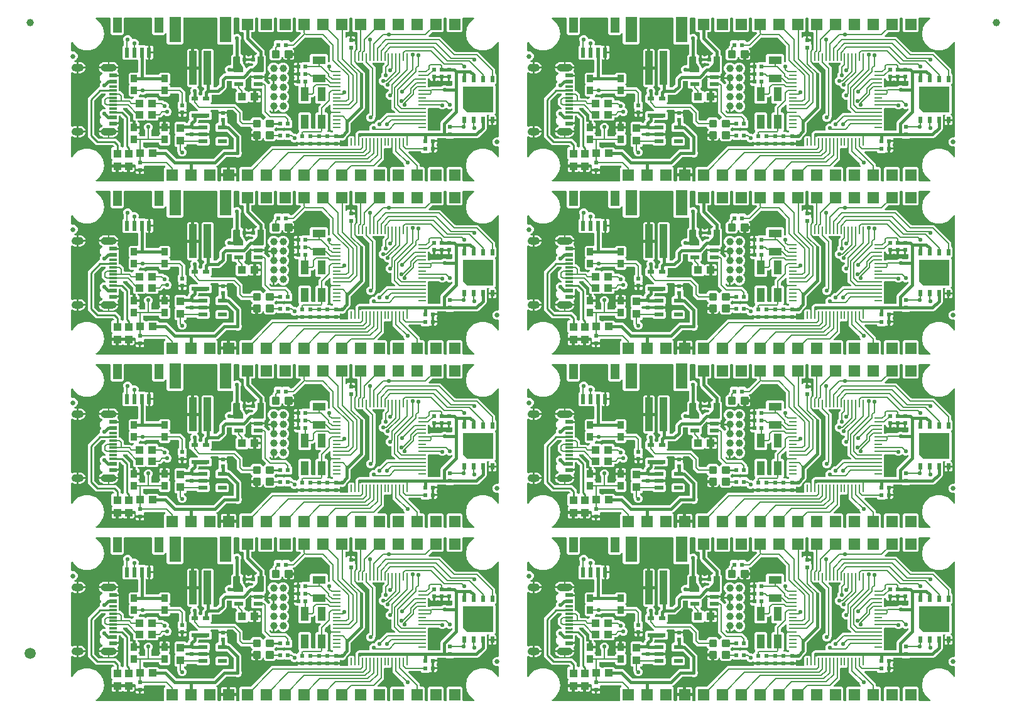
<source format=gtl>
G04 EAGLE Gerber RS-274X export*
G75*
%MOMM*%
%FSLAX34Y34*%
%LPD*%
%INTop Copper*%
%IPPOS*%
%AMOC8*
5,1,8,0,0,1.08239X$1,22.5*%
G01*
%ADD10R,0.600000X0.600000*%
%ADD11R,0.830000X0.630000*%
%ADD12C,0.300000*%
%ADD13R,1.000000X0.300000*%
%ADD14R,1.000000X0.600000*%
%ADD15C,0.654000*%
%ADD16R,1.000000X4.600000*%
%ADD17R,1.600000X3.400000*%
%ADD18R,1.200000X2.000000*%
%ADD19R,0.600000X1.350000*%
%ADD20R,1.524000X1.524000*%
%ADD21C,1.000000*%
%ADD22R,1.000000X1.100000*%
%ADD23R,1.100000X1.000000*%
%ADD24R,1.000000X0.220000*%
%ADD25R,0.220000X1.000000*%
%ADD26R,1.200000X0.550000*%
%ADD27C,0.635000*%
%ADD28R,0.900000X1.000000*%
%ADD29R,0.500000X0.850000*%
%ADD30R,1.800000X1.000000*%
%ADD31R,1.100000X1.900000*%
%ADD32C,1.500000*%
%ADD33C,0.254000*%
%ADD34C,0.203200*%
%ADD35C,0.558800*%
%ADD36C,0.406400*%
%ADD37C,0.609600*%

G36*
X742754Y4073D02*
X742754Y4073D01*
X742812Y4071D01*
X742894Y4093D01*
X742978Y4105D01*
X743031Y4128D01*
X743087Y4143D01*
X743160Y4186D01*
X743237Y4221D01*
X743282Y4259D01*
X743332Y4288D01*
X743390Y4350D01*
X743454Y4404D01*
X743486Y4453D01*
X743526Y4496D01*
X743565Y4571D01*
X743612Y4641D01*
X743629Y4697D01*
X743656Y4749D01*
X743667Y4817D01*
X743697Y4912D01*
X743700Y5012D01*
X743711Y5080D01*
X743711Y21583D01*
X745457Y23329D01*
X745492Y23375D01*
X745535Y23416D01*
X745577Y23489D01*
X745628Y23556D01*
X745649Y23611D01*
X745679Y23661D01*
X745699Y23743D01*
X745729Y23822D01*
X745734Y23880D01*
X745749Y23937D01*
X745746Y24021D01*
X745753Y24105D01*
X745741Y24162D01*
X745739Y24221D01*
X745714Y24301D01*
X745697Y24384D01*
X745670Y24436D01*
X745652Y24491D01*
X745612Y24547D01*
X745566Y24636D01*
X745497Y24708D01*
X745457Y24765D01*
X745374Y24848D01*
X745304Y24901D01*
X745240Y24960D01*
X745191Y24986D01*
X745146Y25019D01*
X745065Y25050D01*
X744987Y25090D01*
X744939Y25098D01*
X744881Y25120D01*
X744733Y25132D01*
X744656Y25145D01*
X717947Y25145D01*
X717861Y25133D01*
X717773Y25130D01*
X717721Y25113D01*
X717666Y25105D01*
X717586Y25070D01*
X717503Y25043D01*
X717464Y25015D01*
X717406Y24989D01*
X717293Y24893D01*
X717229Y24848D01*
X716725Y24343D01*
X716684Y24289D01*
X716635Y24241D01*
X716599Y24176D01*
X716554Y24116D01*
X716530Y24052D01*
X716496Y23993D01*
X716479Y23920D01*
X716453Y23850D01*
X716447Y23782D01*
X716432Y23716D01*
X716435Y23642D01*
X716429Y23567D01*
X716443Y23500D01*
X716446Y23432D01*
X716468Y23373D01*
X716485Y23288D01*
X716538Y23187D01*
X716564Y23118D01*
X716568Y23111D01*
X716741Y22464D01*
X716741Y20629D01*
X711684Y20629D01*
X711626Y20621D01*
X711568Y20623D01*
X711486Y20601D01*
X711403Y20589D01*
X711349Y20566D01*
X711293Y20551D01*
X711220Y20508D01*
X711201Y20499D01*
X711155Y20530D01*
X711099Y20547D01*
X711047Y20574D01*
X710979Y20585D01*
X710884Y20615D01*
X710784Y20618D01*
X710716Y20629D01*
X705659Y20629D01*
X705659Y22464D01*
X705832Y23111D01*
X705836Y23118D01*
X705862Y23181D01*
X705896Y23240D01*
X705915Y23312D01*
X705943Y23381D01*
X705950Y23449D01*
X705967Y23515D01*
X705964Y23590D01*
X705972Y23664D01*
X705960Y23731D01*
X705958Y23799D01*
X705935Y23870D01*
X705921Y23944D01*
X705891Y24005D01*
X705870Y24070D01*
X705834Y24121D01*
X705795Y24199D01*
X705718Y24283D01*
X705675Y24343D01*
X705151Y24867D01*
X705151Y25536D01*
X705143Y25594D01*
X705145Y25652D01*
X705123Y25734D01*
X705111Y25817D01*
X705088Y25871D01*
X705073Y25927D01*
X705030Y26000D01*
X704995Y26077D01*
X704957Y26121D01*
X704928Y26172D01*
X704866Y26229D01*
X704812Y26294D01*
X704763Y26326D01*
X704720Y26366D01*
X704645Y26405D01*
X704575Y26451D01*
X704519Y26469D01*
X704467Y26496D01*
X704399Y26507D01*
X704304Y26537D01*
X704204Y26540D01*
X704136Y26551D01*
X696976Y26551D01*
X696918Y26543D01*
X696860Y26544D01*
X696778Y26523D01*
X696695Y26511D01*
X696641Y26487D01*
X696585Y26473D01*
X696512Y26430D01*
X696435Y26395D01*
X696391Y26357D01*
X696340Y26327D01*
X696283Y26266D01*
X696218Y26211D01*
X696186Y26163D01*
X696146Y26120D01*
X696107Y26045D01*
X696061Y25975D01*
X696043Y25919D01*
X696016Y25867D01*
X696005Y25799D01*
X695975Y25704D01*
X695972Y25604D01*
X695961Y25536D01*
X695961Y24519D01*
X695959Y24519D01*
X695959Y25536D01*
X695951Y25594D01*
X695952Y25652D01*
X695931Y25734D01*
X695919Y25817D01*
X695895Y25871D01*
X695881Y25927D01*
X695838Y26000D01*
X695803Y26077D01*
X695765Y26121D01*
X695735Y26172D01*
X695674Y26229D01*
X695619Y26294D01*
X695571Y26326D01*
X695528Y26366D01*
X695453Y26405D01*
X695383Y26451D01*
X695327Y26469D01*
X695275Y26496D01*
X695207Y26507D01*
X695112Y26537D01*
X695012Y26540D01*
X694944Y26551D01*
X681736Y26551D01*
X681678Y26543D01*
X681620Y26544D01*
X681538Y26523D01*
X681455Y26511D01*
X681401Y26487D01*
X681345Y26473D01*
X681272Y26430D01*
X681195Y26395D01*
X681151Y26357D01*
X681100Y26327D01*
X681043Y26266D01*
X680978Y26211D01*
X680946Y26163D01*
X680906Y26120D01*
X680867Y26045D01*
X680821Y25975D01*
X680803Y25919D01*
X680776Y25867D01*
X680765Y25799D01*
X680735Y25704D01*
X680732Y25604D01*
X680721Y25536D01*
X680721Y24519D01*
X680719Y24519D01*
X680719Y25536D01*
X680711Y25594D01*
X680712Y25652D01*
X680691Y25734D01*
X680679Y25817D01*
X680655Y25871D01*
X680641Y25927D01*
X680598Y26000D01*
X680563Y26077D01*
X680525Y26121D01*
X680495Y26172D01*
X680434Y26229D01*
X680379Y26294D01*
X680331Y26326D01*
X680288Y26366D01*
X680213Y26405D01*
X680143Y26451D01*
X680087Y26469D01*
X680035Y26496D01*
X679967Y26507D01*
X679872Y26537D01*
X679772Y26540D01*
X679704Y26551D01*
X673179Y26551D01*
X673179Y30354D01*
X673352Y31001D01*
X673687Y31580D01*
X674050Y31943D01*
X674085Y31990D01*
X674127Y32030D01*
X674170Y32103D01*
X674221Y32170D01*
X674242Y32225D01*
X674271Y32275D01*
X674292Y32357D01*
X674322Y32436D01*
X674327Y32494D01*
X674341Y32551D01*
X674338Y32635D01*
X674345Y32719D01*
X674334Y32776D01*
X674332Y32835D01*
X674306Y32915D01*
X674290Y32998D01*
X674263Y33050D01*
X674245Y33105D01*
X674205Y33162D01*
X674159Y33250D01*
X674090Y33322D01*
X674050Y33379D01*
X672671Y34757D01*
X672671Y48283D01*
X674457Y50069D01*
X675386Y50069D01*
X675444Y50077D01*
X675502Y50075D01*
X675584Y50097D01*
X675668Y50109D01*
X675721Y50132D01*
X675777Y50147D01*
X675850Y50190D01*
X675927Y50225D01*
X675972Y50263D01*
X676022Y50292D01*
X676080Y50354D01*
X676144Y50408D01*
X676176Y50457D01*
X676216Y50500D01*
X676255Y50575D01*
X676302Y50645D01*
X676319Y50701D01*
X676346Y50753D01*
X676357Y50821D01*
X676387Y50916D01*
X676389Y50997D01*
X676395Y51020D01*
X676395Y51044D01*
X676401Y51084D01*
X676401Y51131D01*
X676394Y51181D01*
X676395Y51200D01*
X676389Y51222D01*
X676386Y51305D01*
X676369Y51357D01*
X676361Y51412D01*
X676326Y51492D01*
X676299Y51575D01*
X676271Y51614D01*
X676245Y51671D01*
X676149Y51785D01*
X676104Y51848D01*
X675418Y52534D01*
X675349Y52586D01*
X675285Y52646D01*
X675235Y52672D01*
X675191Y52705D01*
X675110Y52736D01*
X675032Y52776D01*
X674984Y52784D01*
X674926Y52806D01*
X674778Y52818D01*
X674701Y52831D01*
X652261Y52831D01*
X643669Y61424D01*
X643668Y61424D01*
X640841Y64251D01*
X640841Y116089D01*
X655871Y131119D01*
X656082Y131119D01*
X656140Y131127D01*
X656198Y131125D01*
X656280Y131147D01*
X656364Y131159D01*
X656417Y131182D01*
X656473Y131197D01*
X656546Y131240D01*
X656623Y131275D01*
X656668Y131313D01*
X656718Y131342D01*
X656776Y131404D01*
X656840Y131458D01*
X656872Y131507D01*
X656912Y131550D01*
X656951Y131625D01*
X656998Y131695D01*
X657015Y131751D01*
X657042Y131803D01*
X657053Y131871D01*
X657083Y131966D01*
X657086Y132066D01*
X657097Y132134D01*
X657097Y134512D01*
X657987Y136660D01*
X658957Y137630D01*
X658992Y137676D01*
X659034Y137717D01*
X659077Y137789D01*
X659128Y137857D01*
X659149Y137911D01*
X659178Y137962D01*
X659199Y138044D01*
X659229Y138122D01*
X659234Y138181D01*
X659248Y138237D01*
X659245Y138322D01*
X659252Y138406D01*
X659241Y138463D01*
X659239Y138522D01*
X659213Y138602D01*
X659197Y138685D01*
X659170Y138736D01*
X659152Y138792D01*
X659112Y138848D01*
X659066Y138937D01*
X658997Y139009D01*
X658957Y139065D01*
X658390Y139632D01*
X657431Y141947D01*
X657431Y144453D01*
X658390Y146768D01*
X660162Y148540D01*
X660456Y148661D01*
X660481Y148676D01*
X660509Y148685D01*
X660603Y148748D01*
X660700Y148806D01*
X660720Y148827D01*
X660745Y148844D01*
X660818Y148930D01*
X660896Y149013D01*
X660909Y149039D01*
X660928Y149061D01*
X660974Y149164D01*
X661026Y149265D01*
X661031Y149294D01*
X661043Y149321D01*
X661059Y149433D01*
X661081Y149544D01*
X661078Y149573D01*
X661082Y149602D01*
X661066Y149715D01*
X661056Y149827D01*
X661046Y149855D01*
X661042Y149884D01*
X660995Y149987D01*
X660954Y150093D01*
X660937Y150116D01*
X660925Y150143D01*
X660851Y150229D01*
X660783Y150319D01*
X660759Y150337D01*
X660740Y150359D01*
X660674Y150401D01*
X660555Y150490D01*
X660496Y150512D01*
X660456Y150537D01*
X659934Y150753D01*
X659016Y151367D01*
X658691Y151584D01*
X657634Y152641D01*
X656803Y153884D01*
X656231Y155266D01*
X655993Y156465D01*
X658595Y156465D01*
X658606Y156362D01*
X658612Y156356D01*
X658609Y156351D01*
X658979Y155294D01*
X658986Y155290D01*
X658983Y155284D01*
X659579Y154336D01*
X659587Y154333D01*
X659586Y154328D01*
X660378Y153536D01*
X660386Y153535D01*
X660386Y153529D01*
X661334Y152933D01*
X661343Y152934D01*
X661344Y152929D01*
X662401Y152559D01*
X662409Y152561D01*
X662412Y152556D01*
X663525Y152431D01*
X663528Y152433D01*
X663530Y152431D01*
X674530Y152431D01*
X674533Y152433D01*
X674536Y152431D01*
X675648Y152556D01*
X675654Y152562D01*
X675659Y152559D01*
X676716Y152929D01*
X676720Y152936D01*
X676726Y152933D01*
X677674Y153529D01*
X677677Y153537D01*
X677682Y153536D01*
X678474Y154328D01*
X678475Y154336D01*
X678481Y154336D01*
X679077Y155284D01*
X679076Y155293D01*
X679081Y155294D01*
X679451Y156351D01*
X679450Y156355D01*
X679452Y156357D01*
X679450Y156360D01*
X679454Y156362D01*
X679465Y156465D01*
X682067Y156465D01*
X681829Y155266D01*
X681257Y153884D01*
X680773Y153160D01*
X680733Y153077D01*
X680685Y152999D01*
X680672Y152950D01*
X680649Y152904D01*
X680634Y152813D01*
X680610Y152725D01*
X680610Y152674D01*
X680602Y152623D01*
X680612Y152532D01*
X680613Y152441D01*
X680628Y152392D01*
X680634Y152341D01*
X680669Y152256D01*
X680696Y152169D01*
X680724Y152126D01*
X680743Y152078D01*
X680800Y152007D01*
X680850Y151930D01*
X680885Y151901D01*
X680921Y151856D01*
X681049Y151766D01*
X681109Y151716D01*
X681340Y151583D01*
X681813Y151110D01*
X682148Y150531D01*
X682321Y149884D01*
X682321Y148049D01*
X675264Y148049D01*
X675206Y148041D01*
X675148Y148043D01*
X675066Y148021D01*
X674983Y148009D01*
X674929Y147986D01*
X674873Y147971D01*
X674800Y147928D01*
X674723Y147893D01*
X674679Y147855D01*
X674628Y147826D01*
X674571Y147764D01*
X674506Y147710D01*
X674474Y147661D01*
X674434Y147618D01*
X674395Y147543D01*
X674349Y147473D01*
X674331Y147417D01*
X674304Y147365D01*
X674293Y147297D01*
X674263Y147202D01*
X674260Y147102D01*
X674249Y147034D01*
X674249Y146066D01*
X674257Y146008D01*
X674256Y145950D01*
X674277Y145868D01*
X674289Y145784D01*
X674313Y145731D01*
X674327Y145675D01*
X674371Y145602D01*
X674405Y145525D01*
X674443Y145480D01*
X674473Y145430D01*
X674534Y145372D01*
X674589Y145308D01*
X674637Y145276D01*
X674680Y145236D01*
X674755Y145197D01*
X674825Y145150D01*
X674881Y145133D01*
X674933Y145106D01*
X675001Y145095D01*
X675096Y145065D01*
X675196Y145062D01*
X675264Y145051D01*
X682321Y145051D01*
X682321Y143991D01*
X682333Y143905D01*
X682336Y143817D01*
X682353Y143765D01*
X682361Y143710D01*
X682396Y143630D01*
X682423Y143547D01*
X682451Y143508D01*
X682477Y143450D01*
X682573Y143337D01*
X682618Y143273D01*
X682829Y143063D01*
X682829Y126880D01*
X682836Y126827D01*
X682835Y126794D01*
X682836Y126791D01*
X682835Y126764D01*
X682857Y126682D01*
X682869Y126598D01*
X682892Y126545D01*
X682907Y126489D01*
X682950Y126416D01*
X682985Y126339D01*
X683023Y126294D01*
X683052Y126244D01*
X683114Y126186D01*
X683168Y126122D01*
X683217Y126090D01*
X683260Y126050D01*
X683335Y126011D01*
X683405Y125964D01*
X683461Y125947D01*
X683513Y125920D01*
X683581Y125909D01*
X683676Y125879D01*
X683776Y125876D01*
X683844Y125865D01*
X685064Y125865D01*
X689865Y121064D01*
X689865Y116880D01*
X689873Y116822D01*
X689871Y116764D01*
X689893Y116682D01*
X689905Y116598D01*
X689928Y116545D01*
X689943Y116489D01*
X689986Y116416D01*
X690021Y116339D01*
X690059Y116294D01*
X690088Y116244D01*
X690150Y116186D01*
X690204Y116122D01*
X690253Y116090D01*
X690296Y116050D01*
X690371Y116011D01*
X690441Y115964D01*
X690497Y115947D01*
X690549Y115920D01*
X690617Y115909D01*
X690712Y115879D01*
X690812Y115876D01*
X690880Y115865D01*
X699128Y115865D01*
X700038Y114954D01*
X700062Y114937D01*
X700081Y114914D01*
X700175Y114851D01*
X700265Y114783D01*
X700293Y114773D01*
X700317Y114757D01*
X700425Y114722D01*
X700531Y114682D01*
X700560Y114680D01*
X700588Y114671D01*
X700702Y114668D01*
X700814Y114659D01*
X700843Y114664D01*
X700872Y114664D01*
X700982Y114692D01*
X701093Y114714D01*
X701119Y114728D01*
X701147Y114735D01*
X701245Y114793D01*
X701345Y114845D01*
X701367Y114866D01*
X701392Y114881D01*
X701469Y114963D01*
X701551Y115041D01*
X701566Y115067D01*
X701586Y115088D01*
X701638Y115189D01*
X701695Y115287D01*
X701702Y115315D01*
X701716Y115341D01*
X701729Y115418D01*
X701736Y115448D01*
X703127Y116838D01*
X703144Y116862D01*
X703167Y116881D01*
X703229Y116975D01*
X703297Y117065D01*
X703308Y117093D01*
X703324Y117117D01*
X703358Y117225D01*
X703399Y117331D01*
X703401Y117360D01*
X703410Y117388D01*
X703413Y117502D01*
X703422Y117614D01*
X703417Y117643D01*
X703417Y117672D01*
X703389Y117782D01*
X703366Y117893D01*
X703353Y117919D01*
X703345Y117947D01*
X703288Y118045D01*
X703235Y118145D01*
X703215Y118167D01*
X703200Y118192D01*
X703118Y118269D01*
X703040Y118351D01*
X703014Y118366D01*
X702993Y118386D01*
X702892Y118438D01*
X702794Y118495D01*
X702766Y118502D01*
X702740Y118516D01*
X702662Y118529D01*
X702519Y118565D01*
X702456Y118563D01*
X702409Y118571D01*
X697637Y118571D01*
X695851Y120357D01*
X695851Y132883D01*
X696871Y133902D01*
X696906Y133949D01*
X696948Y133989D01*
X696991Y134062D01*
X697041Y134129D01*
X697062Y134184D01*
X697092Y134234D01*
X697113Y134316D01*
X697143Y134395D01*
X697148Y134453D01*
X697162Y134510D01*
X697159Y134594D01*
X697166Y134678D01*
X697155Y134736D01*
X697153Y134794D01*
X697127Y134874D01*
X697110Y134957D01*
X697083Y135009D01*
X697065Y135065D01*
X697025Y135121D01*
X696979Y135209D01*
X696911Y135282D01*
X696871Y135338D01*
X695851Y136357D01*
X695851Y148883D01*
X697637Y150669D01*
X707564Y150669D01*
X707622Y150677D01*
X707680Y150675D01*
X707762Y150697D01*
X707846Y150709D01*
X707899Y150732D01*
X707955Y150747D01*
X708028Y150790D01*
X708105Y150825D01*
X708150Y150863D01*
X708200Y150892D01*
X708258Y150954D01*
X708322Y151008D01*
X708354Y151057D01*
X708394Y151100D01*
X708433Y151175D01*
X708480Y151245D01*
X708497Y151301D01*
X708524Y151353D01*
X708535Y151421D01*
X708565Y151516D01*
X708568Y151616D01*
X708579Y151684D01*
X708579Y166986D01*
X708571Y167044D01*
X708573Y167102D01*
X708551Y167184D01*
X708539Y167268D01*
X708516Y167321D01*
X708501Y167377D01*
X708458Y167450D01*
X708423Y167527D01*
X708385Y167572D01*
X708356Y167622D01*
X708294Y167680D01*
X708240Y167744D01*
X708191Y167776D01*
X708148Y167816D01*
X708073Y167855D01*
X708003Y167902D01*
X707947Y167919D01*
X707895Y167946D01*
X707827Y167957D01*
X707732Y167987D01*
X707632Y167990D01*
X707564Y168001D01*
X699397Y168001D01*
X699378Y168021D01*
X699331Y168056D01*
X699291Y168098D01*
X699218Y168141D01*
X699151Y168191D01*
X699096Y168212D01*
X699046Y168242D01*
X698964Y168263D01*
X698885Y168293D01*
X698827Y168298D01*
X698770Y168312D01*
X698686Y168309D01*
X698602Y168316D01*
X698544Y168305D01*
X698486Y168303D01*
X698406Y168277D01*
X698323Y168260D01*
X698271Y168233D01*
X698215Y168215D01*
X698159Y168175D01*
X698071Y168129D01*
X697998Y168061D01*
X697942Y168021D01*
X697923Y168001D01*
X689397Y168001D01*
X687611Y169787D01*
X687611Y185813D01*
X689298Y187499D01*
X689350Y187569D01*
X689410Y187633D01*
X689436Y187683D01*
X689469Y187727D01*
X689500Y187808D01*
X689540Y187886D01*
X689548Y187934D01*
X689570Y187992D01*
X689582Y188140D01*
X689595Y188217D01*
X689595Y192410D01*
X689591Y192441D01*
X689593Y192471D01*
X689576Y192548D01*
X689555Y192692D01*
X689529Y192750D01*
X689518Y192799D01*
X688847Y194418D01*
X688847Y196742D01*
X689737Y198890D01*
X691380Y200533D01*
X693528Y201423D01*
X695852Y201423D01*
X698000Y200533D01*
X699643Y198890D01*
X700562Y196673D01*
X700591Y196622D01*
X700612Y196568D01*
X700663Y196501D01*
X700706Y196428D01*
X700748Y196388D01*
X700784Y196341D01*
X700851Y196291D01*
X700913Y196233D01*
X700965Y196206D01*
X701012Y196171D01*
X701091Y196141D01*
X701165Y196103D01*
X701223Y196091D01*
X701278Y196071D01*
X701362Y196064D01*
X701444Y196047D01*
X701503Y196053D01*
X701561Y196048D01*
X701628Y196063D01*
X701728Y196072D01*
X701821Y196108D01*
X701888Y196123D01*
X702418Y196343D01*
X704742Y196343D01*
X706890Y195453D01*
X708533Y193810D01*
X709423Y191662D01*
X709423Y189338D01*
X709284Y189003D01*
X709255Y188891D01*
X709221Y188782D01*
X709220Y188754D01*
X709213Y188727D01*
X709216Y188613D01*
X709213Y188498D01*
X709220Y188471D01*
X709221Y188443D01*
X709256Y188334D01*
X709285Y188223D01*
X709299Y188199D01*
X709308Y188172D01*
X709372Y188077D01*
X709430Y187978D01*
X709451Y187959D01*
X709466Y187936D01*
X709554Y187862D01*
X709638Y187784D01*
X709662Y187771D01*
X709684Y187753D01*
X709789Y187706D01*
X709891Y187654D01*
X709915Y187650D01*
X709943Y187638D01*
X710207Y187601D01*
X710222Y187599D01*
X717923Y187599D01*
X718447Y187075D01*
X718501Y187034D01*
X718549Y186985D01*
X718614Y186949D01*
X718674Y186904D01*
X718738Y186880D01*
X718797Y186846D01*
X718870Y186829D01*
X718940Y186803D01*
X719008Y186797D01*
X719074Y186782D01*
X719148Y186785D01*
X719223Y186779D01*
X719290Y186793D01*
X719358Y186796D01*
X719417Y186818D01*
X719502Y186835D01*
X719603Y186888D01*
X719672Y186914D01*
X719679Y186918D01*
X720326Y187091D01*
X722161Y187091D01*
X722161Y178284D01*
X722169Y178226D01*
X722167Y178168D01*
X722189Y178086D01*
X722201Y178003D01*
X722224Y177949D01*
X722239Y177893D01*
X722282Y177820D01*
X722291Y177801D01*
X722260Y177755D01*
X722243Y177699D01*
X722216Y177647D01*
X722205Y177579D01*
X722175Y177484D01*
X722172Y177384D01*
X722161Y177316D01*
X722161Y168509D01*
X720325Y168509D01*
X720019Y168591D01*
X719970Y168597D01*
X719924Y168612D01*
X719830Y168615D01*
X719737Y168626D01*
X719688Y168618D01*
X719640Y168619D01*
X719549Y168596D01*
X719456Y168581D01*
X719412Y168560D01*
X719365Y168548D01*
X719284Y168500D01*
X719199Y168460D01*
X719162Y168427D01*
X719120Y168402D01*
X719056Y168334D01*
X718985Y168272D01*
X718959Y168231D01*
X718926Y168195D01*
X718883Y168111D01*
X718832Y168032D01*
X718818Y167985D01*
X718796Y167942D01*
X718784Y167869D01*
X718752Y167760D01*
X718751Y167673D01*
X718741Y167611D01*
X718741Y148716D01*
X718749Y148658D01*
X718747Y148600D01*
X718769Y148518D01*
X718781Y148434D01*
X718804Y148381D01*
X718819Y148325D01*
X718862Y148252D01*
X718897Y148175D01*
X718935Y148130D01*
X718964Y148080D01*
X719026Y148022D01*
X719080Y147958D01*
X719129Y147926D01*
X719172Y147886D01*
X719247Y147847D01*
X719317Y147800D01*
X719373Y147783D01*
X719425Y147756D01*
X719493Y147745D01*
X719588Y147715D01*
X719688Y147712D01*
X719756Y147701D01*
X735836Y147701D01*
X735894Y147709D01*
X735952Y147707D01*
X736034Y147729D01*
X736118Y147741D01*
X736171Y147764D01*
X736227Y147779D01*
X736300Y147822D01*
X736377Y147857D01*
X736422Y147895D01*
X736472Y147924D01*
X736530Y147986D01*
X736594Y148040D01*
X736626Y148089D01*
X736666Y148132D01*
X736705Y148207D01*
X736752Y148277D01*
X736769Y148333D01*
X736796Y148385D01*
X736807Y148453D01*
X736837Y148548D01*
X736840Y148648D01*
X736851Y148716D01*
X736851Y148883D01*
X738637Y150669D01*
X750163Y150669D01*
X751949Y148883D01*
X751949Y136357D01*
X750929Y135338D01*
X750894Y135291D01*
X750852Y135251D01*
X750809Y135178D01*
X750759Y135111D01*
X750738Y135056D01*
X750708Y135006D01*
X750687Y134924D01*
X750657Y134845D01*
X750652Y134787D01*
X750638Y134730D01*
X750641Y134646D01*
X750634Y134562D01*
X750645Y134504D01*
X750647Y134446D01*
X750673Y134366D01*
X750690Y134283D01*
X750717Y134231D01*
X750735Y134175D01*
X750775Y134119D01*
X750821Y134031D01*
X750889Y133958D01*
X750929Y133902D01*
X751949Y132883D01*
X751949Y131700D01*
X751957Y131642D01*
X751955Y131584D01*
X751977Y131502D01*
X751989Y131418D01*
X752012Y131365D01*
X752027Y131309D01*
X752070Y131236D01*
X752105Y131159D01*
X752143Y131114D01*
X752172Y131064D01*
X752234Y131006D01*
X752288Y130942D01*
X752337Y130910D01*
X752380Y130870D01*
X752455Y130831D01*
X752525Y130784D01*
X752581Y130767D01*
X752633Y130740D01*
X752701Y130729D01*
X752796Y130699D01*
X752896Y130696D01*
X752964Y130685D01*
X766604Y130685D01*
X769736Y127552D01*
X769737Y127552D01*
X772415Y124874D01*
X772415Y113267D01*
X772427Y113181D01*
X772430Y113093D01*
X772447Y113041D01*
X772455Y112986D01*
X772490Y112906D01*
X772517Y112823D01*
X772545Y112784D01*
X772571Y112726D01*
X772667Y112613D01*
X772712Y112549D01*
X774399Y110863D01*
X774399Y102337D01*
X773875Y101813D01*
X773834Y101759D01*
X773785Y101711D01*
X773749Y101646D01*
X773704Y101586D01*
X773680Y101522D01*
X773646Y101463D01*
X773629Y101390D01*
X773603Y101320D01*
X773597Y101252D01*
X773582Y101186D01*
X773585Y101112D01*
X773579Y101037D01*
X773593Y100970D01*
X773596Y100902D01*
X773618Y100843D01*
X773635Y100758D01*
X773688Y100657D01*
X773714Y100588D01*
X773718Y100581D01*
X773891Y99934D01*
X773891Y98099D01*
X768834Y98099D01*
X768776Y98091D01*
X768718Y98093D01*
X768636Y98071D01*
X768553Y98059D01*
X768499Y98036D01*
X768443Y98021D01*
X768370Y97978D01*
X768351Y97969D01*
X768305Y98000D01*
X768249Y98017D01*
X768197Y98044D01*
X768129Y98055D01*
X768034Y98085D01*
X767934Y98088D01*
X767866Y98099D01*
X762809Y98099D01*
X762809Y99934D01*
X762982Y100581D01*
X762986Y100588D01*
X763012Y100651D01*
X763046Y100710D01*
X763065Y100782D01*
X763093Y100851D01*
X763100Y100919D01*
X763117Y100985D01*
X763114Y101060D01*
X763122Y101134D01*
X763110Y101201D01*
X763108Y101269D01*
X763085Y101340D01*
X763071Y101414D01*
X763041Y101475D01*
X763020Y101540D01*
X762984Y101591D01*
X762945Y101669D01*
X762868Y101753D01*
X762825Y101813D01*
X762301Y102337D01*
X762301Y110863D01*
X763988Y112549D01*
X764040Y112619D01*
X764100Y112683D01*
X764126Y112733D01*
X764159Y112777D01*
X764190Y112858D01*
X764230Y112936D01*
X764238Y112984D01*
X764260Y113042D01*
X764272Y113190D01*
X764285Y113267D01*
X764285Y121086D01*
X764273Y121172D01*
X764270Y121260D01*
X764253Y121313D01*
X764245Y121367D01*
X764210Y121447D01*
X764183Y121530D01*
X764155Y121570D01*
X764129Y121627D01*
X764033Y121740D01*
X763988Y121804D01*
X763534Y122258D01*
X763464Y122311D01*
X763400Y122370D01*
X763351Y122396D01*
X763306Y122429D01*
X763225Y122460D01*
X763147Y122500D01*
X763099Y122508D01*
X763041Y122530D01*
X762893Y122542D01*
X762816Y122555D01*
X752964Y122555D01*
X752906Y122547D01*
X752848Y122549D01*
X752766Y122527D01*
X752682Y122515D01*
X752629Y122492D01*
X752573Y122477D01*
X752500Y122434D01*
X752423Y122399D01*
X752378Y122361D01*
X752328Y122332D01*
X752270Y122270D01*
X752206Y122216D01*
X752174Y122167D01*
X752134Y122124D01*
X752095Y122049D01*
X752048Y121979D01*
X752031Y121923D01*
X752004Y121871D01*
X751993Y121803D01*
X751963Y121708D01*
X751960Y121608D01*
X751949Y121540D01*
X751949Y120357D01*
X750163Y118571D01*
X738637Y118571D01*
X736851Y120357D01*
X736851Y121540D01*
X736843Y121598D01*
X736845Y121656D01*
X736823Y121738D01*
X736811Y121822D01*
X736788Y121875D01*
X736773Y121931D01*
X736730Y122004D01*
X736695Y122081D01*
X736657Y122126D01*
X736628Y122176D01*
X736566Y122234D01*
X736512Y122298D01*
X736463Y122330D01*
X736420Y122370D01*
X736345Y122409D01*
X736275Y122456D01*
X736219Y122473D01*
X736167Y122500D01*
X736099Y122511D01*
X736004Y122541D01*
X735904Y122544D01*
X735836Y122555D01*
X719629Y122555D01*
X719542Y122543D01*
X719455Y122540D01*
X719402Y122523D01*
X719347Y122515D01*
X719267Y122480D01*
X719184Y122453D01*
X719145Y122425D01*
X719088Y122399D01*
X718974Y122303D01*
X718911Y122258D01*
X718320Y121667D01*
X716172Y120777D01*
X713848Y120777D01*
X712353Y121397D01*
X712241Y121425D01*
X712132Y121460D01*
X712104Y121461D01*
X712077Y121468D01*
X711963Y121464D01*
X711848Y121467D01*
X711821Y121460D01*
X711793Y121459D01*
X711684Y121424D01*
X711573Y121395D01*
X711549Y121381D01*
X711522Y121373D01*
X711427Y121309D01*
X711328Y121250D01*
X711309Y121230D01*
X711286Y121215D01*
X711212Y121127D01*
X711134Y121043D01*
X711121Y121018D01*
X711103Y120997D01*
X711057Y120892D01*
X711004Y120790D01*
X711000Y120765D01*
X710988Y120737D01*
X710951Y120473D01*
X710949Y120459D01*
X710949Y120357D01*
X709593Y119002D01*
X709576Y118978D01*
X709553Y118959D01*
X709491Y118865D01*
X709423Y118775D01*
X709412Y118747D01*
X709396Y118723D01*
X709362Y118615D01*
X709321Y118509D01*
X709319Y118480D01*
X709310Y118452D01*
X709307Y118338D01*
X709298Y118226D01*
X709303Y118197D01*
X709303Y118168D01*
X709331Y118058D01*
X709354Y117947D01*
X709367Y117921D01*
X709375Y117893D01*
X709432Y117795D01*
X709485Y117695D01*
X709505Y117673D01*
X709520Y117648D01*
X709602Y117571D01*
X709680Y117489D01*
X709706Y117474D01*
X709727Y117454D01*
X709828Y117402D01*
X709926Y117345D01*
X709954Y117338D01*
X709980Y117324D01*
X710058Y117311D01*
X710201Y117275D01*
X710264Y117277D01*
X710311Y117269D01*
X717083Y117269D01*
X718102Y116249D01*
X718149Y116214D01*
X718189Y116172D01*
X718262Y116129D01*
X718329Y116079D01*
X718384Y116058D01*
X718434Y116028D01*
X718516Y116007D01*
X718595Y115977D01*
X718653Y115972D01*
X718710Y115958D01*
X718794Y115961D01*
X718878Y115954D01*
X718936Y115965D01*
X718994Y115967D01*
X719074Y115993D01*
X719157Y116010D01*
X719209Y116037D01*
X719265Y116055D01*
X719321Y116095D01*
X719409Y116141D01*
X719482Y116209D01*
X719538Y116249D01*
X720557Y117269D01*
X734083Y117269D01*
X735869Y115483D01*
X735869Y114300D01*
X735877Y114242D01*
X735875Y114184D01*
X735897Y114102D01*
X735909Y114018D01*
X735932Y113965D01*
X735947Y113909D01*
X735990Y113836D01*
X736025Y113759D01*
X736063Y113714D01*
X736092Y113664D01*
X736154Y113606D01*
X736208Y113542D01*
X736257Y113510D01*
X736300Y113470D01*
X736375Y113431D01*
X736445Y113384D01*
X736501Y113367D01*
X736553Y113340D01*
X736621Y113329D01*
X736716Y113299D01*
X736816Y113296D01*
X736884Y113285D01*
X742348Y113285D01*
X743828Y111804D01*
X743898Y111752D01*
X743962Y111692D01*
X744011Y111666D01*
X744056Y111633D01*
X744137Y111602D01*
X744215Y111562D01*
X744263Y111554D01*
X744321Y111532D01*
X744469Y111520D01*
X744546Y111507D01*
X745382Y111507D01*
X747530Y110617D01*
X749173Y108974D01*
X750063Y106826D01*
X750063Y104502D01*
X750017Y104390D01*
X750002Y104334D01*
X749978Y104280D01*
X749967Y104197D01*
X749946Y104115D01*
X749947Y104057D01*
X749939Y103999D01*
X749951Y103915D01*
X749954Y103831D01*
X749972Y103775D01*
X749980Y103717D01*
X750015Y103640D01*
X750040Y103560D01*
X750073Y103511D01*
X750097Y103458D01*
X750152Y103394D01*
X750199Y103324D01*
X750243Y103286D01*
X750281Y103242D01*
X750340Y103205D01*
X750416Y103141D01*
X750507Y103100D01*
X750566Y103064D01*
X751340Y102743D01*
X752983Y101100D01*
X753873Y98952D01*
X753873Y96628D01*
X752983Y94480D01*
X751340Y92837D01*
X749192Y91947D01*
X746868Y91947D01*
X744720Y92837D01*
X744129Y93428D01*
X744059Y93480D01*
X743996Y93540D01*
X743946Y93566D01*
X743902Y93599D01*
X743820Y93630D01*
X743742Y93670D01*
X743695Y93678D01*
X743636Y93700D01*
X743553Y93707D01*
X743504Y93719D01*
X743456Y93718D01*
X743411Y93725D01*
X743394Y93725D01*
X743371Y93722D01*
X743353Y93724D01*
X743299Y93713D01*
X743220Y93710D01*
X743168Y93693D01*
X743113Y93685D01*
X743033Y93650D01*
X742950Y93623D01*
X742910Y93595D01*
X742853Y93569D01*
X742740Y93473D01*
X742676Y93428D01*
X739164Y89915D01*
X736884Y89915D01*
X736826Y89907D01*
X736768Y89909D01*
X736686Y89887D01*
X736602Y89875D01*
X736549Y89852D01*
X736493Y89837D01*
X736420Y89794D01*
X736343Y89759D01*
X736298Y89721D01*
X736248Y89692D01*
X736190Y89630D01*
X736126Y89576D01*
X736094Y89527D01*
X736054Y89484D01*
X736015Y89409D01*
X735968Y89339D01*
X735951Y89283D01*
X735924Y89231D01*
X735913Y89163D01*
X735883Y89068D01*
X735880Y88968D01*
X735869Y88900D01*
X735869Y87717D01*
X734083Y85931D01*
X720557Y85931D01*
X719538Y86951D01*
X719491Y86986D01*
X719451Y87028D01*
X719378Y87071D01*
X719311Y87121D01*
X719256Y87142D01*
X719206Y87172D01*
X719124Y87193D01*
X719045Y87223D01*
X718987Y87228D01*
X718930Y87242D01*
X718846Y87239D01*
X718762Y87246D01*
X718704Y87235D01*
X718646Y87233D01*
X718566Y87207D01*
X718483Y87190D01*
X718431Y87163D01*
X718375Y87145D01*
X718319Y87105D01*
X718231Y87059D01*
X718158Y86991D01*
X718102Y86951D01*
X717083Y85931D01*
X709189Y85931D01*
X709179Y85930D01*
X709169Y85931D01*
X709038Y85910D01*
X708907Y85891D01*
X708898Y85887D01*
X708889Y85886D01*
X708768Y85829D01*
X708648Y85775D01*
X708640Y85769D01*
X708632Y85765D01*
X708532Y85677D01*
X708431Y85592D01*
X708426Y85583D01*
X708418Y85577D01*
X708347Y85465D01*
X708273Y85355D01*
X708270Y85345D01*
X708265Y85337D01*
X708228Y85210D01*
X708188Y85084D01*
X708187Y85074D01*
X708185Y85064D01*
X708184Y84932D01*
X708180Y84800D01*
X708183Y84790D01*
X708183Y84780D01*
X708219Y84652D01*
X708252Y84525D01*
X708257Y84516D01*
X708260Y84506D01*
X708330Y84393D01*
X708397Y84280D01*
X708405Y84273D01*
X708410Y84265D01*
X708508Y84176D01*
X708605Y84086D01*
X708614Y84081D01*
X708621Y84075D01*
X708673Y84051D01*
X708858Y83956D01*
X708869Y83954D01*
X709460Y83613D01*
X709933Y83140D01*
X710268Y82561D01*
X710441Y81914D01*
X710441Y78611D01*
X705431Y78611D01*
X705431Y84916D01*
X705423Y84974D01*
X705424Y85032D01*
X705403Y85114D01*
X705391Y85198D01*
X705367Y85251D01*
X705353Y85307D01*
X705310Y85380D01*
X705275Y85457D01*
X705237Y85502D01*
X705207Y85552D01*
X705146Y85610D01*
X705091Y85674D01*
X705043Y85706D01*
X705000Y85746D01*
X704925Y85785D01*
X704855Y85832D01*
X704799Y85849D01*
X704747Y85876D01*
X704679Y85887D01*
X704584Y85917D01*
X704484Y85920D01*
X704416Y85931D01*
X703557Y85931D01*
X701771Y87717D01*
X701771Y94446D01*
X701764Y94500D01*
X701765Y94538D01*
X701758Y94563D01*
X701756Y94620D01*
X701739Y94673D01*
X701731Y94727D01*
X701696Y94807D01*
X701669Y94890D01*
X701641Y94930D01*
X701615Y94987D01*
X701519Y95100D01*
X701474Y95164D01*
X694200Y102438D01*
X694130Y102490D01*
X694066Y102550D01*
X694017Y102576D01*
X693972Y102609D01*
X693891Y102640D01*
X693813Y102680D01*
X693765Y102688D01*
X693707Y102710D01*
X693559Y102722D01*
X693482Y102735D01*
X689413Y102735D01*
X689384Y102731D01*
X689355Y102734D01*
X689244Y102711D01*
X689132Y102695D01*
X689105Y102683D01*
X689076Y102678D01*
X688976Y102626D01*
X688872Y102579D01*
X688850Y102560D01*
X688824Y102547D01*
X688742Y102469D01*
X688655Y102396D01*
X688639Y102371D01*
X688618Y102351D01*
X688561Y102253D01*
X688498Y102159D01*
X688489Y102131D01*
X688474Y102106D01*
X688446Y101996D01*
X688412Y101888D01*
X688411Y101858D01*
X688404Y101830D01*
X688408Y101717D01*
X688405Y101604D01*
X688412Y101575D01*
X688413Y101546D01*
X688448Y101438D01*
X688477Y101329D01*
X688492Y101303D01*
X688501Y101275D01*
X688546Y101212D01*
X688622Y101084D01*
X688668Y101041D01*
X688695Y101002D01*
X694912Y94786D01*
X697739Y91959D01*
X697739Y85136D01*
X697747Y85078D01*
X697745Y85020D01*
X697767Y84938D01*
X697779Y84854D01*
X697802Y84801D01*
X697817Y84745D01*
X697860Y84672D01*
X697895Y84595D01*
X697933Y84550D01*
X697962Y84500D01*
X698024Y84442D01*
X698078Y84378D01*
X698127Y84346D01*
X698170Y84306D01*
X698245Y84267D01*
X698315Y84220D01*
X698371Y84203D01*
X698423Y84176D01*
X698491Y84165D01*
X698586Y84135D01*
X698686Y84132D01*
X698754Y84121D01*
X701369Y84121D01*
X701369Y77596D01*
X701377Y77538D01*
X701375Y77480D01*
X701397Y77398D01*
X701409Y77315D01*
X701433Y77261D01*
X701447Y77205D01*
X701490Y77132D01*
X701525Y77055D01*
X701563Y77011D01*
X701593Y76960D01*
X701654Y76903D01*
X701709Y76838D01*
X701757Y76806D01*
X701800Y76766D01*
X701875Y76727D01*
X701945Y76681D01*
X702001Y76663D01*
X702053Y76636D01*
X702121Y76625D01*
X702216Y76595D01*
X702316Y76592D01*
X702384Y76581D01*
X703401Y76581D01*
X703401Y75564D01*
X703409Y75506D01*
X703408Y75448D01*
X703429Y75366D01*
X703441Y75283D01*
X703465Y75229D01*
X703479Y75173D01*
X703522Y75100D01*
X703557Y75023D01*
X703595Y74978D01*
X703625Y74928D01*
X703686Y74870D01*
X703741Y74806D01*
X703789Y74774D01*
X703832Y74734D01*
X703907Y74695D01*
X703977Y74649D01*
X704033Y74631D01*
X704085Y74604D01*
X704153Y74593D01*
X704248Y74563D01*
X704348Y74560D01*
X704416Y74549D01*
X710441Y74549D01*
X710441Y71246D01*
X710268Y70599D01*
X709933Y70020D01*
X709570Y69657D01*
X709535Y69610D01*
X709493Y69570D01*
X709450Y69497D01*
X709399Y69430D01*
X709378Y69375D01*
X709349Y69325D01*
X709328Y69243D01*
X709298Y69164D01*
X709293Y69106D01*
X709279Y69049D01*
X709282Y68965D01*
X709275Y68881D01*
X709286Y68824D01*
X709288Y68765D01*
X709314Y68685D01*
X709330Y68602D01*
X709357Y68550D01*
X709375Y68495D01*
X709415Y68438D01*
X709461Y68350D01*
X709530Y68278D01*
X709570Y68221D01*
X710949Y66843D01*
X710949Y65660D01*
X710957Y65602D01*
X710955Y65544D01*
X710977Y65462D01*
X710989Y65378D01*
X711012Y65325D01*
X711027Y65269D01*
X711070Y65196D01*
X711105Y65119D01*
X711143Y65074D01*
X711172Y65024D01*
X711234Y64966D01*
X711288Y64902D01*
X711337Y64870D01*
X711380Y64830D01*
X711455Y64791D01*
X711525Y64744D01*
X711581Y64727D01*
X711633Y64700D01*
X711701Y64689D01*
X711796Y64659D01*
X711896Y64656D01*
X711964Y64645D01*
X717550Y64645D01*
X717608Y64653D01*
X717666Y64651D01*
X717748Y64673D01*
X717832Y64685D01*
X717885Y64708D01*
X717941Y64723D01*
X718014Y64766D01*
X718091Y64801D01*
X718136Y64839D01*
X718186Y64868D01*
X718244Y64930D01*
X718308Y64984D01*
X718340Y65033D01*
X718380Y65076D01*
X718419Y65151D01*
X718466Y65221D01*
X718483Y65277D01*
X718510Y65329D01*
X718521Y65397D01*
X718551Y65492D01*
X718554Y65592D01*
X718565Y65660D01*
X718565Y72471D01*
X718553Y72558D01*
X718550Y72645D01*
X718533Y72698D01*
X718525Y72753D01*
X718490Y72833D01*
X718463Y72916D01*
X718435Y72955D01*
X718409Y73012D01*
X718313Y73125D01*
X718268Y73189D01*
X717677Y73780D01*
X716787Y75928D01*
X716787Y78252D01*
X717677Y80400D01*
X719320Y82043D01*
X721468Y82933D01*
X723792Y82933D01*
X725940Y82043D01*
X727583Y80400D01*
X728473Y78252D01*
X728473Y75928D01*
X727583Y73780D01*
X726992Y73189D01*
X726940Y73119D01*
X726880Y73056D01*
X726854Y73006D01*
X726821Y72962D01*
X726790Y72880D01*
X726750Y72802D01*
X726742Y72755D01*
X726720Y72696D01*
X726708Y72549D01*
X726695Y72471D01*
X726695Y65660D01*
X726703Y65602D01*
X726701Y65544D01*
X726723Y65462D01*
X726735Y65378D01*
X726758Y65325D01*
X726773Y65269D01*
X726816Y65196D01*
X726851Y65119D01*
X726889Y65074D01*
X726918Y65024D01*
X726980Y64966D01*
X727034Y64902D01*
X727083Y64870D01*
X727126Y64830D01*
X727201Y64791D01*
X727271Y64744D01*
X727327Y64727D01*
X727379Y64700D01*
X727447Y64689D01*
X727542Y64659D01*
X727642Y64656D01*
X727710Y64645D01*
X735836Y64645D01*
X735894Y64653D01*
X735952Y64651D01*
X736034Y64673D01*
X736118Y64685D01*
X736171Y64708D01*
X736227Y64723D01*
X736300Y64766D01*
X736377Y64801D01*
X736422Y64839D01*
X736472Y64868D01*
X736530Y64930D01*
X736594Y64984D01*
X736626Y65033D01*
X736666Y65076D01*
X736705Y65151D01*
X736752Y65221D01*
X736769Y65277D01*
X736796Y65329D01*
X736807Y65397D01*
X736837Y65492D01*
X736840Y65592D01*
X736851Y65660D01*
X736851Y66843D01*
X738230Y68221D01*
X738265Y68268D01*
X738307Y68308D01*
X738350Y68381D01*
X738401Y68449D01*
X738421Y68503D01*
X738451Y68554D01*
X738472Y68635D01*
X738502Y68714D01*
X738507Y68772D01*
X738521Y68829D01*
X738518Y68914D01*
X738525Y68998D01*
X738514Y69055D01*
X738512Y69113D01*
X738486Y69194D01*
X738470Y69276D01*
X738443Y69328D01*
X738425Y69384D01*
X738384Y69440D01*
X738339Y69529D01*
X738270Y69601D01*
X738230Y69657D01*
X737867Y70020D01*
X737532Y70599D01*
X737359Y71246D01*
X737359Y74549D01*
X743384Y74549D01*
X743442Y74557D01*
X743500Y74555D01*
X743582Y74577D01*
X743665Y74589D01*
X743719Y74613D01*
X743775Y74627D01*
X743848Y74670D01*
X743925Y74705D01*
X743969Y74743D01*
X744020Y74773D01*
X744077Y74834D01*
X744142Y74889D01*
X744174Y74937D01*
X744214Y74980D01*
X744253Y75055D01*
X744299Y75125D01*
X744317Y75181D01*
X744344Y75233D01*
X744355Y75301D01*
X744385Y75396D01*
X744388Y75496D01*
X744399Y75564D01*
X744399Y76581D01*
X744401Y76581D01*
X744401Y75564D01*
X744409Y75506D01*
X744408Y75448D01*
X744429Y75366D01*
X744441Y75283D01*
X744465Y75229D01*
X744479Y75173D01*
X744522Y75100D01*
X744557Y75023D01*
X744595Y74978D01*
X744625Y74928D01*
X744686Y74870D01*
X744741Y74806D01*
X744789Y74774D01*
X744832Y74734D01*
X744907Y74695D01*
X744977Y74649D01*
X745033Y74631D01*
X745085Y74604D01*
X745153Y74593D01*
X745248Y74563D01*
X745348Y74560D01*
X745416Y74549D01*
X751441Y74549D01*
X751441Y71246D01*
X751268Y70599D01*
X750933Y70020D01*
X750570Y69657D01*
X750535Y69610D01*
X750493Y69570D01*
X750450Y69497D01*
X750399Y69430D01*
X750378Y69375D01*
X750349Y69325D01*
X750328Y69243D01*
X750298Y69164D01*
X750293Y69106D01*
X750279Y69049D01*
X750282Y68965D01*
X750275Y68881D01*
X750286Y68824D01*
X750288Y68765D01*
X750314Y68685D01*
X750330Y68602D01*
X750357Y68550D01*
X750375Y68495D01*
X750415Y68438D01*
X750461Y68350D01*
X750530Y68278D01*
X750570Y68221D01*
X751949Y66843D01*
X751949Y54317D01*
X750163Y52531D01*
X738637Y52531D01*
X736851Y54317D01*
X736851Y55500D01*
X736843Y55558D01*
X736845Y55616D01*
X736823Y55698D01*
X736811Y55782D01*
X736788Y55835D01*
X736773Y55891D01*
X736730Y55964D01*
X736695Y56041D01*
X736657Y56086D01*
X736628Y56136D01*
X736566Y56194D01*
X736512Y56258D01*
X736463Y56290D01*
X736420Y56330D01*
X736345Y56369D01*
X736275Y56416D01*
X736219Y56433D01*
X736167Y56460D01*
X736099Y56471D01*
X736004Y56501D01*
X735904Y56504D01*
X735836Y56515D01*
X716670Y56515D01*
X716612Y56507D01*
X716554Y56509D01*
X716472Y56487D01*
X716388Y56475D01*
X716335Y56452D01*
X716279Y56437D01*
X716206Y56394D01*
X716129Y56359D01*
X716084Y56321D01*
X716034Y56292D01*
X715976Y56230D01*
X715912Y56176D01*
X715880Y56127D01*
X715840Y56084D01*
X715801Y56009D01*
X715754Y55939D01*
X715737Y55883D01*
X715710Y55831D01*
X715699Y55763D01*
X715669Y55668D01*
X715666Y55568D01*
X715655Y55500D01*
X715655Y50974D01*
X715663Y50916D01*
X715661Y50858D01*
X715683Y50776D01*
X715695Y50692D01*
X715718Y50639D01*
X715733Y50583D01*
X715776Y50510D01*
X715811Y50433D01*
X715849Y50388D01*
X715878Y50338D01*
X715940Y50280D01*
X715994Y50216D01*
X716043Y50184D01*
X716086Y50144D01*
X716161Y50105D01*
X716231Y50058D01*
X716287Y50041D01*
X716339Y50014D01*
X716407Y50003D01*
X716502Y49973D01*
X716602Y49970D01*
X716670Y49959D01*
X718353Y49959D01*
X719372Y48939D01*
X719419Y48904D01*
X719459Y48862D01*
X719532Y48819D01*
X719599Y48769D01*
X719654Y48748D01*
X719704Y48718D01*
X719786Y48697D01*
X719865Y48667D01*
X719923Y48662D01*
X719980Y48648D01*
X720064Y48651D01*
X720148Y48644D01*
X720206Y48655D01*
X720264Y48657D01*
X720344Y48683D01*
X720427Y48700D01*
X720479Y48727D01*
X720535Y48745D01*
X720591Y48785D01*
X720679Y48831D01*
X720752Y48899D01*
X720808Y48939D01*
X721827Y49959D01*
X735353Y49959D01*
X737139Y48173D01*
X737139Y48006D01*
X737147Y47948D01*
X737145Y47890D01*
X737167Y47808D01*
X737179Y47724D01*
X737202Y47671D01*
X737217Y47615D01*
X737260Y47542D01*
X737295Y47465D01*
X737333Y47420D01*
X737362Y47370D01*
X737424Y47312D01*
X737478Y47248D01*
X737527Y47216D01*
X737570Y47176D01*
X737645Y47137D01*
X737715Y47090D01*
X737771Y47073D01*
X737823Y47046D01*
X737891Y47035D01*
X737986Y47005D01*
X738086Y47002D01*
X738154Y46991D01*
X746755Y46991D01*
X748622Y46217D01*
X760251Y34588D01*
X760321Y34536D01*
X760385Y34476D01*
X760434Y34450D01*
X760478Y34417D01*
X760560Y34386D01*
X760638Y34346D01*
X760686Y34338D01*
X760744Y34316D01*
X760892Y34304D01*
X760969Y34291D01*
X810021Y34291D01*
X810108Y34303D01*
X810195Y34306D01*
X810248Y34323D01*
X810302Y34331D01*
X810382Y34366D01*
X810465Y34393D01*
X810505Y34421D01*
X810562Y34447D01*
X810675Y34543D01*
X810739Y34588D01*
X822368Y46217D01*
X824235Y46991D01*
X836930Y46991D01*
X836988Y46999D01*
X837046Y46997D01*
X837128Y47019D01*
X837212Y47031D01*
X837265Y47054D01*
X837321Y47069D01*
X837394Y47112D01*
X837471Y47147D01*
X837516Y47185D01*
X837566Y47214D01*
X837624Y47276D01*
X837688Y47330D01*
X837720Y47379D01*
X837760Y47422D01*
X837799Y47497D01*
X837846Y47567D01*
X837863Y47623D01*
X837890Y47675D01*
X837901Y47743D01*
X837931Y47838D01*
X837934Y47938D01*
X837945Y48006D01*
X837945Y61229D01*
X837933Y61316D01*
X837930Y61403D01*
X837913Y61456D01*
X837905Y61510D01*
X837870Y61590D01*
X837843Y61673D01*
X837815Y61713D01*
X837789Y61770D01*
X837693Y61883D01*
X837648Y61947D01*
X828881Y70714D01*
X828811Y70766D01*
X828747Y70826D01*
X828698Y70852D01*
X828654Y70885D01*
X828572Y70916D01*
X828494Y70956D01*
X828446Y70964D01*
X828388Y70986D01*
X828240Y70998D01*
X828163Y71011D01*
X814728Y71011D01*
X812942Y72797D01*
X812942Y80823D01*
X814728Y82609D01*
X815896Y82609D01*
X815954Y82617D01*
X816012Y82615D01*
X816094Y82637D01*
X816178Y82649D01*
X816231Y82672D01*
X816287Y82687D01*
X816360Y82730D01*
X816437Y82765D01*
X816482Y82803D01*
X816532Y82832D01*
X816590Y82894D01*
X816654Y82948D01*
X816686Y82997D01*
X816726Y83040D01*
X816765Y83115D01*
X816812Y83185D01*
X816829Y83241D01*
X816856Y83293D01*
X816867Y83361D01*
X816897Y83456D01*
X816900Y83556D01*
X816911Y83624D01*
X816911Y90703D01*
X817435Y91227D01*
X817476Y91281D01*
X817525Y91329D01*
X817561Y91394D01*
X817606Y91454D01*
X817630Y91518D01*
X817664Y91577D01*
X817681Y91650D01*
X817707Y91720D01*
X817713Y91788D01*
X817728Y91854D01*
X817725Y91928D01*
X817731Y92003D01*
X817717Y92070D01*
X817714Y92138D01*
X817692Y92197D01*
X817675Y92282D01*
X817622Y92383D01*
X817596Y92452D01*
X817592Y92459D01*
X817419Y93106D01*
X817419Y94941D01*
X822476Y94941D01*
X822534Y94949D01*
X822592Y94947D01*
X822674Y94969D01*
X822757Y94981D01*
X822811Y95004D01*
X822867Y95019D01*
X822940Y95062D01*
X822959Y95071D01*
X823005Y95040D01*
X823061Y95023D01*
X823113Y94996D01*
X823181Y94985D01*
X823276Y94955D01*
X823376Y94952D01*
X823444Y94941D01*
X828501Y94941D01*
X828501Y93106D01*
X828328Y92459D01*
X828324Y92452D01*
X828298Y92389D01*
X828264Y92330D01*
X828245Y92258D01*
X828217Y92189D01*
X828210Y92121D01*
X828193Y92055D01*
X828196Y91980D01*
X828188Y91906D01*
X828200Y91839D01*
X828202Y91771D01*
X828225Y91700D01*
X828239Y91626D01*
X828269Y91565D01*
X828290Y91500D01*
X828326Y91449D01*
X828365Y91371D01*
X828442Y91287D01*
X828485Y91227D01*
X829009Y90703D01*
X829009Y83274D01*
X829021Y83188D01*
X829024Y83100D01*
X829041Y83048D01*
X829049Y82993D01*
X829084Y82913D01*
X829111Y82830D01*
X829139Y82791D01*
X829165Y82733D01*
X829230Y82656D01*
X829253Y82618D01*
X829281Y82592D01*
X829306Y82556D01*
X829674Y82188D01*
X829744Y82135D01*
X829808Y82076D01*
X829857Y82050D01*
X829902Y82017D01*
X829984Y81986D01*
X830061Y81946D01*
X830109Y81938D01*
X830167Y81916D01*
X830315Y81904D01*
X830392Y81891D01*
X830981Y81891D01*
X832848Y81117D01*
X847333Y66632D01*
X848107Y64765D01*
X848107Y45114D01*
X848111Y45083D01*
X848109Y45052D01*
X848126Y44976D01*
X848147Y44832D01*
X848173Y44774D01*
X848184Y44725D01*
X848869Y43072D01*
X848869Y40748D01*
X847979Y38600D01*
X846336Y36957D01*
X844188Y36067D01*
X841864Y36067D01*
X840211Y36752D01*
X840181Y36760D01*
X840153Y36774D01*
X840076Y36787D01*
X839935Y36823D01*
X839871Y36821D01*
X839822Y36829D01*
X827771Y36829D01*
X827684Y36817D01*
X827597Y36814D01*
X827544Y36797D01*
X827490Y36789D01*
X827410Y36754D01*
X827327Y36727D01*
X827287Y36699D01*
X827230Y36673D01*
X827117Y36577D01*
X827053Y36532D01*
X815424Y24903D01*
X814781Y24636D01*
X814682Y24578D01*
X814580Y24525D01*
X814560Y24506D01*
X814536Y24492D01*
X814457Y24408D01*
X814374Y24329D01*
X814360Y24305D01*
X814341Y24285D01*
X814288Y24183D01*
X814230Y24084D01*
X814223Y24057D01*
X814210Y24032D01*
X814188Y23919D01*
X814160Y23808D01*
X814161Y23781D01*
X814155Y23753D01*
X814165Y23639D01*
X814169Y23524D01*
X814177Y23498D01*
X814180Y23470D01*
X814221Y23363D01*
X814256Y23254D01*
X814271Y23233D01*
X814282Y23205D01*
X814443Y22992D01*
X814451Y22980D01*
X815849Y21583D01*
X815849Y5080D01*
X815857Y5022D01*
X815855Y4964D01*
X815877Y4882D01*
X815889Y4798D01*
X815912Y4745D01*
X815927Y4689D01*
X815970Y4616D01*
X816005Y4539D01*
X816043Y4494D01*
X816072Y4444D01*
X816134Y4386D01*
X816188Y4322D01*
X816237Y4290D01*
X816280Y4250D01*
X816355Y4211D01*
X816425Y4164D01*
X816481Y4147D01*
X816533Y4120D01*
X816601Y4109D01*
X816696Y4079D01*
X816796Y4076D01*
X816864Y4065D01*
X819404Y4065D01*
X819462Y4073D01*
X819520Y4071D01*
X819602Y4093D01*
X819686Y4105D01*
X819739Y4128D01*
X819795Y4143D01*
X819868Y4186D01*
X819945Y4221D01*
X819990Y4259D01*
X820040Y4288D01*
X820098Y4350D01*
X820162Y4404D01*
X820194Y4453D01*
X820234Y4496D01*
X820273Y4571D01*
X820320Y4641D01*
X820337Y4697D01*
X820364Y4749D01*
X820375Y4817D01*
X820405Y4912D01*
X820408Y5012D01*
X820419Y5080D01*
X820419Y10669D01*
X829564Y10669D01*
X829622Y10677D01*
X829680Y10675D01*
X829762Y10697D01*
X829845Y10709D01*
X829899Y10733D01*
X829955Y10747D01*
X830028Y10790D01*
X830105Y10825D01*
X830149Y10863D01*
X830200Y10893D01*
X830257Y10954D01*
X830322Y11009D01*
X830354Y11057D01*
X830394Y11100D01*
X830433Y11175D01*
X830479Y11245D01*
X830497Y11301D01*
X830524Y11353D01*
X830535Y11421D01*
X830565Y11516D01*
X830568Y11616D01*
X830579Y11684D01*
X830579Y12701D01*
X830581Y12701D01*
X830581Y11684D01*
X830589Y11626D01*
X830588Y11568D01*
X830609Y11486D01*
X830621Y11403D01*
X830645Y11349D01*
X830659Y11293D01*
X830702Y11220D01*
X830737Y11143D01*
X830775Y11098D01*
X830805Y11048D01*
X830866Y10990D01*
X830921Y10926D01*
X830969Y10894D01*
X831012Y10854D01*
X831087Y10815D01*
X831157Y10769D01*
X831213Y10751D01*
X831265Y10724D01*
X831333Y10713D01*
X831428Y10683D01*
X831528Y10680D01*
X831596Y10669D01*
X840741Y10669D01*
X840741Y5080D01*
X840749Y5022D01*
X840747Y4964D01*
X840769Y4882D01*
X840781Y4798D01*
X840804Y4745D01*
X840819Y4689D01*
X840862Y4616D01*
X840897Y4539D01*
X840935Y4494D01*
X840964Y4444D01*
X841026Y4386D01*
X841080Y4322D01*
X841129Y4290D01*
X841172Y4250D01*
X841247Y4211D01*
X841317Y4164D01*
X841373Y4147D01*
X841425Y4120D01*
X841493Y4109D01*
X841588Y4079D01*
X841688Y4076D01*
X841756Y4065D01*
X844296Y4065D01*
X844354Y4073D01*
X844412Y4071D01*
X844494Y4093D01*
X844578Y4105D01*
X844631Y4128D01*
X844687Y4143D01*
X844760Y4186D01*
X844837Y4221D01*
X844882Y4259D01*
X844932Y4288D01*
X844990Y4350D01*
X845054Y4404D01*
X845086Y4453D01*
X845126Y4496D01*
X845165Y4571D01*
X845212Y4641D01*
X845229Y4697D01*
X845256Y4749D01*
X845267Y4817D01*
X845297Y4912D01*
X845300Y5012D01*
X845311Y5080D01*
X845311Y21583D01*
X847097Y23369D01*
X860480Y23369D01*
X860566Y23381D01*
X860654Y23384D01*
X860706Y23401D01*
X860761Y23409D01*
X860841Y23444D01*
X860924Y23471D01*
X860964Y23499D01*
X861021Y23525D01*
X861134Y23621D01*
X861198Y23666D01*
X888586Y51055D01*
X923084Y51055D01*
X923142Y51063D01*
X923200Y51061D01*
X923282Y51083D01*
X923366Y51095D01*
X923419Y51118D01*
X923475Y51133D01*
X923548Y51176D01*
X923625Y51211D01*
X923670Y51249D01*
X923720Y51278D01*
X923778Y51340D01*
X923842Y51394D01*
X923874Y51443D01*
X923914Y51486D01*
X923953Y51561D01*
X924000Y51631D01*
X924017Y51687D01*
X924044Y51739D01*
X924055Y51807D01*
X924085Y51902D01*
X924088Y52002D01*
X924099Y52070D01*
X924099Y53111D01*
X929156Y53111D01*
X929214Y53119D01*
X929272Y53117D01*
X929354Y53139D01*
X929437Y53151D01*
X929491Y53174D01*
X929547Y53189D01*
X929620Y53232D01*
X929639Y53241D01*
X929685Y53210D01*
X929741Y53193D01*
X929793Y53166D01*
X929861Y53155D01*
X929956Y53125D01*
X930056Y53122D01*
X930124Y53111D01*
X934514Y53111D01*
X934572Y53119D01*
X934630Y53117D01*
X934712Y53139D01*
X934796Y53151D01*
X934849Y53174D01*
X934905Y53189D01*
X934908Y53191D01*
X940586Y53191D01*
X940644Y53199D01*
X940702Y53197D01*
X940784Y53219D01*
X940867Y53231D01*
X940921Y53254D01*
X940977Y53269D01*
X941050Y53312D01*
X941069Y53321D01*
X941115Y53290D01*
X941171Y53273D01*
X941223Y53246D01*
X941291Y53235D01*
X941386Y53205D01*
X941486Y53202D01*
X941554Y53191D01*
X952016Y53191D01*
X952074Y53199D01*
X952132Y53197D01*
X952214Y53219D01*
X952297Y53231D01*
X952351Y53254D01*
X952407Y53269D01*
X952480Y53312D01*
X952499Y53321D01*
X952545Y53290D01*
X952601Y53273D01*
X952653Y53246D01*
X952721Y53235D01*
X952816Y53205D01*
X952916Y53202D01*
X952984Y53191D01*
X963446Y53191D01*
X963504Y53199D01*
X963562Y53197D01*
X963644Y53219D01*
X963727Y53231D01*
X963781Y53254D01*
X963837Y53269D01*
X963910Y53312D01*
X963929Y53321D01*
X963975Y53290D01*
X964031Y53273D01*
X964083Y53246D01*
X964151Y53235D01*
X964246Y53205D01*
X964346Y53202D01*
X964414Y53191D01*
X974876Y53191D01*
X974934Y53199D01*
X974992Y53197D01*
X975074Y53219D01*
X975157Y53231D01*
X975211Y53254D01*
X975267Y53269D01*
X975340Y53312D01*
X975359Y53321D01*
X975405Y53290D01*
X975461Y53273D01*
X975513Y53246D01*
X975581Y53235D01*
X975676Y53205D01*
X975776Y53202D01*
X975844Y53191D01*
X980901Y53191D01*
X980901Y52070D01*
X980909Y52012D01*
X980907Y51954D01*
X980929Y51872D01*
X980941Y51788D01*
X980964Y51735D01*
X980979Y51679D01*
X981022Y51606D01*
X981057Y51529D01*
X981095Y51484D01*
X981124Y51434D01*
X981186Y51376D01*
X981240Y51312D01*
X981289Y51280D01*
X981332Y51240D01*
X981407Y51201D01*
X981477Y51154D01*
X981533Y51137D01*
X981585Y51110D01*
X981653Y51099D01*
X981748Y51069D01*
X981848Y51066D01*
X981916Y51055D01*
X991116Y51055D01*
X991174Y51063D01*
X991232Y51061D01*
X991314Y51083D01*
X991398Y51095D01*
X991451Y51118D01*
X991507Y51133D01*
X991580Y51176D01*
X991657Y51211D01*
X991702Y51249D01*
X991752Y51278D01*
X991810Y51340D01*
X991874Y51394D01*
X991906Y51443D01*
X991946Y51486D01*
X991985Y51561D01*
X992032Y51631D01*
X992049Y51687D01*
X992076Y51739D01*
X992087Y51807D01*
X992117Y51902D01*
X992120Y52002D01*
X992131Y52070D01*
X992131Y63063D01*
X993917Y64849D01*
X998643Y64849D01*
X998883Y64608D01*
X998945Y64562D01*
X999001Y64507D01*
X999058Y64477D01*
X999110Y64438D01*
X999183Y64410D01*
X999252Y64373D01*
X999315Y64359D01*
X999376Y64336D01*
X999453Y64330D01*
X999530Y64314D01*
X999585Y64319D01*
X999659Y64313D01*
X999786Y64338D01*
X999813Y64341D01*
X1001014Y64341D01*
X1001072Y64349D01*
X1001130Y64347D01*
X1001212Y64369D01*
X1001296Y64381D01*
X1001349Y64404D01*
X1001405Y64419D01*
X1001478Y64462D01*
X1001555Y64497D01*
X1001600Y64535D01*
X1001650Y64564D01*
X1001708Y64626D01*
X1001772Y64680D01*
X1001804Y64729D01*
X1001844Y64772D01*
X1001883Y64847D01*
X1001930Y64917D01*
X1001947Y64973D01*
X1001974Y65025D01*
X1001985Y65093D01*
X1002015Y65188D01*
X1002018Y65288D01*
X1002029Y65356D01*
X1002029Y67456D01*
X1002919Y69604D01*
X1004562Y71247D01*
X1006713Y72138D01*
X1006734Y72141D01*
X1006764Y72139D01*
X1006841Y72156D01*
X1006985Y72177D01*
X1007043Y72203D01*
X1007092Y72214D01*
X1008131Y72645D01*
X1019579Y72645D01*
X1019692Y72661D01*
X1019807Y72671D01*
X1019833Y72681D01*
X1019860Y72685D01*
X1019965Y72732D01*
X1020072Y72773D01*
X1020094Y72789D01*
X1020120Y72801D01*
X1020207Y72875D01*
X1020299Y72944D01*
X1020315Y72967D01*
X1020337Y72984D01*
X1020400Y73080D01*
X1020469Y73172D01*
X1020479Y73198D01*
X1020494Y73221D01*
X1020529Y73331D01*
X1020569Y73438D01*
X1020572Y73466D01*
X1020580Y73492D01*
X1020583Y73607D01*
X1020592Y73721D01*
X1020586Y73746D01*
X1020587Y73776D01*
X1020520Y74033D01*
X1020517Y74049D01*
X1020317Y74530D01*
X1020317Y76854D01*
X1021207Y79002D01*
X1022850Y80645D01*
X1024998Y81535D01*
X1027093Y81535D01*
X1027095Y81535D01*
X1027097Y81535D01*
X1027237Y81555D01*
X1027375Y81575D01*
X1027376Y81575D01*
X1027378Y81575D01*
X1027504Y81632D01*
X1027634Y81691D01*
X1027636Y81692D01*
X1027637Y81693D01*
X1027744Y81784D01*
X1027851Y81874D01*
X1027852Y81876D01*
X1027853Y81877D01*
X1027862Y81890D01*
X1028009Y82111D01*
X1028018Y82140D01*
X1028031Y82161D01*
X1028827Y84082D01*
X1030470Y85725D01*
X1032618Y86615D01*
X1033454Y86615D01*
X1033540Y86627D01*
X1033628Y86630D01*
X1033680Y86647D01*
X1033735Y86655D01*
X1033815Y86690D01*
X1033898Y86717D01*
X1033938Y86745D01*
X1033995Y86771D01*
X1034108Y86867D01*
X1034172Y86912D01*
X1043124Y95865D01*
X1054176Y95865D01*
X1054205Y95869D01*
X1054234Y95866D01*
X1054345Y95889D01*
X1054457Y95905D01*
X1054484Y95917D01*
X1054513Y95922D01*
X1054614Y95975D01*
X1054717Y96021D01*
X1054739Y96040D01*
X1054765Y96053D01*
X1054847Y96131D01*
X1054934Y96204D01*
X1054950Y96229D01*
X1054971Y96249D01*
X1055028Y96347D01*
X1055091Y96441D01*
X1055100Y96469D01*
X1055115Y96494D01*
X1055143Y96604D01*
X1055177Y96712D01*
X1055178Y96742D01*
X1055185Y96770D01*
X1055182Y96883D01*
X1055184Y96996D01*
X1055177Y97025D01*
X1055176Y97054D01*
X1055141Y97162D01*
X1055113Y97271D01*
X1055098Y97297D01*
X1055089Y97325D01*
X1055043Y97388D01*
X1054967Y97516D01*
X1054922Y97559D01*
X1054894Y97598D01*
X1052714Y99778D01*
X1050035Y102456D01*
X1050035Y113284D01*
X1050027Y113342D01*
X1050029Y113400D01*
X1050007Y113482D01*
X1049995Y113566D01*
X1049972Y113619D01*
X1049957Y113675D01*
X1049914Y113748D01*
X1049879Y113825D01*
X1049841Y113870D01*
X1049812Y113920D01*
X1049750Y113978D01*
X1049696Y114042D01*
X1049647Y114074D01*
X1049604Y114114D01*
X1049529Y114153D01*
X1049459Y114200D01*
X1049403Y114217D01*
X1049351Y114244D01*
X1049283Y114255D01*
X1049188Y114285D01*
X1049088Y114288D01*
X1049020Y114299D01*
X1047096Y114299D01*
X1044948Y115189D01*
X1043305Y116832D01*
X1042415Y118980D01*
X1042415Y121304D01*
X1043305Y123452D01*
X1044948Y125095D01*
X1046107Y125575D01*
X1046108Y125576D01*
X1046109Y125576D01*
X1046230Y125648D01*
X1046351Y125719D01*
X1046352Y125721D01*
X1046354Y125721D01*
X1046451Y125825D01*
X1046547Y125926D01*
X1046547Y125928D01*
X1046548Y125929D01*
X1046610Y126050D01*
X1046677Y126179D01*
X1046677Y126180D01*
X1046678Y126182D01*
X1046680Y126197D01*
X1046732Y126458D01*
X1046729Y126488D01*
X1046733Y126513D01*
X1046733Y127000D01*
X1046725Y127058D01*
X1046727Y127116D01*
X1046705Y127198D01*
X1046693Y127282D01*
X1046670Y127335D01*
X1046655Y127391D01*
X1046612Y127464D01*
X1046577Y127541D01*
X1046539Y127586D01*
X1046510Y127636D01*
X1046448Y127694D01*
X1046394Y127758D01*
X1046345Y127790D01*
X1046302Y127830D01*
X1046227Y127869D01*
X1046157Y127916D01*
X1046101Y127933D01*
X1046049Y127960D01*
X1045981Y127971D01*
X1045886Y128001D01*
X1045786Y128004D01*
X1045718Y128015D01*
X1044302Y128015D01*
X1042154Y128905D01*
X1040511Y130548D01*
X1039606Y132732D01*
X1039605Y132733D01*
X1039605Y132735D01*
X1039536Y132852D01*
X1039462Y132977D01*
X1039461Y132978D01*
X1039460Y132979D01*
X1039356Y133076D01*
X1039255Y133172D01*
X1039254Y133173D01*
X1039252Y133174D01*
X1039127Y133238D01*
X1039002Y133302D01*
X1039001Y133303D01*
X1038999Y133303D01*
X1038985Y133306D01*
X1038723Y133357D01*
X1038693Y133355D01*
X1038668Y133359D01*
X1037766Y133359D01*
X1035618Y134248D01*
X1033975Y135892D01*
X1033085Y138039D01*
X1033085Y140364D01*
X1033975Y142511D01*
X1035618Y144155D01*
X1036204Y144397D01*
X1036254Y144427D01*
X1036309Y144448D01*
X1036376Y144499D01*
X1036448Y144542D01*
X1036489Y144584D01*
X1036535Y144619D01*
X1036586Y144687D01*
X1036644Y144748D01*
X1036670Y144800D01*
X1036705Y144847D01*
X1036735Y144926D01*
X1036774Y145001D01*
X1036785Y145058D01*
X1036806Y145113D01*
X1036813Y145197D01*
X1036829Y145280D01*
X1036824Y145338D01*
X1036829Y145397D01*
X1036813Y145464D01*
X1036804Y145563D01*
X1036769Y145656D01*
X1036753Y145724D01*
X1036573Y146158D01*
X1036573Y148482D01*
X1037463Y150630D01*
X1038054Y151221D01*
X1038106Y151291D01*
X1038166Y151354D01*
X1038192Y151404D01*
X1038225Y151448D01*
X1038256Y151530D01*
X1038296Y151608D01*
X1038304Y151655D01*
X1038326Y151714D01*
X1038338Y151861D01*
X1038351Y151939D01*
X1038351Y159418D01*
X1040952Y162018D01*
X1040969Y162042D01*
X1040992Y162061D01*
X1041055Y162155D01*
X1041123Y162245D01*
X1041133Y162273D01*
X1041149Y162297D01*
X1041184Y162405D01*
X1041224Y162511D01*
X1041226Y162540D01*
X1041235Y162568D01*
X1041238Y162682D01*
X1041247Y162794D01*
X1041242Y162823D01*
X1041242Y162852D01*
X1041214Y162962D01*
X1041192Y163073D01*
X1041178Y163099D01*
X1041171Y163127D01*
X1041113Y163225D01*
X1041061Y163325D01*
X1041040Y163347D01*
X1041025Y163372D01*
X1040943Y163449D01*
X1040865Y163531D01*
X1040839Y163546D01*
X1040818Y163566D01*
X1040717Y163618D01*
X1040619Y163675D01*
X1040591Y163682D01*
X1040565Y163696D01*
X1040488Y163709D01*
X1040344Y163745D01*
X1040281Y163743D01*
X1040234Y163751D01*
X1025416Y163751D01*
X1025387Y163747D01*
X1025358Y163750D01*
X1025247Y163727D01*
X1025135Y163711D01*
X1025108Y163699D01*
X1025079Y163694D01*
X1024978Y163641D01*
X1024875Y163595D01*
X1024853Y163576D01*
X1024827Y163563D01*
X1024745Y163485D01*
X1024658Y163412D01*
X1024642Y163387D01*
X1024621Y163367D01*
X1024564Y163269D01*
X1024501Y163175D01*
X1024492Y163147D01*
X1024477Y163122D01*
X1024449Y163012D01*
X1024415Y162904D01*
X1024414Y162874D01*
X1024407Y162846D01*
X1024410Y162733D01*
X1024408Y162620D01*
X1024415Y162591D01*
X1024416Y162562D01*
X1024451Y162454D01*
X1024479Y162345D01*
X1024494Y162319D01*
X1024503Y162291D01*
X1024549Y162227D01*
X1024625Y162100D01*
X1024670Y162057D01*
X1024698Y162018D01*
X1026302Y160414D01*
X1028981Y157736D01*
X1028981Y90798D01*
X1028490Y90308D01*
X1028438Y90238D01*
X1028378Y90174D01*
X1028352Y90125D01*
X1028319Y90080D01*
X1028288Y89999D01*
X1028248Y89921D01*
X1028240Y89873D01*
X1028218Y89815D01*
X1028206Y89667D01*
X1028193Y89590D01*
X1028193Y88754D01*
X1027303Y86606D01*
X1025660Y84963D01*
X1023512Y84073D01*
X1021188Y84073D01*
X1019040Y84963D01*
X1017397Y86606D01*
X1016507Y88754D01*
X1016507Y91078D01*
X1017397Y93226D01*
X1019040Y94869D01*
X1020225Y95360D01*
X1020226Y95361D01*
X1020227Y95361D01*
X1020346Y95431D01*
X1020469Y95504D01*
X1020470Y95505D01*
X1020472Y95506D01*
X1020569Y95610D01*
X1020665Y95711D01*
X1020665Y95712D01*
X1020666Y95714D01*
X1020728Y95834D01*
X1020795Y95964D01*
X1020795Y95965D01*
X1020796Y95967D01*
X1020798Y95982D01*
X1020850Y96243D01*
X1020847Y96273D01*
X1020851Y96298D01*
X1020851Y153948D01*
X1020839Y154034D01*
X1020836Y154122D01*
X1020819Y154174D01*
X1020811Y154229D01*
X1020776Y154309D01*
X1020749Y154392D01*
X1020721Y154432D01*
X1020695Y154489D01*
X1020599Y154602D01*
X1020554Y154666D01*
X1012154Y163066D01*
X1012152Y163071D01*
X1012137Y163127D01*
X1012094Y163200D01*
X1012059Y163277D01*
X1012021Y163322D01*
X1011992Y163372D01*
X1011930Y163430D01*
X1011876Y163494D01*
X1011827Y163526D01*
X1011784Y163566D01*
X1011709Y163605D01*
X1011639Y163652D01*
X1011583Y163669D01*
X1011531Y163696D01*
X1011463Y163707D01*
X1011368Y163737D01*
X1011268Y163740D01*
X1011200Y163751D01*
X1003917Y163751D01*
X1003677Y163992D01*
X1003615Y164038D01*
X1003559Y164093D01*
X1003502Y164123D01*
X1003450Y164162D01*
X1003377Y164190D01*
X1003308Y164227D01*
X1003245Y164241D01*
X1003184Y164264D01*
X1003107Y164270D01*
X1003030Y164286D01*
X1002975Y164281D01*
X1002901Y164287D01*
X1002774Y164262D01*
X1002747Y164259D01*
X1002688Y164259D01*
X1002659Y164255D01*
X1002630Y164258D01*
X1002519Y164235D01*
X1002407Y164219D01*
X1002380Y164207D01*
X1002351Y164202D01*
X1002251Y164150D01*
X1002147Y164103D01*
X1002125Y164084D01*
X1002099Y164071D01*
X1002017Y163993D01*
X1001930Y163920D01*
X1001914Y163895D01*
X1001893Y163875D01*
X1001835Y163777D01*
X1001773Y163683D01*
X1001764Y163655D01*
X1001749Y163630D01*
X1001721Y163520D01*
X1001687Y163412D01*
X1001686Y163382D01*
X1001679Y163354D01*
X1001682Y163241D01*
X1001680Y163128D01*
X1001687Y163099D01*
X1001688Y163070D01*
X1001723Y162962D01*
X1001751Y162853D01*
X1001766Y162827D01*
X1001775Y162799D01*
X1001821Y162736D01*
X1001897Y162608D01*
X1001942Y162565D01*
X1001970Y162526D01*
X1011159Y153338D01*
X1011183Y153319D01*
X1011204Y153295D01*
X1011270Y153254D01*
X1011386Y153167D01*
X1011446Y153144D01*
X1011488Y153118D01*
X1012020Y152897D01*
X1013449Y151468D01*
X1014223Y149601D01*
X1014223Y102621D01*
X1013449Y100754D01*
X996320Y83625D01*
X995470Y82775D01*
X995418Y82705D01*
X995358Y82641D01*
X995332Y82592D01*
X995299Y82548D01*
X995268Y82466D01*
X995228Y82388D01*
X995220Y82341D01*
X995198Y82282D01*
X995186Y82134D01*
X995173Y82057D01*
X995173Y70363D01*
X994399Y68496D01*
X989600Y63697D01*
X989581Y63672D01*
X989558Y63652D01*
X989516Y63585D01*
X989429Y63470D01*
X989409Y63416D01*
X989390Y63388D01*
X989387Y63379D01*
X989380Y63367D01*
X988695Y61714D01*
X987052Y60071D01*
X984904Y59181D01*
X982580Y59181D01*
X982244Y59320D01*
X982143Y59346D01*
X982043Y59380D01*
X982005Y59382D01*
X981969Y59391D01*
X981864Y59388D01*
X981759Y59393D01*
X981722Y59384D01*
X981685Y59383D01*
X981585Y59351D01*
X981482Y59326D01*
X981450Y59308D01*
X981414Y59296D01*
X981327Y59238D01*
X981235Y59186D01*
X981209Y59159D01*
X981178Y59138D01*
X981110Y59058D01*
X981037Y58982D01*
X981019Y58949D01*
X980995Y58921D01*
X980952Y58824D01*
X980903Y58732D01*
X980895Y58695D01*
X980880Y58661D01*
X980865Y58556D01*
X980843Y58454D01*
X980846Y58420D01*
X980841Y58379D01*
X980870Y58180D01*
X980875Y58119D01*
X980901Y58024D01*
X980901Y56189D01*
X975844Y56189D01*
X975786Y56181D01*
X975728Y56183D01*
X975646Y56161D01*
X975563Y56149D01*
X975509Y56126D01*
X975453Y56111D01*
X975380Y56068D01*
X975361Y56059D01*
X975315Y56090D01*
X975259Y56107D01*
X975207Y56134D01*
X975139Y56145D01*
X975044Y56175D01*
X974944Y56178D01*
X974876Y56189D01*
X964414Y56189D01*
X964356Y56181D01*
X964298Y56183D01*
X964216Y56161D01*
X964133Y56149D01*
X964079Y56126D01*
X964023Y56111D01*
X963950Y56068D01*
X963931Y56059D01*
X963885Y56090D01*
X963829Y56107D01*
X963777Y56134D01*
X963709Y56145D01*
X963614Y56175D01*
X963514Y56178D01*
X963446Y56189D01*
X952984Y56189D01*
X952926Y56181D01*
X952868Y56183D01*
X952786Y56161D01*
X952703Y56149D01*
X952649Y56126D01*
X952593Y56111D01*
X952520Y56068D01*
X952501Y56059D01*
X952455Y56090D01*
X952399Y56107D01*
X952347Y56134D01*
X952279Y56145D01*
X952184Y56175D01*
X952084Y56178D01*
X952016Y56189D01*
X941554Y56189D01*
X941496Y56181D01*
X941438Y56183D01*
X941356Y56161D01*
X941273Y56149D01*
X941219Y56126D01*
X941163Y56111D01*
X941090Y56068D01*
X941071Y56059D01*
X941025Y56090D01*
X940969Y56107D01*
X940917Y56134D01*
X940849Y56145D01*
X940754Y56175D01*
X940654Y56178D01*
X940586Y56189D01*
X936196Y56189D01*
X936138Y56181D01*
X936080Y56183D01*
X935998Y56161D01*
X935914Y56149D01*
X935861Y56126D01*
X935805Y56111D01*
X935802Y56109D01*
X930124Y56109D01*
X930066Y56101D01*
X930008Y56103D01*
X929926Y56081D01*
X929843Y56069D01*
X929789Y56046D01*
X929733Y56031D01*
X929660Y55988D01*
X929641Y55979D01*
X929595Y56010D01*
X929539Y56027D01*
X929487Y56054D01*
X929419Y56065D01*
X929324Y56095D01*
X929224Y56098D01*
X929156Y56109D01*
X924099Y56109D01*
X924099Y56300D01*
X924083Y56414D01*
X924073Y56528D01*
X924063Y56554D01*
X924059Y56581D01*
X924012Y56686D01*
X923971Y56793D01*
X923955Y56815D01*
X923943Y56841D01*
X923869Y56928D01*
X923800Y57020D01*
X923777Y57037D01*
X923760Y57058D01*
X923664Y57121D01*
X923572Y57190D01*
X923546Y57200D01*
X923523Y57215D01*
X923413Y57250D01*
X923306Y57291D01*
X923278Y57293D01*
X923252Y57301D01*
X923137Y57304D01*
X923023Y57313D01*
X922998Y57308D01*
X922968Y57308D01*
X922711Y57241D01*
X922695Y57238D01*
X920642Y56387D01*
X918318Y56387D01*
X916170Y57277D01*
X914527Y58920D01*
X914343Y59365D01*
X914342Y59366D01*
X914342Y59367D01*
X914272Y59484D01*
X914198Y59609D01*
X914197Y59611D01*
X914196Y59612D01*
X914095Y59707D01*
X913992Y59805D01*
X913990Y59805D01*
X913989Y59806D01*
X913863Y59871D01*
X913739Y59935D01*
X913737Y59935D01*
X913736Y59936D01*
X913721Y59938D01*
X913460Y59990D01*
X913429Y59987D01*
X913405Y59991D01*
X906247Y59991D01*
X906228Y60011D01*
X906181Y60046D01*
X906141Y60088D01*
X906068Y60131D01*
X906001Y60181D01*
X905946Y60202D01*
X905896Y60232D01*
X905814Y60253D01*
X905735Y60283D01*
X905677Y60288D01*
X905620Y60302D01*
X905536Y60299D01*
X905452Y60306D01*
X905394Y60295D01*
X905336Y60293D01*
X905256Y60267D01*
X905173Y60250D01*
X905121Y60223D01*
X905065Y60205D01*
X905009Y60165D01*
X904921Y60119D01*
X904848Y60051D01*
X904792Y60011D01*
X904773Y59991D01*
X896247Y59991D01*
X895704Y60535D01*
X895657Y60570D01*
X895617Y60612D01*
X895544Y60655D01*
X895476Y60706D01*
X895422Y60727D01*
X895371Y60756D01*
X895290Y60777D01*
X895211Y60807D01*
X895152Y60812D01*
X895096Y60826D01*
X895011Y60824D01*
X894927Y60831D01*
X894870Y60819D01*
X894812Y60817D01*
X894731Y60791D01*
X894649Y60775D01*
X894597Y60748D01*
X894541Y60730D01*
X894485Y60690D01*
X894396Y60644D01*
X894324Y60575D01*
X894268Y60535D01*
X891724Y57991D01*
X880956Y57991D01*
X878291Y60656D01*
X878291Y61576D01*
X878290Y61586D01*
X878291Y61596D01*
X878270Y61727D01*
X878251Y61858D01*
X878247Y61866D01*
X878246Y61876D01*
X878189Y61996D01*
X878135Y62117D01*
X878129Y62124D01*
X878125Y62133D01*
X878038Y62232D01*
X877952Y62334D01*
X877943Y62339D01*
X877937Y62347D01*
X877826Y62417D01*
X877715Y62492D01*
X877705Y62495D01*
X877697Y62500D01*
X877571Y62537D01*
X877444Y62577D01*
X877434Y62578D01*
X877425Y62580D01*
X877292Y62581D01*
X877160Y62585D01*
X877150Y62582D01*
X877140Y62582D01*
X877012Y62546D01*
X876885Y62513D01*
X876876Y62508D01*
X876867Y62505D01*
X876753Y62435D01*
X876640Y62368D01*
X876633Y62360D01*
X876625Y62355D01*
X876536Y62257D01*
X876446Y62160D01*
X876441Y62152D01*
X876435Y62144D01*
X876411Y62093D01*
X876316Y61907D01*
X876310Y61872D01*
X876295Y61839D01*
X876065Y60980D01*
X875533Y60059D01*
X874781Y59307D01*
X873860Y58775D01*
X872832Y58499D01*
X870831Y58499D01*
X870831Y65024D01*
X870824Y65075D01*
X870824Y65096D01*
X870823Y65100D01*
X870824Y65140D01*
X870803Y65222D01*
X870791Y65305D01*
X870767Y65359D01*
X870753Y65415D01*
X870710Y65488D01*
X870675Y65565D01*
X870637Y65609D01*
X870607Y65660D01*
X870546Y65717D01*
X870491Y65782D01*
X870443Y65814D01*
X870400Y65854D01*
X870325Y65893D01*
X870255Y65939D01*
X870199Y65957D01*
X870147Y65984D01*
X870079Y65995D01*
X869984Y66025D01*
X869884Y66028D01*
X869816Y66039D01*
X868799Y66039D01*
X868799Y67056D01*
X868792Y67107D01*
X868792Y67127D01*
X868791Y67131D01*
X868792Y67172D01*
X868771Y67254D01*
X868759Y67337D01*
X868735Y67391D01*
X868721Y67447D01*
X868678Y67520D01*
X868643Y67597D01*
X868605Y67641D01*
X868575Y67692D01*
X868514Y67749D01*
X868459Y67814D01*
X868411Y67846D01*
X868368Y67886D01*
X868293Y67925D01*
X868223Y67971D01*
X868167Y67989D01*
X868115Y68016D01*
X868047Y68027D01*
X867952Y68057D01*
X867852Y68060D01*
X867784Y68071D01*
X861259Y68071D01*
X861259Y70072D01*
X861535Y71100D01*
X862067Y72021D01*
X862882Y72837D01*
X862918Y72884D01*
X862960Y72924D01*
X863003Y72997D01*
X863053Y73064D01*
X863074Y73119D01*
X863104Y73169D01*
X863124Y73251D01*
X863155Y73330D01*
X863159Y73388D01*
X863174Y73445D01*
X863171Y73529D01*
X863178Y73613D01*
X863167Y73670D01*
X863165Y73729D01*
X863139Y73809D01*
X863122Y73892D01*
X863095Y73944D01*
X863077Y73999D01*
X863037Y74055D01*
X862991Y74144D01*
X862923Y74217D01*
X862882Y74273D01*
X860751Y76404D01*
X860751Y76708D01*
X860743Y76766D01*
X860745Y76824D01*
X860723Y76906D01*
X860711Y76990D01*
X860688Y77043D01*
X860673Y77099D01*
X860630Y77172D01*
X860595Y77249D01*
X860557Y77294D01*
X860528Y77344D01*
X860466Y77402D01*
X860412Y77466D01*
X860363Y77498D01*
X860320Y77538D01*
X860245Y77577D01*
X860175Y77624D01*
X860119Y77641D01*
X860067Y77668D01*
X859999Y77679D01*
X859904Y77709D01*
X859804Y77712D01*
X859736Y77723D01*
X847438Y77723D01*
X841755Y83406D01*
X841755Y94416D01*
X841743Y94502D01*
X841742Y94529D01*
X841742Y94538D01*
X841742Y94541D01*
X841740Y94590D01*
X841723Y94642D01*
X841715Y94697D01*
X841681Y94775D01*
X841671Y94813D01*
X841665Y94823D01*
X841653Y94860D01*
X841625Y94900D01*
X841599Y94957D01*
X841553Y95011D01*
X841525Y95058D01*
X841485Y95096D01*
X841458Y95134D01*
X836814Y99778D01*
X836744Y99830D01*
X836680Y99890D01*
X836631Y99916D01*
X836586Y99949D01*
X836505Y99980D01*
X836427Y100020D01*
X836379Y100028D01*
X836321Y100050D01*
X836173Y100062D01*
X836096Y100075D01*
X829516Y100075D01*
X829458Y100067D01*
X829400Y100069D01*
X829318Y100047D01*
X829234Y100035D01*
X829181Y100012D01*
X829125Y99997D01*
X829052Y99954D01*
X828975Y99919D01*
X828930Y99881D01*
X828880Y99852D01*
X828822Y99790D01*
X828758Y99736D01*
X828726Y99687D01*
X828686Y99644D01*
X828647Y99569D01*
X828600Y99499D01*
X828583Y99443D01*
X828556Y99391D01*
X828545Y99323D01*
X828515Y99228D01*
X828512Y99128D01*
X828501Y99060D01*
X828501Y97939D01*
X823444Y97939D01*
X823386Y97931D01*
X823328Y97933D01*
X823246Y97911D01*
X823163Y97899D01*
X823109Y97876D01*
X823053Y97861D01*
X822980Y97818D01*
X822961Y97809D01*
X822915Y97840D01*
X822859Y97857D01*
X822807Y97884D01*
X822739Y97895D01*
X822644Y97925D01*
X822544Y97928D01*
X822476Y97939D01*
X817419Y97939D01*
X817419Y99060D01*
X817411Y99118D01*
X817413Y99176D01*
X817391Y99258D01*
X817379Y99342D01*
X817356Y99395D01*
X817341Y99451D01*
X817298Y99524D01*
X817263Y99601D01*
X817225Y99646D01*
X817196Y99696D01*
X817134Y99754D01*
X817080Y99818D01*
X817031Y99850D01*
X816988Y99890D01*
X816913Y99929D01*
X816843Y99976D01*
X816787Y99993D01*
X816735Y100020D01*
X816667Y100031D01*
X816572Y100061D01*
X816472Y100064D01*
X816404Y100075D01*
X807362Y100075D01*
X807333Y100071D01*
X807304Y100074D01*
X807193Y100051D01*
X807081Y100035D01*
X807054Y100023D01*
X807025Y100018D01*
X806925Y99965D01*
X806821Y99919D01*
X806799Y99900D01*
X806773Y99887D01*
X806691Y99809D01*
X806604Y99736D01*
X806588Y99711D01*
X806567Y99691D01*
X806510Y99593D01*
X806447Y99499D01*
X806438Y99471D01*
X806423Y99446D01*
X806395Y99336D01*
X806361Y99228D01*
X806360Y99198D01*
X806353Y99170D01*
X806357Y99057D01*
X806354Y98944D01*
X806361Y98915D01*
X806362Y98886D01*
X806397Y98778D01*
X806426Y98669D01*
X806440Y98643D01*
X806450Y98615D01*
X806495Y98551D01*
X806571Y98424D01*
X806616Y98381D01*
X806644Y98342D01*
X807934Y97053D01*
X807934Y88227D01*
X806148Y86441D01*
X795226Y86441D01*
X795209Y86448D01*
X795131Y86488D01*
X795083Y86496D01*
X795025Y86518D01*
X794877Y86530D01*
X794800Y86543D01*
X790956Y86543D01*
X790898Y86535D01*
X790840Y86537D01*
X790758Y86515D01*
X790674Y86503D01*
X790621Y86480D01*
X790565Y86465D01*
X790492Y86422D01*
X790415Y86387D01*
X790370Y86349D01*
X790320Y86320D01*
X790262Y86258D01*
X790198Y86204D01*
X790166Y86155D01*
X790126Y86112D01*
X790087Y86037D01*
X790040Y85967D01*
X790023Y85911D01*
X789996Y85859D01*
X789985Y85791D01*
X789955Y85696D01*
X789952Y85596D01*
X789941Y85528D01*
X789941Y85279D01*
X789416Y84013D01*
X789387Y83901D01*
X789353Y83792D01*
X789352Y83764D01*
X789345Y83737D01*
X789348Y83623D01*
X789345Y83508D01*
X789352Y83481D01*
X789353Y83453D01*
X789388Y83344D01*
X789417Y83233D01*
X789431Y83209D01*
X789440Y83182D01*
X789504Y83087D01*
X789562Y82988D01*
X789583Y82969D01*
X789598Y82946D01*
X789686Y82872D01*
X789770Y82794D01*
X789794Y82781D01*
X789816Y82763D01*
X789921Y82717D01*
X790023Y82664D01*
X790047Y82660D01*
X790075Y82648D01*
X790339Y82611D01*
X790354Y82609D01*
X803252Y82609D01*
X805038Y80823D01*
X805038Y72797D01*
X804514Y72273D01*
X804473Y72219D01*
X804424Y72171D01*
X804388Y72106D01*
X804343Y72046D01*
X804319Y71982D01*
X804285Y71923D01*
X804268Y71850D01*
X804242Y71780D01*
X804236Y71712D01*
X804221Y71646D01*
X804224Y71572D01*
X804218Y71497D01*
X804232Y71430D01*
X804235Y71362D01*
X804257Y71303D01*
X804274Y71218D01*
X804327Y71117D01*
X804353Y71048D01*
X804357Y71041D01*
X804530Y70394D01*
X804530Y68684D01*
X796348Y68684D01*
X796290Y68676D01*
X796232Y68678D01*
X796150Y68656D01*
X796067Y68644D01*
X796013Y68621D01*
X795989Y68614D01*
X795961Y68629D01*
X795893Y68640D01*
X795798Y68670D01*
X795698Y68673D01*
X795630Y68684D01*
X787039Y68684D01*
X787017Y68704D01*
X786942Y68743D01*
X786872Y68789D01*
X786816Y68807D01*
X786764Y68834D01*
X786696Y68845D01*
X786601Y68875D01*
X786501Y68878D01*
X786433Y68889D01*
X781534Y68889D01*
X781476Y68881D01*
X781418Y68883D01*
X781336Y68861D01*
X781253Y68849D01*
X781199Y68826D01*
X781143Y68811D01*
X781070Y68768D01*
X781051Y68759D01*
X781005Y68790D01*
X780949Y68807D01*
X780897Y68834D01*
X780829Y68845D01*
X780734Y68875D01*
X780634Y68878D01*
X780566Y68889D01*
X775270Y68889D01*
X775243Y68918D01*
X775170Y69005D01*
X775145Y69021D01*
X775125Y69042D01*
X775027Y69099D01*
X774933Y69162D01*
X774905Y69171D01*
X774880Y69186D01*
X774770Y69214D01*
X774662Y69248D01*
X774632Y69249D01*
X774604Y69256D01*
X774491Y69252D01*
X774378Y69255D01*
X774349Y69248D01*
X774320Y69247D01*
X774212Y69212D01*
X774103Y69183D01*
X774077Y69169D01*
X774049Y69159D01*
X773985Y69114D01*
X773858Y69038D01*
X773815Y68993D01*
X773776Y68965D01*
X772839Y68028D01*
X772804Y67981D01*
X772762Y67941D01*
X772719Y67868D01*
X772669Y67801D01*
X772648Y67746D01*
X772618Y67696D01*
X772597Y67614D01*
X772567Y67535D01*
X772562Y67477D01*
X772548Y67420D01*
X772551Y67336D01*
X772544Y67252D01*
X772555Y67194D01*
X772557Y67136D01*
X772583Y67056D01*
X772600Y66973D01*
X772627Y66921D01*
X772645Y66865D01*
X772685Y66809D01*
X772731Y66721D01*
X772799Y66648D01*
X772839Y66592D01*
X773776Y65655D01*
X773800Y65638D01*
X773819Y65615D01*
X773913Y65552D01*
X774003Y65485D01*
X774031Y65474D01*
X774055Y65458D01*
X774163Y65424D01*
X774269Y65383D01*
X774298Y65381D01*
X774326Y65372D01*
X774440Y65369D01*
X774552Y65360D01*
X774581Y65365D01*
X774610Y65365D01*
X774720Y65393D01*
X774831Y65416D01*
X774857Y65429D01*
X774885Y65437D01*
X774983Y65494D01*
X775083Y65547D01*
X775105Y65567D01*
X775130Y65582D01*
X775207Y65664D01*
X775289Y65742D01*
X775304Y65768D01*
X775324Y65789D01*
X775376Y65890D01*
X775376Y65891D01*
X780566Y65891D01*
X780624Y65899D01*
X780682Y65897D01*
X780764Y65919D01*
X780847Y65931D01*
X780901Y65954D01*
X780957Y65969D01*
X781030Y66012D01*
X781049Y66021D01*
X781095Y65990D01*
X781151Y65973D01*
X781203Y65946D01*
X781271Y65935D01*
X781366Y65905D01*
X781466Y65902D01*
X781534Y65891D01*
X786433Y65891D01*
X786491Y65899D01*
X786549Y65897D01*
X786631Y65919D01*
X786715Y65931D01*
X786726Y65936D01*
X795630Y65936D01*
X795688Y65944D01*
X795746Y65942D01*
X795828Y65964D01*
X795911Y65976D01*
X795965Y65999D01*
X795989Y66006D01*
X796017Y65991D01*
X796085Y65980D01*
X796180Y65950D01*
X796280Y65947D01*
X796348Y65936D01*
X804530Y65936D01*
X804530Y64226D01*
X804357Y63579D01*
X804353Y63572D01*
X804327Y63509D01*
X804293Y63450D01*
X804274Y63378D01*
X804246Y63309D01*
X804239Y63241D01*
X804222Y63175D01*
X804225Y63100D01*
X804217Y63026D01*
X804229Y62959D01*
X804231Y62891D01*
X804254Y62820D01*
X804268Y62746D01*
X804298Y62685D01*
X804319Y62620D01*
X804355Y62569D01*
X804394Y62491D01*
X804471Y62407D01*
X804514Y62347D01*
X805038Y61823D01*
X805038Y53797D01*
X803252Y52011D01*
X788726Y52011D01*
X787290Y53448D01*
X787220Y53500D01*
X787156Y53560D01*
X787107Y53586D01*
X787062Y53619D01*
X786981Y53650D01*
X786903Y53690D01*
X786855Y53698D01*
X786797Y53720D01*
X786649Y53732D01*
X786572Y53745D01*
X774874Y53745D01*
X774816Y53737D01*
X774758Y53739D01*
X774676Y53717D01*
X774592Y53705D01*
X774539Y53682D01*
X774483Y53667D01*
X774410Y53624D01*
X774333Y53589D01*
X774288Y53551D01*
X774238Y53522D01*
X774180Y53460D01*
X774116Y53406D01*
X774084Y53357D01*
X774044Y53314D01*
X774005Y53239D01*
X773958Y53169D01*
X773941Y53113D01*
X773914Y53061D01*
X773903Y52993D01*
X773873Y52898D01*
X773870Y52798D01*
X773859Y52730D01*
X773859Y52047D01*
X772073Y50261D01*
X771372Y50261D01*
X771287Y50249D01*
X771201Y50247D01*
X771147Y50229D01*
X771091Y50221D01*
X771012Y50186D01*
X770930Y50160D01*
X770883Y50128D01*
X770831Y50105D01*
X770766Y50050D01*
X770694Y50002D01*
X770658Y49958D01*
X770614Y49922D01*
X770567Y49850D01*
X770511Y49784D01*
X770488Y49732D01*
X770457Y49685D01*
X770431Y49603D01*
X770396Y49524D01*
X770388Y49468D01*
X770371Y49414D01*
X770369Y49328D01*
X770357Y49243D01*
X770365Y49186D01*
X770364Y49130D01*
X770385Y49047D01*
X770398Y48961D01*
X770421Y48910D01*
X770435Y48855D01*
X770479Y48781D01*
X770515Y48702D01*
X770552Y48659D01*
X770581Y48610D01*
X770643Y48551D01*
X770699Y48486D01*
X770741Y48460D01*
X770788Y48416D01*
X770917Y48350D01*
X770984Y48308D01*
X771406Y48133D01*
X773049Y46490D01*
X773939Y44342D01*
X773939Y42018D01*
X773049Y39870D01*
X771406Y38227D01*
X769258Y37337D01*
X766934Y37337D01*
X764786Y38227D01*
X763143Y39870D01*
X762253Y42018D01*
X762253Y42854D01*
X762241Y42940D01*
X762238Y43028D01*
X762221Y43080D01*
X762213Y43135D01*
X762178Y43215D01*
X762151Y43298D01*
X762123Y43338D01*
X762097Y43395D01*
X762001Y43508D01*
X761956Y43572D01*
X761745Y43782D01*
X761745Y49246D01*
X761737Y49304D01*
X761739Y49362D01*
X761717Y49444D01*
X761705Y49528D01*
X761682Y49581D01*
X761667Y49637D01*
X761624Y49710D01*
X761589Y49787D01*
X761551Y49832D01*
X761522Y49882D01*
X761460Y49940D01*
X761406Y50004D01*
X761357Y50036D01*
X761314Y50076D01*
X761239Y50115D01*
X761169Y50162D01*
X761113Y50179D01*
X761061Y50206D01*
X760993Y50217D01*
X760898Y50247D01*
X760798Y50250D01*
X760730Y50261D01*
X759547Y50261D01*
X757761Y52047D01*
X757761Y65573D01*
X758781Y66592D01*
X758816Y66639D01*
X758858Y66679D01*
X758901Y66752D01*
X758951Y66819D01*
X758972Y66874D01*
X759002Y66924D01*
X759023Y67006D01*
X759053Y67085D01*
X759058Y67143D01*
X759072Y67200D01*
X759069Y67284D01*
X759076Y67368D01*
X759065Y67426D01*
X759063Y67484D01*
X759037Y67564D01*
X759020Y67647D01*
X758993Y67699D01*
X758975Y67755D01*
X758935Y67811D01*
X758889Y67899D01*
X758821Y67972D01*
X758781Y68028D01*
X757761Y69047D01*
X757761Y82573D01*
X759547Y84359D01*
X772073Y84359D01*
X773663Y82768D01*
X773733Y82716D01*
X773797Y82656D01*
X773847Y82630D01*
X773891Y82597D01*
X773972Y82566D01*
X774050Y82526D01*
X774098Y82518D01*
X774156Y82496D01*
X774304Y82484D01*
X774381Y82471D01*
X774954Y82471D01*
X775012Y82479D01*
X775070Y82477D01*
X775152Y82499D01*
X775236Y82511D01*
X775289Y82534D01*
X775345Y82549D01*
X775418Y82592D01*
X775495Y82627D01*
X775540Y82665D01*
X775590Y82694D01*
X775648Y82756D01*
X775712Y82810D01*
X775744Y82859D01*
X775784Y82902D01*
X775823Y82977D01*
X775870Y83047D01*
X775887Y83103D01*
X775914Y83155D01*
X775925Y83223D01*
X775955Y83318D01*
X775958Y83418D01*
X775969Y83486D01*
X775969Y83491D01*
X776743Y85358D01*
X777919Y86534D01*
X777954Y86581D01*
X777996Y86621D01*
X778039Y86694D01*
X778090Y86761D01*
X778110Y86816D01*
X778140Y86866D01*
X778161Y86948D01*
X778191Y87027D01*
X778196Y87085D01*
X778210Y87142D01*
X778207Y87226D01*
X778214Y87310D01*
X778203Y87367D01*
X778201Y87426D01*
X778175Y87506D01*
X778159Y87589D01*
X778132Y87641D01*
X778114Y87696D01*
X778074Y87752D01*
X778028Y87841D01*
X777959Y87914D01*
X777919Y87970D01*
X777661Y88227D01*
X777661Y97053D01*
X779447Y98839D01*
X788312Y98839D01*
X788341Y98843D01*
X788370Y98840D01*
X788481Y98863D01*
X788593Y98879D01*
X788620Y98891D01*
X788649Y98896D01*
X788750Y98949D01*
X788853Y98995D01*
X788875Y99014D01*
X788901Y99027D01*
X788983Y99105D01*
X789070Y99178D01*
X789086Y99203D01*
X789107Y99223D01*
X789164Y99321D01*
X789227Y99415D01*
X789236Y99443D01*
X789251Y99468D01*
X789279Y99578D01*
X789313Y99686D01*
X789314Y99716D01*
X789321Y99744D01*
X789318Y99857D01*
X789320Y99970D01*
X789313Y99999D01*
X789312Y100028D01*
X789277Y100136D01*
X789249Y100245D01*
X789234Y100271D01*
X789225Y100299D01*
X789179Y100362D01*
X789103Y100490D01*
X789058Y100533D01*
X789030Y100572D01*
X786848Y102754D01*
X783474Y106128D01*
X780643Y108959D01*
X780639Y108967D01*
X780601Y109012D01*
X780572Y109062D01*
X780510Y109120D01*
X780456Y109184D01*
X780407Y109216D01*
X780364Y109256D01*
X780289Y109295D01*
X780219Y109342D01*
X780163Y109359D01*
X780111Y109386D01*
X780043Y109397D01*
X779948Y109427D01*
X779848Y109430D01*
X779780Y109441D01*
X779447Y109441D01*
X777661Y111227D01*
X777661Y120053D01*
X779463Y121854D01*
X779464Y121856D01*
X779465Y121857D01*
X779553Y121975D01*
X779634Y122082D01*
X779634Y122083D01*
X779635Y122084D01*
X779685Y122216D01*
X779735Y122347D01*
X779735Y122349D01*
X779736Y122350D01*
X779747Y122493D01*
X779759Y122631D01*
X779758Y122632D01*
X779758Y122634D01*
X779755Y122649D01*
X779703Y122909D01*
X779689Y122936D01*
X779683Y122961D01*
X779017Y124568D01*
X779017Y126892D01*
X779907Y129040D01*
X780395Y129528D01*
X780413Y129552D01*
X780435Y129571D01*
X780498Y129665D01*
X780566Y129755D01*
X780577Y129783D01*
X780593Y129807D01*
X780627Y129915D01*
X780667Y130021D01*
X780670Y130050D01*
X780679Y130078D01*
X780682Y130192D01*
X780691Y130304D01*
X780685Y130333D01*
X780686Y130362D01*
X780657Y130472D01*
X780635Y130583D01*
X780622Y130609D01*
X780614Y130637D01*
X780556Y130735D01*
X780504Y130835D01*
X780484Y130857D01*
X780469Y130882D01*
X780386Y130959D01*
X780308Y131041D01*
X780283Y131056D01*
X780262Y131076D01*
X780161Y131128D01*
X780063Y131185D01*
X780035Y131192D01*
X780008Y131206D01*
X779931Y131219D01*
X779788Y131255D01*
X779725Y131253D01*
X779677Y131261D01*
X777146Y131261D01*
X776499Y131434D01*
X775920Y131769D01*
X775447Y132242D01*
X775112Y132821D01*
X774939Y133468D01*
X774939Y154771D01*
X781464Y154771D01*
X781522Y154779D01*
X781580Y154777D01*
X781662Y154799D01*
X781745Y154811D01*
X781799Y154835D01*
X781855Y154849D01*
X781928Y154892D01*
X782005Y154927D01*
X782049Y154965D01*
X782100Y154995D01*
X782157Y155056D01*
X782222Y155111D01*
X782254Y155159D01*
X782294Y155202D01*
X782333Y155277D01*
X782379Y155347D01*
X782397Y155403D01*
X782424Y155455D01*
X782435Y155523D01*
X782465Y155618D01*
X782468Y155718D01*
X782479Y155786D01*
X782479Y156803D01*
X782481Y156803D01*
X782481Y155786D01*
X782489Y155728D01*
X782488Y155670D01*
X782509Y155588D01*
X782521Y155505D01*
X782545Y155451D01*
X782559Y155395D01*
X782602Y155322D01*
X782637Y155245D01*
X782675Y155200D01*
X782705Y155150D01*
X782766Y155092D01*
X782821Y155028D01*
X782869Y154996D01*
X782912Y154956D01*
X782987Y154917D01*
X783057Y154871D01*
X783113Y154853D01*
X783165Y154826D01*
X783233Y154815D01*
X783328Y154785D01*
X783428Y154782D01*
X783496Y154771D01*
X790021Y154771D01*
X790021Y133468D01*
X789848Y132821D01*
X789513Y132242D01*
X789040Y131769D01*
X788946Y131715D01*
X788907Y131684D01*
X788864Y131662D01*
X788796Y131597D01*
X788722Y131539D01*
X788693Y131500D01*
X788658Y131466D01*
X788610Y131385D01*
X788555Y131309D01*
X788539Y131263D01*
X788514Y131221D01*
X788491Y131130D01*
X788459Y131041D01*
X788456Y130993D01*
X788444Y130945D01*
X788447Y130852D01*
X788441Y130758D01*
X788452Y130710D01*
X788453Y130661D01*
X788482Y130572D01*
X788502Y130480D01*
X788526Y130437D01*
X788541Y130391D01*
X788584Y130330D01*
X788638Y130230D01*
X788699Y130168D01*
X788735Y130117D01*
X789813Y129040D01*
X790703Y126892D01*
X790703Y124568D01*
X790037Y122961D01*
X790037Y122959D01*
X790036Y122958D01*
X790002Y122825D01*
X789966Y122686D01*
X789966Y122684D01*
X789966Y122682D01*
X789970Y122542D01*
X789974Y122401D01*
X789975Y122400D01*
X789975Y122398D01*
X790018Y122264D01*
X790061Y122131D01*
X790062Y122129D01*
X790062Y122128D01*
X790071Y122116D01*
X790219Y121894D01*
X790243Y121875D01*
X790257Y121854D01*
X792080Y120032D01*
X792126Y119997D01*
X792167Y119954D01*
X792239Y119912D01*
X792307Y119861D01*
X792361Y119840D01*
X792412Y119811D01*
X792494Y119790D01*
X792572Y119760D01*
X792631Y119755D01*
X792687Y119741D01*
X792772Y119743D01*
X792856Y119736D01*
X792913Y119748D01*
X792972Y119750D01*
X793052Y119776D01*
X793135Y119792D01*
X793186Y119819D01*
X793242Y119837D01*
X793298Y119877D01*
X793387Y119923D01*
X793459Y119992D01*
X793515Y120032D01*
X795357Y121873D01*
X795409Y121943D01*
X795469Y122007D01*
X795495Y122057D01*
X795528Y122101D01*
X795559Y122182D01*
X795599Y122260D01*
X795607Y122308D01*
X795629Y122366D01*
X795641Y122514D01*
X795654Y122591D01*
X795654Y124836D01*
X796428Y126703D01*
X797262Y127537D01*
X797314Y127607D01*
X797374Y127671D01*
X797400Y127720D01*
X797433Y127764D01*
X797464Y127846D01*
X797504Y127924D01*
X797512Y127971D01*
X797534Y128030D01*
X797546Y128178D01*
X797559Y128255D01*
X797559Y129738D01*
X797551Y129796D01*
X797553Y129854D01*
X797531Y129936D01*
X797519Y130020D01*
X797496Y130073D01*
X797481Y130129D01*
X797438Y130202D01*
X797403Y130279D01*
X797365Y130324D01*
X797336Y130374D01*
X797274Y130432D01*
X797220Y130496D01*
X797171Y130528D01*
X797128Y130568D01*
X797053Y130607D01*
X796983Y130654D01*
X796927Y130671D01*
X796875Y130698D01*
X796807Y130709D01*
X796712Y130739D01*
X796612Y130742D01*
X796544Y130753D01*
X796217Y130753D01*
X794431Y132539D01*
X794431Y181065D01*
X796217Y182851D01*
X808743Y182851D01*
X810529Y181065D01*
X810529Y132538D01*
X810516Y132520D01*
X810493Y132501D01*
X810431Y132407D01*
X810363Y132317D01*
X810352Y132289D01*
X810336Y132265D01*
X810302Y132157D01*
X810261Y132051D01*
X810259Y132022D01*
X810250Y131994D01*
X810247Y131881D01*
X810238Y131768D01*
X810243Y131739D01*
X810243Y131710D01*
X810271Y131600D01*
X810294Y131489D01*
X810307Y131463D01*
X810315Y131435D01*
X810373Y131337D01*
X810425Y131237D01*
X810445Y131215D01*
X810460Y131190D01*
X810542Y131113D01*
X810620Y131031D01*
X810646Y131016D01*
X810667Y130996D01*
X810768Y130944D01*
X810866Y130887D01*
X810894Y130880D01*
X810920Y130866D01*
X810997Y130853D01*
X811141Y130817D01*
X811204Y130819D01*
X811251Y130811D01*
X814085Y130811D01*
X814172Y130823D01*
X814259Y130826D01*
X814312Y130843D01*
X814366Y130851D01*
X814446Y130886D01*
X814530Y130913D01*
X814569Y130941D01*
X814626Y130967D01*
X814739Y131063D01*
X814803Y131108D01*
X817582Y133887D01*
X817634Y133957D01*
X817694Y134021D01*
X817720Y134070D01*
X817753Y134114D01*
X817784Y134196D01*
X817824Y134274D01*
X817832Y134322D01*
X817854Y134380D01*
X817866Y134528D01*
X817879Y134605D01*
X817879Y141981D01*
X818653Y143848D01*
X823892Y149087D01*
X825759Y149861D01*
X826215Y149861D01*
X826245Y149865D01*
X826274Y149862D01*
X826385Y149885D01*
X826497Y149901D01*
X826524Y149913D01*
X826552Y149918D01*
X826653Y149971D01*
X826756Y150017D01*
X826779Y150036D01*
X826805Y150049D01*
X826887Y150127D01*
X826973Y150200D01*
X826990Y150225D01*
X827011Y150245D01*
X827068Y150343D01*
X827131Y150437D01*
X827140Y150465D01*
X827155Y150490D01*
X827182Y150600D01*
X827217Y150708D01*
X827217Y150737D01*
X827225Y150766D01*
X827221Y150879D01*
X827224Y150992D01*
X827217Y151021D01*
X827216Y151050D01*
X827181Y151158D01*
X827152Y151267D01*
X827137Y151293D01*
X827128Y151321D01*
X827083Y151385D01*
X827007Y151512D01*
X826961Y151555D01*
X826933Y151594D01*
X826897Y151630D01*
X826007Y153778D01*
X826007Y156102D01*
X826897Y158250D01*
X828540Y159893D01*
X830688Y160783D01*
X833120Y160783D01*
X833178Y160791D01*
X833236Y160789D01*
X833318Y160811D01*
X833402Y160823D01*
X833455Y160846D01*
X833511Y160861D01*
X833584Y160904D01*
X833661Y160939D01*
X833706Y160977D01*
X833756Y161006D01*
X833814Y161068D01*
X833878Y161122D01*
X833910Y161171D01*
X833950Y161214D01*
X833989Y161289D01*
X834036Y161359D01*
X834053Y161415D01*
X834080Y161467D01*
X834091Y161535D01*
X834121Y161630D01*
X834124Y161730D01*
X834135Y161798D01*
X834135Y173388D01*
X836632Y175884D01*
X836684Y175954D01*
X836744Y176018D01*
X836770Y176067D01*
X836803Y176112D01*
X836834Y176193D01*
X836874Y176271D01*
X836882Y176319D01*
X836904Y176377D01*
X836913Y176481D01*
X836915Y176489D01*
X836916Y176523D01*
X836916Y176525D01*
X836929Y176602D01*
X836929Y187738D01*
X836921Y187796D01*
X836923Y187854D01*
X836901Y187936D01*
X836889Y188020D01*
X836866Y188073D01*
X836851Y188129D01*
X836808Y188202D01*
X836773Y188279D01*
X836735Y188324D01*
X836706Y188374D01*
X836644Y188432D01*
X836590Y188496D01*
X836541Y188528D01*
X836498Y188568D01*
X836423Y188607D01*
X836353Y188654D01*
X836297Y188671D01*
X836245Y188698D01*
X836177Y188709D01*
X836082Y188739D01*
X835982Y188742D01*
X835914Y188753D01*
X817217Y188753D01*
X815431Y190539D01*
X815431Y223520D01*
X815423Y223578D01*
X815425Y223636D01*
X815403Y223718D01*
X815391Y223802D01*
X815368Y223855D01*
X815353Y223911D01*
X815310Y223984D01*
X815275Y224061D01*
X815237Y224106D01*
X815208Y224156D01*
X815146Y224214D01*
X815092Y224278D01*
X815043Y224310D01*
X815000Y224350D01*
X814925Y224389D01*
X814855Y224436D01*
X814799Y224453D01*
X814747Y224480D01*
X814679Y224491D01*
X814584Y224521D01*
X814484Y224524D01*
X814416Y224535D01*
X770544Y224535D01*
X770486Y224527D01*
X770428Y224529D01*
X770346Y224507D01*
X770262Y224495D01*
X770209Y224472D01*
X770153Y224457D01*
X770080Y224414D01*
X770003Y224379D01*
X769958Y224341D01*
X769908Y224312D01*
X769850Y224250D01*
X769786Y224196D01*
X769754Y224147D01*
X769714Y224104D01*
X769675Y224029D01*
X769628Y223959D01*
X769611Y223903D01*
X769584Y223851D01*
X769573Y223783D01*
X769543Y223688D01*
X769540Y223588D01*
X769529Y223520D01*
X769529Y190539D01*
X767743Y188753D01*
X749217Y188753D01*
X747431Y190539D01*
X747431Y202559D01*
X747427Y202588D01*
X747430Y202617D01*
X747407Y202728D01*
X747391Y202840D01*
X747379Y202867D01*
X747374Y202896D01*
X747321Y202996D01*
X747275Y203100D01*
X747256Y203122D01*
X747243Y203148D01*
X747165Y203230D01*
X747092Y203317D01*
X747067Y203333D01*
X747047Y203354D01*
X746949Y203411D01*
X746855Y203474D01*
X746827Y203483D01*
X746802Y203498D01*
X746692Y203526D01*
X746584Y203560D01*
X746554Y203561D01*
X746526Y203568D01*
X746413Y203564D01*
X746300Y203567D01*
X746271Y203560D01*
X746242Y203559D01*
X746134Y203524D01*
X746025Y203495D01*
X745999Y203480D01*
X745971Y203471D01*
X745908Y203426D01*
X745780Y203350D01*
X745737Y203305D01*
X745698Y203277D01*
X743923Y201501D01*
X729397Y201501D01*
X727611Y203287D01*
X727611Y223520D01*
X727603Y223578D01*
X727605Y223636D01*
X727583Y223718D01*
X727571Y223802D01*
X727548Y223855D01*
X727533Y223911D01*
X727490Y223984D01*
X727455Y224061D01*
X727417Y224106D01*
X727388Y224156D01*
X727326Y224214D01*
X727272Y224278D01*
X727223Y224310D01*
X727180Y224350D01*
X727105Y224389D01*
X727035Y224436D01*
X726979Y224453D01*
X726927Y224480D01*
X726859Y224491D01*
X726764Y224521D01*
X726664Y224524D01*
X726596Y224535D01*
X690724Y224535D01*
X690666Y224527D01*
X690608Y224529D01*
X690526Y224507D01*
X690442Y224495D01*
X690389Y224472D01*
X690333Y224457D01*
X690260Y224414D01*
X690183Y224379D01*
X690138Y224341D01*
X690088Y224312D01*
X690030Y224250D01*
X689966Y224196D01*
X689934Y224147D01*
X689894Y224104D01*
X689855Y224029D01*
X689808Y223959D01*
X689791Y223903D01*
X689764Y223851D01*
X689753Y223783D01*
X689723Y223688D01*
X689720Y223588D01*
X689709Y223520D01*
X689709Y203287D01*
X687923Y201501D01*
X673397Y201501D01*
X671611Y203287D01*
X671611Y223520D01*
X671603Y223578D01*
X671605Y223636D01*
X671583Y223718D01*
X671571Y223802D01*
X671548Y223855D01*
X671533Y223911D01*
X671490Y223984D01*
X671455Y224061D01*
X671417Y224106D01*
X671388Y224156D01*
X671326Y224214D01*
X671272Y224278D01*
X671223Y224310D01*
X671180Y224350D01*
X671105Y224389D01*
X671035Y224436D01*
X670979Y224453D01*
X670927Y224480D01*
X670859Y224491D01*
X670764Y224521D01*
X670664Y224524D01*
X670596Y224535D01*
X652613Y224535D01*
X652540Y224525D01*
X652466Y224525D01*
X652400Y224505D01*
X652331Y224495D01*
X652264Y224465D01*
X652194Y224445D01*
X652135Y224408D01*
X652072Y224379D01*
X652016Y224332D01*
X651954Y224292D01*
X651908Y224240D01*
X651855Y224196D01*
X651814Y224134D01*
X651765Y224079D01*
X651736Y224017D01*
X651697Y223959D01*
X651675Y223889D01*
X651644Y223822D01*
X651632Y223754D01*
X651612Y223688D01*
X651610Y223614D01*
X651598Y223542D01*
X651606Y223473D01*
X651604Y223404D01*
X651623Y223333D01*
X651632Y223259D01*
X651659Y223196D01*
X651676Y223129D01*
X651714Y223065D01*
X651742Y222998D01*
X651781Y222953D01*
X651821Y222884D01*
X651911Y222800D01*
X651960Y222742D01*
X657665Y217956D01*
X661651Y211051D01*
X663035Y203200D01*
X661651Y195349D01*
X657665Y188445D01*
X651558Y183320D01*
X644066Y180593D01*
X636094Y180593D01*
X628602Y183320D01*
X622495Y188444D01*
X620639Y191659D01*
X620627Y191674D01*
X620619Y191692D01*
X620540Y191786D01*
X620464Y191883D01*
X620448Y191894D01*
X620435Y191909D01*
X620333Y191977D01*
X620234Y192049D01*
X620215Y192056D01*
X620199Y192067D01*
X620082Y192104D01*
X619966Y192145D01*
X619946Y192147D01*
X619928Y192153D01*
X619805Y192156D01*
X619682Y192164D01*
X619663Y192159D01*
X619644Y192160D01*
X619525Y192129D01*
X619405Y192102D01*
X619387Y192093D01*
X619369Y192088D01*
X619263Y192026D01*
X619155Y191967D01*
X619141Y191953D01*
X619124Y191943D01*
X619040Y191853D01*
X618953Y191767D01*
X618943Y191750D01*
X618930Y191736D01*
X618874Y191626D01*
X618814Y191519D01*
X618809Y191500D01*
X618800Y191482D01*
X618788Y191410D01*
X618749Y191242D01*
X618751Y191191D01*
X618745Y191151D01*
X618745Y179959D01*
X618753Y179901D01*
X618751Y179843D01*
X618773Y179761D01*
X618785Y179677D01*
X618808Y179624D01*
X618823Y179568D01*
X618866Y179495D01*
X618901Y179418D01*
X618939Y179373D01*
X618968Y179323D01*
X619030Y179265D01*
X619084Y179201D01*
X619133Y179169D01*
X619176Y179129D01*
X619251Y179090D01*
X619321Y179043D01*
X619377Y179026D01*
X619429Y178999D01*
X619497Y178988D01*
X619592Y178958D01*
X619692Y178955D01*
X619760Y178944D01*
X622268Y178944D01*
X624556Y177996D01*
X626306Y176246D01*
X627254Y173958D01*
X627254Y171482D01*
X626306Y169194D01*
X624555Y167444D01*
X623542Y167024D01*
X623468Y166980D01*
X623389Y166945D01*
X623346Y166908D01*
X623297Y166879D01*
X623238Y166817D01*
X623172Y166761D01*
X623141Y166714D01*
X623102Y166673D01*
X623063Y166596D01*
X623015Y166525D01*
X622998Y166471D01*
X622972Y166420D01*
X622955Y166336D01*
X622929Y166254D01*
X622928Y166197D01*
X622917Y166141D01*
X622924Y166056D01*
X622922Y165970D01*
X622936Y165915D01*
X622941Y165858D01*
X622972Y165777D01*
X622994Y165695D01*
X623023Y165646D01*
X623043Y165593D01*
X623095Y165524D01*
X623139Y165450D01*
X623180Y165411D01*
X623215Y165366D01*
X623284Y165314D01*
X623346Y165256D01*
X623397Y165230D01*
X623442Y165196D01*
X623523Y165165D01*
X623599Y165126D01*
X623648Y165118D01*
X623708Y165095D01*
X623853Y165084D01*
X623930Y165071D01*
X626215Y165071D01*
X626215Y162529D01*
X624230Y162529D01*
X624227Y162527D01*
X624226Y162527D01*
X624225Y162529D01*
X623112Y162404D01*
X623106Y162398D01*
X623101Y162401D01*
X622044Y162031D01*
X622040Y162025D01*
X622034Y162027D01*
X621086Y161431D01*
X621083Y161423D01*
X621078Y161424D01*
X620286Y160632D01*
X620285Y160624D01*
X620279Y160624D01*
X619683Y159676D01*
X619684Y159667D01*
X619679Y159666D01*
X619309Y158609D01*
X619311Y158603D01*
X619307Y158600D01*
X619308Y158599D01*
X619306Y158598D01*
X619181Y157486D01*
X619185Y157478D01*
X619181Y157475D01*
X619306Y156362D01*
X619312Y156356D01*
X619309Y156351D01*
X619679Y155294D01*
X619686Y155290D01*
X619683Y155284D01*
X620279Y154336D01*
X620287Y154333D01*
X620286Y154328D01*
X621078Y153536D01*
X621086Y153535D01*
X621086Y153529D01*
X622034Y152933D01*
X622043Y152934D01*
X622044Y152929D01*
X623101Y152559D01*
X623109Y152561D01*
X623112Y152556D01*
X624225Y152431D01*
X624228Y152433D01*
X624230Y152431D01*
X626215Y152431D01*
X626215Y149889D01*
X623482Y149889D01*
X622016Y150181D01*
X620634Y150753D01*
X620324Y150961D01*
X620259Y150992D01*
X620199Y151032D01*
X620131Y151053D01*
X620068Y151084D01*
X619997Y151096D01*
X619928Y151118D01*
X619857Y151119D01*
X619788Y151131D01*
X619716Y151123D01*
X619644Y151125D01*
X619575Y151107D01*
X619505Y151099D01*
X619438Y151071D01*
X619369Y151053D01*
X619308Y151017D01*
X619243Y150990D01*
X619186Y150945D01*
X619124Y150908D01*
X619076Y150856D01*
X619021Y150812D01*
X618979Y150753D01*
X618930Y150701D01*
X618897Y150638D01*
X618857Y150580D01*
X618833Y150512D01*
X618800Y150447D01*
X618790Y150388D01*
X618764Y150311D01*
X618757Y150191D01*
X618745Y150116D01*
X618745Y78484D01*
X618755Y78412D01*
X618755Y78340D01*
X618775Y78272D01*
X618785Y78202D01*
X618814Y78136D01*
X618834Y78067D01*
X618872Y78007D01*
X618901Y77943D01*
X618947Y77888D01*
X618986Y77826D01*
X619039Y77779D01*
X619084Y77726D01*
X619145Y77686D01*
X619199Y77638D01*
X619262Y77607D01*
X619321Y77568D01*
X619390Y77546D01*
X619455Y77515D01*
X619525Y77504D01*
X619592Y77482D01*
X619664Y77480D01*
X619736Y77469D01*
X619806Y77477D01*
X619876Y77475D01*
X619946Y77493D01*
X620018Y77502D01*
X620073Y77526D01*
X620151Y77547D01*
X620255Y77608D01*
X620324Y77639D01*
X620634Y77847D01*
X622016Y78419D01*
X623482Y78711D01*
X626215Y78711D01*
X626215Y76169D01*
X624230Y76169D01*
X624227Y76167D01*
X624226Y76167D01*
X624225Y76169D01*
X623112Y76044D01*
X623106Y76038D01*
X623101Y76041D01*
X622044Y75671D01*
X622040Y75665D01*
X622034Y75667D01*
X621086Y75071D01*
X621083Y75063D01*
X621078Y75064D01*
X620286Y74272D01*
X620285Y74264D01*
X620279Y74264D01*
X619683Y73316D01*
X619684Y73307D01*
X619679Y73306D01*
X619309Y72249D01*
X619311Y72243D01*
X619307Y72240D01*
X619308Y72239D01*
X619306Y72238D01*
X619181Y71126D01*
X619185Y71118D01*
X619181Y71115D01*
X619306Y70002D01*
X619312Y69996D01*
X619309Y69991D01*
X619679Y68934D01*
X619686Y68930D01*
X619683Y68924D01*
X620279Y67976D01*
X620287Y67973D01*
X620286Y67968D01*
X621078Y67176D01*
X621086Y67175D01*
X621086Y67169D01*
X622034Y66573D01*
X622043Y66574D01*
X622044Y66569D01*
X623101Y66199D01*
X623109Y66201D01*
X623112Y66196D01*
X624225Y66071D01*
X624228Y66073D01*
X624230Y66071D01*
X626215Y66071D01*
X626215Y63529D01*
X623482Y63529D01*
X622016Y63821D01*
X620634Y64393D01*
X620324Y64601D01*
X620259Y64632D01*
X620199Y64672D01*
X620131Y64693D01*
X620068Y64724D01*
X619997Y64736D01*
X619928Y64758D01*
X619857Y64760D01*
X619788Y64771D01*
X619716Y64763D01*
X619644Y64765D01*
X619575Y64747D01*
X619505Y64739D01*
X619438Y64711D01*
X619369Y64693D01*
X619308Y64657D01*
X619243Y64630D01*
X619186Y64585D01*
X619124Y64548D01*
X619076Y64496D01*
X619021Y64452D01*
X618979Y64393D01*
X618930Y64341D01*
X618897Y64278D01*
X618857Y64220D01*
X618833Y64152D01*
X618800Y64087D01*
X618790Y64028D01*
X618764Y63951D01*
X618757Y63831D01*
X618745Y63756D01*
X618745Y37449D01*
X618747Y37429D01*
X618745Y37410D01*
X618767Y37289D01*
X618785Y37167D01*
X618793Y37149D01*
X618796Y37130D01*
X618851Y37020D01*
X618901Y36908D01*
X618913Y36893D01*
X618922Y36875D01*
X619005Y36784D01*
X619084Y36691D01*
X619101Y36680D01*
X619114Y36665D01*
X619219Y36601D01*
X619321Y36533D01*
X619340Y36527D01*
X619356Y36517D01*
X619475Y36484D01*
X619592Y36447D01*
X619612Y36447D01*
X619631Y36442D01*
X619753Y36443D01*
X619876Y36440D01*
X619895Y36445D01*
X619915Y36445D01*
X620033Y36481D01*
X620151Y36512D01*
X620168Y36522D01*
X620187Y36528D01*
X620290Y36594D01*
X620396Y36657D01*
X620409Y36671D01*
X620426Y36682D01*
X620472Y36739D01*
X620590Y36864D01*
X620614Y36910D01*
X620639Y36941D01*
X622495Y40155D01*
X628602Y45280D01*
X636094Y48007D01*
X644066Y48007D01*
X651558Y45280D01*
X657665Y40156D01*
X661651Y33251D01*
X663035Y25400D01*
X661651Y17549D01*
X657665Y10645D01*
X651960Y5858D01*
X651911Y5803D01*
X651855Y5755D01*
X651816Y5698D01*
X651770Y5646D01*
X651738Y5580D01*
X651697Y5519D01*
X651676Y5453D01*
X651646Y5390D01*
X651634Y5318D01*
X651612Y5248D01*
X651610Y5179D01*
X651598Y5110D01*
X651606Y5037D01*
X651604Y4964D01*
X651622Y4897D01*
X651629Y4828D01*
X651657Y4760D01*
X651676Y4689D01*
X651711Y4629D01*
X651738Y4565D01*
X651784Y4507D01*
X651821Y4444D01*
X651872Y4397D01*
X651915Y4343D01*
X651975Y4300D01*
X652029Y4250D01*
X652090Y4218D01*
X652147Y4178D01*
X652216Y4154D01*
X652282Y4120D01*
X652340Y4110D01*
X652415Y4084D01*
X652537Y4077D01*
X652613Y4065D01*
X742696Y4065D01*
X742754Y4073D01*
G37*
G36*
X128074Y471433D02*
X128074Y471433D01*
X128132Y471431D01*
X128214Y471453D01*
X128298Y471465D01*
X128351Y471488D01*
X128407Y471503D01*
X128480Y471546D01*
X128557Y471581D01*
X128602Y471619D01*
X128652Y471648D01*
X128710Y471710D01*
X128774Y471764D01*
X128806Y471813D01*
X128846Y471856D01*
X128885Y471931D01*
X128932Y472001D01*
X128949Y472057D01*
X128976Y472109D01*
X128987Y472177D01*
X129017Y472272D01*
X129020Y472372D01*
X129031Y472440D01*
X129031Y488943D01*
X130777Y490689D01*
X130812Y490735D01*
X130855Y490776D01*
X130897Y490849D01*
X130948Y490916D01*
X130969Y490971D01*
X130999Y491021D01*
X131019Y491103D01*
X131049Y491182D01*
X131054Y491240D01*
X131069Y491297D01*
X131066Y491381D01*
X131073Y491465D01*
X131061Y491522D01*
X131059Y491581D01*
X131034Y491661D01*
X131017Y491744D01*
X130990Y491796D01*
X130972Y491851D01*
X130932Y491907D01*
X130886Y491996D01*
X130817Y492068D01*
X130777Y492125D01*
X130694Y492208D01*
X130624Y492261D01*
X130560Y492320D01*
X130511Y492346D01*
X130466Y492379D01*
X130385Y492410D01*
X130307Y492450D01*
X130259Y492458D01*
X130201Y492480D01*
X130053Y492492D01*
X129976Y492505D01*
X103267Y492505D01*
X103181Y492493D01*
X103093Y492490D01*
X103041Y492473D01*
X102986Y492465D01*
X102906Y492430D01*
X102823Y492403D01*
X102784Y492375D01*
X102726Y492349D01*
X102613Y492253D01*
X102549Y492208D01*
X102045Y491703D01*
X102004Y491649D01*
X101955Y491601D01*
X101919Y491536D01*
X101874Y491476D01*
X101850Y491412D01*
X101816Y491353D01*
X101799Y491280D01*
X101773Y491210D01*
X101767Y491143D01*
X101752Y491076D01*
X101755Y491001D01*
X101749Y490927D01*
X101763Y490860D01*
X101766Y490792D01*
X101788Y490733D01*
X101805Y490648D01*
X101858Y490547D01*
X101884Y490478D01*
X101888Y490471D01*
X102061Y489824D01*
X102061Y487989D01*
X97004Y487989D01*
X96946Y487981D01*
X96888Y487983D01*
X96806Y487961D01*
X96723Y487949D01*
X96669Y487926D01*
X96613Y487911D01*
X96540Y487868D01*
X96521Y487859D01*
X96475Y487890D01*
X96419Y487907D01*
X96367Y487934D01*
X96299Y487945D01*
X96204Y487975D01*
X96104Y487978D01*
X96036Y487989D01*
X90979Y487989D01*
X90979Y489824D01*
X91152Y490471D01*
X91156Y490478D01*
X91182Y490541D01*
X91216Y490600D01*
X91235Y490672D01*
X91263Y490741D01*
X91270Y490809D01*
X91287Y490875D01*
X91284Y490950D01*
X91292Y491024D01*
X91280Y491091D01*
X91277Y491159D01*
X91255Y491230D01*
X91241Y491304D01*
X91211Y491365D01*
X91190Y491430D01*
X91154Y491481D01*
X91115Y491559D01*
X91038Y491643D01*
X90995Y491703D01*
X90471Y492227D01*
X90471Y492896D01*
X90463Y492954D01*
X90465Y493012D01*
X90443Y493094D01*
X90431Y493177D01*
X90408Y493231D01*
X90393Y493287D01*
X90350Y493360D01*
X90315Y493437D01*
X90277Y493481D01*
X90248Y493532D01*
X90186Y493589D01*
X90132Y493654D01*
X90083Y493686D01*
X90040Y493726D01*
X89965Y493765D01*
X89895Y493811D01*
X89839Y493829D01*
X89787Y493856D01*
X89719Y493867D01*
X89624Y493897D01*
X89524Y493900D01*
X89456Y493911D01*
X82296Y493911D01*
X82238Y493903D01*
X82180Y493904D01*
X82098Y493883D01*
X82015Y493871D01*
X81961Y493847D01*
X81905Y493833D01*
X81832Y493790D01*
X81755Y493755D01*
X81711Y493717D01*
X81660Y493687D01*
X81603Y493626D01*
X81538Y493571D01*
X81506Y493523D01*
X81466Y493480D01*
X81427Y493405D01*
X81381Y493335D01*
X81363Y493279D01*
X81336Y493227D01*
X81325Y493159D01*
X81295Y493064D01*
X81292Y492964D01*
X81281Y492896D01*
X81281Y491879D01*
X81279Y491879D01*
X81279Y492896D01*
X81271Y492954D01*
X81272Y493012D01*
X81251Y493094D01*
X81239Y493177D01*
X81215Y493231D01*
X81201Y493287D01*
X81158Y493360D01*
X81123Y493437D01*
X81085Y493481D01*
X81055Y493532D01*
X80994Y493589D01*
X80939Y493654D01*
X80891Y493686D01*
X80848Y493726D01*
X80773Y493765D01*
X80703Y493811D01*
X80647Y493829D01*
X80595Y493856D01*
X80527Y493867D01*
X80432Y493897D01*
X80332Y493900D01*
X80264Y493911D01*
X67056Y493911D01*
X66998Y493903D01*
X66940Y493904D01*
X66858Y493883D01*
X66775Y493871D01*
X66721Y493847D01*
X66665Y493833D01*
X66592Y493790D01*
X66515Y493755D01*
X66471Y493717D01*
X66420Y493687D01*
X66363Y493626D01*
X66298Y493571D01*
X66266Y493523D01*
X66226Y493480D01*
X66187Y493405D01*
X66141Y493335D01*
X66123Y493279D01*
X66096Y493227D01*
X66085Y493159D01*
X66055Y493064D01*
X66052Y492964D01*
X66041Y492896D01*
X66041Y491879D01*
X66039Y491879D01*
X66039Y492896D01*
X66031Y492954D01*
X66032Y493012D01*
X66011Y493094D01*
X65999Y493177D01*
X65975Y493231D01*
X65961Y493287D01*
X65918Y493360D01*
X65883Y493437D01*
X65845Y493481D01*
X65815Y493532D01*
X65754Y493589D01*
X65699Y493654D01*
X65651Y493686D01*
X65608Y493726D01*
X65533Y493765D01*
X65463Y493811D01*
X65407Y493829D01*
X65355Y493856D01*
X65287Y493867D01*
X65192Y493897D01*
X65092Y493900D01*
X65024Y493911D01*
X58499Y493911D01*
X58499Y497714D01*
X58672Y498361D01*
X59007Y498940D01*
X59370Y499303D01*
X59405Y499350D01*
X59447Y499390D01*
X59490Y499463D01*
X59541Y499530D01*
X59562Y499585D01*
X59591Y499635D01*
X59612Y499717D01*
X59642Y499796D01*
X59647Y499854D01*
X59661Y499911D01*
X59658Y499995D01*
X59665Y500079D01*
X59654Y500136D01*
X59652Y500195D01*
X59626Y500275D01*
X59610Y500358D01*
X59583Y500410D01*
X59565Y500465D01*
X59525Y500522D01*
X59479Y500610D01*
X59410Y500682D01*
X59370Y500739D01*
X57991Y502117D01*
X57991Y515643D01*
X59777Y517429D01*
X60706Y517429D01*
X60764Y517437D01*
X60822Y517435D01*
X60904Y517457D01*
X60988Y517469D01*
X61041Y517492D01*
X61097Y517507D01*
X61170Y517550D01*
X61247Y517585D01*
X61292Y517623D01*
X61342Y517652D01*
X61400Y517714D01*
X61464Y517768D01*
X61496Y517817D01*
X61536Y517860D01*
X61575Y517935D01*
X61622Y518005D01*
X61639Y518061D01*
X61666Y518113D01*
X61677Y518181D01*
X61707Y518276D01*
X61709Y518357D01*
X61715Y518380D01*
X61715Y518404D01*
X61721Y518444D01*
X61721Y518491D01*
X61714Y518541D01*
X61715Y518560D01*
X61709Y518582D01*
X61706Y518665D01*
X61689Y518717D01*
X61681Y518772D01*
X61646Y518852D01*
X61619Y518935D01*
X61591Y518974D01*
X61565Y519031D01*
X61469Y519145D01*
X61424Y519208D01*
X60738Y519894D01*
X60669Y519946D01*
X60605Y520006D01*
X60555Y520032D01*
X60511Y520065D01*
X60430Y520096D01*
X60352Y520136D01*
X60304Y520144D01*
X60246Y520166D01*
X60098Y520178D01*
X60021Y520191D01*
X37581Y520191D01*
X26161Y531611D01*
X26161Y583449D01*
X41191Y598479D01*
X41402Y598479D01*
X41460Y598487D01*
X41518Y598485D01*
X41600Y598507D01*
X41684Y598519D01*
X41737Y598542D01*
X41793Y598557D01*
X41866Y598600D01*
X41943Y598635D01*
X41988Y598673D01*
X42038Y598702D01*
X42096Y598764D01*
X42160Y598818D01*
X42192Y598867D01*
X42232Y598910D01*
X42271Y598985D01*
X42318Y599055D01*
X42335Y599111D01*
X42362Y599163D01*
X42373Y599231D01*
X42403Y599326D01*
X42406Y599426D01*
X42417Y599494D01*
X42417Y601872D01*
X43307Y604020D01*
X44277Y604990D01*
X44312Y605036D01*
X44354Y605077D01*
X44397Y605150D01*
X44448Y605217D01*
X44468Y605271D01*
X44498Y605322D01*
X44519Y605404D01*
X44549Y605483D01*
X44554Y605541D01*
X44568Y605597D01*
X44565Y605682D01*
X44572Y605766D01*
X44561Y605823D01*
X44559Y605882D01*
X44533Y605962D01*
X44517Y606045D01*
X44490Y606096D01*
X44472Y606152D01*
X44432Y606208D01*
X44386Y606297D01*
X44317Y606369D01*
X44277Y606425D01*
X43710Y606992D01*
X42751Y609307D01*
X42751Y611813D01*
X43710Y614128D01*
X45482Y615900D01*
X45776Y616021D01*
X45801Y616036D01*
X45829Y616045D01*
X45923Y616108D01*
X46020Y616166D01*
X46041Y616187D01*
X46065Y616204D01*
X46138Y616290D01*
X46216Y616373D01*
X46229Y616399D01*
X46248Y616421D01*
X46294Y616525D01*
X46346Y616625D01*
X46351Y616654D01*
X46363Y616681D01*
X46379Y616793D01*
X46401Y616904D01*
X46398Y616933D01*
X46402Y616962D01*
X46386Y617074D01*
X46376Y617187D01*
X46366Y617215D01*
X46362Y617244D01*
X46315Y617347D01*
X46274Y617453D01*
X46257Y617476D01*
X46245Y617503D01*
X46171Y617589D01*
X46103Y617679D01*
X46079Y617697D01*
X46060Y617719D01*
X45994Y617761D01*
X45875Y617850D01*
X45816Y617872D01*
X45776Y617897D01*
X45254Y618113D01*
X44150Y618851D01*
X44011Y618944D01*
X42954Y620001D01*
X42123Y621245D01*
X41551Y622626D01*
X41313Y623825D01*
X43915Y623825D01*
X43926Y623722D01*
X43932Y623716D01*
X43929Y623711D01*
X44299Y622654D01*
X44306Y622650D01*
X44303Y622644D01*
X44899Y621696D01*
X44907Y621693D01*
X44906Y621688D01*
X45698Y620896D01*
X45706Y620895D01*
X45706Y620889D01*
X46654Y620293D01*
X46663Y620294D01*
X46664Y620289D01*
X47721Y619919D01*
X47729Y619921D01*
X47732Y619916D01*
X48845Y619791D01*
X48848Y619793D01*
X48850Y619791D01*
X59850Y619791D01*
X59853Y619793D01*
X59856Y619791D01*
X60968Y619916D01*
X60974Y619922D01*
X60979Y619919D01*
X62036Y620289D01*
X62040Y620296D01*
X62046Y620293D01*
X62994Y620889D01*
X62997Y620897D01*
X63002Y620896D01*
X63794Y621688D01*
X63795Y621696D01*
X63801Y621696D01*
X64397Y622644D01*
X64396Y622653D01*
X64401Y622654D01*
X64771Y623711D01*
X64770Y623715D01*
X64772Y623717D01*
X64770Y623720D01*
X64774Y623722D01*
X64785Y623825D01*
X67387Y623825D01*
X67149Y622626D01*
X66577Y621244D01*
X66093Y620520D01*
X66053Y620437D01*
X66005Y620359D01*
X65992Y620310D01*
X65969Y620264D01*
X65954Y620173D01*
X65930Y620085D01*
X65930Y620034D01*
X65922Y619983D01*
X65932Y619892D01*
X65933Y619801D01*
X65948Y619752D01*
X65954Y619701D01*
X65989Y619616D01*
X66016Y619529D01*
X66043Y619486D01*
X66063Y619438D01*
X66120Y619367D01*
X66170Y619290D01*
X66205Y619261D01*
X66241Y619216D01*
X66370Y619126D01*
X66429Y619076D01*
X66660Y618943D01*
X67133Y618470D01*
X67468Y617891D01*
X67641Y617244D01*
X67641Y615409D01*
X60584Y615409D01*
X60526Y615401D01*
X60468Y615403D01*
X60386Y615381D01*
X60303Y615369D01*
X60249Y615346D01*
X60193Y615331D01*
X60120Y615288D01*
X60043Y615253D01*
X59999Y615215D01*
X59948Y615186D01*
X59891Y615124D01*
X59826Y615070D01*
X59794Y615021D01*
X59754Y614978D01*
X59715Y614903D01*
X59669Y614833D01*
X59651Y614777D01*
X59624Y614725D01*
X59613Y614657D01*
X59583Y614562D01*
X59580Y614462D01*
X59569Y614394D01*
X59569Y613426D01*
X59577Y613368D01*
X59576Y613310D01*
X59597Y613228D01*
X59609Y613144D01*
X59633Y613091D01*
X59647Y613035D01*
X59691Y612962D01*
X59725Y612885D01*
X59763Y612840D01*
X59793Y612790D01*
X59854Y612732D01*
X59909Y612668D01*
X59957Y612636D01*
X60000Y612596D01*
X60075Y612557D01*
X60145Y612510D01*
X60201Y612493D01*
X60253Y612466D01*
X60321Y612455D01*
X60416Y612425D01*
X60516Y612422D01*
X60584Y612411D01*
X67641Y612411D01*
X67641Y611351D01*
X67653Y611265D01*
X67656Y611177D01*
X67673Y611125D01*
X67681Y611070D01*
X67716Y610990D01*
X67743Y610907D01*
X67771Y610867D01*
X67797Y610810D01*
X67893Y610697D01*
X67938Y610633D01*
X68149Y610423D01*
X68149Y594240D01*
X68156Y594187D01*
X68155Y594154D01*
X68156Y594151D01*
X68155Y594124D01*
X68177Y594042D01*
X68189Y593958D01*
X68212Y593905D01*
X68227Y593849D01*
X68270Y593776D01*
X68305Y593699D01*
X68343Y593654D01*
X68372Y593604D01*
X68434Y593546D01*
X68488Y593482D01*
X68537Y593450D01*
X68580Y593410D01*
X68655Y593371D01*
X68725Y593324D01*
X68781Y593307D01*
X68833Y593280D01*
X68901Y593269D01*
X68996Y593239D01*
X69096Y593236D01*
X69164Y593225D01*
X70384Y593225D01*
X75185Y588424D01*
X75185Y584240D01*
X75193Y584182D01*
X75191Y584124D01*
X75213Y584042D01*
X75225Y583958D01*
X75248Y583905D01*
X75263Y583849D01*
X75306Y583776D01*
X75341Y583699D01*
X75379Y583654D01*
X75408Y583604D01*
X75470Y583546D01*
X75524Y583482D01*
X75573Y583450D01*
X75616Y583410D01*
X75691Y583371D01*
X75761Y583324D01*
X75817Y583307D01*
X75869Y583280D01*
X75937Y583269D01*
X76032Y583239D01*
X76132Y583236D01*
X76200Y583225D01*
X84448Y583225D01*
X85358Y582314D01*
X85382Y582297D01*
X85401Y582274D01*
X85495Y582211D01*
X85585Y582143D01*
X85613Y582133D01*
X85637Y582117D01*
X85745Y582082D01*
X85851Y582042D01*
X85880Y582040D01*
X85908Y582031D01*
X86022Y582028D01*
X86134Y582019D01*
X86163Y582024D01*
X86192Y582024D01*
X86302Y582052D01*
X86413Y582074D01*
X86439Y582088D01*
X86467Y582095D01*
X86565Y582153D01*
X86665Y582205D01*
X86687Y582226D01*
X86712Y582241D01*
X86789Y582323D01*
X86871Y582401D01*
X86886Y582427D01*
X86906Y582448D01*
X86958Y582549D01*
X87015Y582647D01*
X87022Y582675D01*
X87036Y582701D01*
X87049Y582778D01*
X87056Y582808D01*
X88447Y584198D01*
X88464Y584222D01*
X88487Y584241D01*
X88549Y584335D01*
X88617Y584425D01*
X88628Y584453D01*
X88644Y584477D01*
X88678Y584585D01*
X88719Y584691D01*
X88721Y584720D01*
X88730Y584748D01*
X88733Y584862D01*
X88742Y584974D01*
X88737Y585003D01*
X88737Y585032D01*
X88709Y585142D01*
X88686Y585253D01*
X88673Y585279D01*
X88665Y585307D01*
X88608Y585405D01*
X88555Y585505D01*
X88535Y585527D01*
X88520Y585552D01*
X88438Y585629D01*
X88360Y585711D01*
X88334Y585726D01*
X88313Y585746D01*
X88212Y585798D01*
X88114Y585855D01*
X88086Y585862D01*
X88060Y585876D01*
X87982Y585889D01*
X87839Y585925D01*
X87776Y585923D01*
X87729Y585931D01*
X82957Y585931D01*
X81171Y587717D01*
X81171Y600243D01*
X82191Y601262D01*
X82226Y601309D01*
X82268Y601349D01*
X82311Y601422D01*
X82361Y601489D01*
X82382Y601544D01*
X82412Y601594D01*
X82433Y601676D01*
X82463Y601755D01*
X82468Y601813D01*
X82482Y601870D01*
X82479Y601954D01*
X82486Y602038D01*
X82475Y602096D01*
X82473Y602154D01*
X82447Y602234D01*
X82430Y602317D01*
X82403Y602369D01*
X82385Y602425D01*
X82345Y602481D01*
X82299Y602569D01*
X82231Y602642D01*
X82191Y602698D01*
X81171Y603717D01*
X81171Y616243D01*
X82957Y618029D01*
X92884Y618029D01*
X92942Y618037D01*
X93000Y618035D01*
X93082Y618057D01*
X93166Y618069D01*
X93219Y618092D01*
X93275Y618107D01*
X93348Y618150D01*
X93425Y618185D01*
X93470Y618223D01*
X93520Y618252D01*
X93578Y618314D01*
X93642Y618368D01*
X93674Y618417D01*
X93714Y618460D01*
X93753Y618535D01*
X93800Y618605D01*
X93817Y618661D01*
X93844Y618713D01*
X93855Y618781D01*
X93885Y618876D01*
X93888Y618976D01*
X93899Y619044D01*
X93899Y634346D01*
X93891Y634404D01*
X93893Y634462D01*
X93871Y634544D01*
X93859Y634628D01*
X93836Y634681D01*
X93821Y634737D01*
X93778Y634810D01*
X93743Y634887D01*
X93705Y634932D01*
X93676Y634982D01*
X93614Y635040D01*
X93560Y635104D01*
X93511Y635136D01*
X93468Y635176D01*
X93393Y635215D01*
X93323Y635262D01*
X93267Y635279D01*
X93215Y635306D01*
X93147Y635317D01*
X93052Y635347D01*
X92952Y635350D01*
X92884Y635361D01*
X84717Y635361D01*
X84698Y635381D01*
X84651Y635416D01*
X84611Y635458D01*
X84538Y635501D01*
X84471Y635551D01*
X84416Y635572D01*
X84366Y635602D01*
X84284Y635623D01*
X84205Y635653D01*
X84147Y635658D01*
X84090Y635672D01*
X84006Y635669D01*
X83922Y635676D01*
X83864Y635665D01*
X83806Y635663D01*
X83726Y635637D01*
X83643Y635620D01*
X83591Y635593D01*
X83535Y635575D01*
X83479Y635535D01*
X83391Y635489D01*
X83318Y635421D01*
X83262Y635381D01*
X83243Y635361D01*
X74717Y635361D01*
X72931Y637147D01*
X72931Y653173D01*
X74618Y654859D01*
X74670Y654929D01*
X74730Y654993D01*
X74756Y655043D01*
X74789Y655087D01*
X74820Y655168D01*
X74860Y655246D01*
X74868Y655294D01*
X74890Y655352D01*
X74902Y655500D01*
X74915Y655577D01*
X74915Y659770D01*
X74911Y659801D01*
X74913Y659831D01*
X74896Y659908D01*
X74875Y660052D01*
X74849Y660110D01*
X74838Y660159D01*
X74167Y661778D01*
X74167Y664102D01*
X75057Y666250D01*
X76700Y667893D01*
X78848Y668783D01*
X81172Y668783D01*
X83320Y667893D01*
X84963Y666250D01*
X85881Y664033D01*
X85911Y663982D01*
X85932Y663928D01*
X85983Y663860D01*
X86026Y663788D01*
X86068Y663748D01*
X86104Y663701D01*
X86171Y663651D01*
X86233Y663593D01*
X86285Y663566D01*
X86332Y663531D01*
X86410Y663501D01*
X86485Y663463D01*
X86543Y663451D01*
X86597Y663431D01*
X86682Y663424D01*
X86764Y663407D01*
X86822Y663413D01*
X86881Y663408D01*
X86948Y663423D01*
X87048Y663432D01*
X87141Y663468D01*
X87208Y663483D01*
X87738Y663703D01*
X90062Y663703D01*
X92210Y662813D01*
X93853Y661170D01*
X94743Y659022D01*
X94743Y656698D01*
X94604Y656363D01*
X94575Y656251D01*
X94541Y656142D01*
X94540Y656114D01*
X94533Y656087D01*
X94536Y655973D01*
X94533Y655858D01*
X94540Y655831D01*
X94541Y655803D01*
X94576Y655694D01*
X94605Y655583D01*
X94619Y655559D01*
X94628Y655532D01*
X94692Y655437D01*
X94750Y655338D01*
X94771Y655319D01*
X94786Y655296D01*
X94874Y655222D01*
X94958Y655144D01*
X94982Y655131D01*
X95004Y655113D01*
X95109Y655066D01*
X95211Y655014D01*
X95235Y655010D01*
X95263Y654998D01*
X95527Y654961D01*
X95542Y654959D01*
X103243Y654959D01*
X103767Y654435D01*
X103821Y654394D01*
X103869Y654345D01*
X103934Y654309D01*
X103994Y654264D01*
X104058Y654240D01*
X104117Y654206D01*
X104190Y654189D01*
X104260Y654163D01*
X104327Y654157D01*
X104394Y654142D01*
X104469Y654145D01*
X104543Y654139D01*
X104610Y654153D01*
X104678Y654156D01*
X104737Y654178D01*
X104822Y654195D01*
X104923Y654248D01*
X104992Y654274D01*
X104999Y654278D01*
X105646Y654451D01*
X107481Y654451D01*
X107481Y645644D01*
X107489Y645586D01*
X107487Y645528D01*
X107509Y645446D01*
X107521Y645363D01*
X107544Y645309D01*
X107559Y645253D01*
X107602Y645180D01*
X107611Y645161D01*
X107580Y645115D01*
X107563Y645059D01*
X107536Y645007D01*
X107525Y644939D01*
X107495Y644844D01*
X107492Y644744D01*
X107481Y644676D01*
X107481Y635869D01*
X105645Y635869D01*
X105339Y635951D01*
X105290Y635957D01*
X105244Y635972D01*
X105150Y635975D01*
X105057Y635986D01*
X105008Y635978D01*
X104960Y635979D01*
X104869Y635956D01*
X104776Y635941D01*
X104732Y635920D01*
X104685Y635908D01*
X104604Y635860D01*
X104519Y635820D01*
X104482Y635787D01*
X104440Y635762D01*
X104376Y635694D01*
X104305Y635632D01*
X104279Y635591D01*
X104246Y635555D01*
X104203Y635471D01*
X104152Y635392D01*
X104138Y635345D01*
X104116Y635302D01*
X104104Y635229D01*
X104072Y635120D01*
X104071Y635033D01*
X104061Y634971D01*
X104061Y616076D01*
X104069Y616018D01*
X104067Y615960D01*
X104089Y615878D01*
X104101Y615794D01*
X104124Y615741D01*
X104139Y615685D01*
X104182Y615612D01*
X104217Y615535D01*
X104255Y615490D01*
X104284Y615440D01*
X104346Y615382D01*
X104400Y615318D01*
X104449Y615286D01*
X104492Y615246D01*
X104567Y615207D01*
X104637Y615160D01*
X104693Y615143D01*
X104745Y615116D01*
X104813Y615105D01*
X104908Y615075D01*
X105008Y615072D01*
X105076Y615061D01*
X121156Y615061D01*
X121214Y615069D01*
X121272Y615067D01*
X121354Y615089D01*
X121438Y615101D01*
X121491Y615124D01*
X121547Y615139D01*
X121620Y615182D01*
X121697Y615217D01*
X121742Y615255D01*
X121792Y615284D01*
X121850Y615346D01*
X121914Y615400D01*
X121946Y615449D01*
X121986Y615492D01*
X122025Y615567D01*
X122072Y615637D01*
X122089Y615693D01*
X122116Y615745D01*
X122127Y615813D01*
X122157Y615908D01*
X122160Y616008D01*
X122171Y616076D01*
X122171Y616243D01*
X123957Y618029D01*
X135483Y618029D01*
X137269Y616243D01*
X137269Y603717D01*
X136249Y602698D01*
X136214Y602651D01*
X136172Y602611D01*
X136129Y602538D01*
X136079Y602471D01*
X136058Y602416D01*
X136028Y602366D01*
X136007Y602284D01*
X135977Y602205D01*
X135972Y602147D01*
X135958Y602090D01*
X135961Y602006D01*
X135954Y601922D01*
X135965Y601864D01*
X135967Y601806D01*
X135993Y601726D01*
X136010Y601643D01*
X136037Y601591D01*
X136055Y601535D01*
X136095Y601479D01*
X136141Y601391D01*
X136209Y601318D01*
X136249Y601262D01*
X137269Y600243D01*
X137269Y599060D01*
X137277Y599002D01*
X137275Y598944D01*
X137297Y598862D01*
X137309Y598778D01*
X137332Y598725D01*
X137347Y598669D01*
X137390Y598596D01*
X137425Y598519D01*
X137463Y598474D01*
X137492Y598424D01*
X137554Y598366D01*
X137608Y598302D01*
X137657Y598270D01*
X137700Y598230D01*
X137775Y598191D01*
X137845Y598144D01*
X137901Y598127D01*
X137953Y598100D01*
X138021Y598089D01*
X138116Y598059D01*
X138216Y598056D01*
X138284Y598045D01*
X151924Y598045D01*
X157735Y592234D01*
X157735Y580627D01*
X157747Y580541D01*
X157750Y580453D01*
X157767Y580401D01*
X157775Y580346D01*
X157810Y580266D01*
X157837Y580183D01*
X157865Y580144D01*
X157891Y580086D01*
X157987Y579973D01*
X158032Y579909D01*
X159719Y578223D01*
X159719Y569697D01*
X159195Y569173D01*
X159154Y569119D01*
X159105Y569071D01*
X159069Y569006D01*
X159024Y568946D01*
X159000Y568882D01*
X158966Y568823D01*
X158949Y568750D01*
X158923Y568680D01*
X158917Y568612D01*
X158902Y568546D01*
X158905Y568472D01*
X158899Y568397D01*
X158913Y568330D01*
X158916Y568262D01*
X158938Y568203D01*
X158955Y568118D01*
X159008Y568017D01*
X159034Y567948D01*
X159038Y567941D01*
X159211Y567294D01*
X159211Y565459D01*
X154154Y565459D01*
X154096Y565451D01*
X154038Y565453D01*
X153956Y565431D01*
X153873Y565419D01*
X153819Y565396D01*
X153763Y565381D01*
X153690Y565338D01*
X153671Y565329D01*
X153625Y565360D01*
X153569Y565377D01*
X153517Y565404D01*
X153449Y565415D01*
X153354Y565445D01*
X153254Y565448D01*
X153186Y565459D01*
X148129Y565459D01*
X148129Y567294D01*
X148302Y567941D01*
X148306Y567948D01*
X148332Y568011D01*
X148366Y568070D01*
X148385Y568142D01*
X148413Y568211D01*
X148420Y568279D01*
X148437Y568345D01*
X148434Y568420D01*
X148442Y568494D01*
X148430Y568561D01*
X148428Y568629D01*
X148405Y568700D01*
X148391Y568774D01*
X148361Y568835D01*
X148340Y568900D01*
X148304Y568951D01*
X148265Y569029D01*
X148188Y569113D01*
X148145Y569173D01*
X147621Y569697D01*
X147621Y578223D01*
X149308Y579909D01*
X149360Y579979D01*
X149420Y580043D01*
X149446Y580093D01*
X149479Y580137D01*
X149510Y580218D01*
X149550Y580296D01*
X149558Y580344D01*
X149580Y580402D01*
X149592Y580550D01*
X149605Y580627D01*
X149605Y588446D01*
X149593Y588532D01*
X149590Y588620D01*
X149573Y588672D01*
X149565Y588727D01*
X149530Y588807D01*
X149503Y588890D01*
X149475Y588930D01*
X149449Y588987D01*
X149353Y589100D01*
X149308Y589164D01*
X148854Y589618D01*
X148784Y589670D01*
X148720Y589730D01*
X148671Y589756D01*
X148626Y589789D01*
X148545Y589820D01*
X148467Y589860D01*
X148419Y589868D01*
X148361Y589890D01*
X148213Y589902D01*
X148136Y589915D01*
X138284Y589915D01*
X138226Y589907D01*
X138168Y589909D01*
X138086Y589887D01*
X138002Y589875D01*
X137949Y589852D01*
X137893Y589837D01*
X137820Y589794D01*
X137743Y589759D01*
X137698Y589721D01*
X137648Y589692D01*
X137590Y589630D01*
X137526Y589576D01*
X137494Y589527D01*
X137454Y589484D01*
X137415Y589409D01*
X137368Y589339D01*
X137351Y589283D01*
X137324Y589231D01*
X137313Y589163D01*
X137283Y589068D01*
X137280Y588968D01*
X137269Y588900D01*
X137269Y587717D01*
X135483Y585931D01*
X123957Y585931D01*
X122171Y587717D01*
X122171Y588900D01*
X122163Y588958D01*
X122165Y589016D01*
X122143Y589098D01*
X122131Y589182D01*
X122108Y589235D01*
X122093Y589291D01*
X122050Y589364D01*
X122015Y589441D01*
X121977Y589486D01*
X121948Y589536D01*
X121886Y589594D01*
X121832Y589658D01*
X121783Y589690D01*
X121740Y589730D01*
X121665Y589769D01*
X121595Y589816D01*
X121539Y589833D01*
X121487Y589860D01*
X121419Y589871D01*
X121324Y589901D01*
X121224Y589904D01*
X121156Y589915D01*
X104949Y589915D01*
X104862Y589903D01*
X104775Y589900D01*
X104722Y589883D01*
X104667Y589875D01*
X104587Y589840D01*
X104504Y589813D01*
X104465Y589785D01*
X104408Y589759D01*
X104294Y589663D01*
X104231Y589618D01*
X103640Y589027D01*
X101492Y588137D01*
X99168Y588137D01*
X97673Y588757D01*
X97561Y588785D01*
X97452Y588820D01*
X97424Y588821D01*
X97397Y588828D01*
X97283Y588824D01*
X97168Y588827D01*
X97141Y588820D01*
X97113Y588819D01*
X97004Y588784D01*
X96893Y588755D01*
X96869Y588741D01*
X96842Y588733D01*
X96747Y588669D01*
X96648Y588610D01*
X96629Y588590D01*
X96606Y588574D01*
X96532Y588487D01*
X96454Y588403D01*
X96441Y588378D01*
X96423Y588357D01*
X96377Y588252D01*
X96324Y588150D01*
X96320Y588125D01*
X96308Y588097D01*
X96271Y587833D01*
X96269Y587819D01*
X96269Y587717D01*
X94913Y586362D01*
X94896Y586338D01*
X94873Y586319D01*
X94811Y586225D01*
X94743Y586135D01*
X94732Y586107D01*
X94716Y586083D01*
X94682Y585975D01*
X94641Y585869D01*
X94639Y585840D01*
X94630Y585812D01*
X94627Y585698D01*
X94618Y585586D01*
X94623Y585557D01*
X94623Y585528D01*
X94651Y585418D01*
X94674Y585307D01*
X94687Y585281D01*
X94695Y585253D01*
X94752Y585155D01*
X94805Y585055D01*
X94825Y585033D01*
X94840Y585008D01*
X94922Y584931D01*
X95000Y584849D01*
X95026Y584834D01*
X95047Y584814D01*
X95148Y584762D01*
X95246Y584705D01*
X95274Y584698D01*
X95300Y584684D01*
X95378Y584671D01*
X95521Y584635D01*
X95584Y584637D01*
X95631Y584629D01*
X102403Y584629D01*
X103422Y583609D01*
X103469Y583574D01*
X103509Y583532D01*
X103582Y583489D01*
X103649Y583439D01*
X103704Y583418D01*
X103754Y583388D01*
X103836Y583367D01*
X103915Y583337D01*
X103973Y583332D01*
X104030Y583318D01*
X104114Y583321D01*
X104198Y583314D01*
X104256Y583325D01*
X104314Y583327D01*
X104394Y583353D01*
X104477Y583370D01*
X104529Y583397D01*
X104585Y583415D01*
X104641Y583455D01*
X104729Y583501D01*
X104802Y583569D01*
X104858Y583609D01*
X105877Y584629D01*
X119403Y584629D01*
X121189Y582843D01*
X121189Y581660D01*
X121197Y581602D01*
X121195Y581544D01*
X121217Y581462D01*
X121229Y581378D01*
X121252Y581325D01*
X121267Y581269D01*
X121310Y581196D01*
X121345Y581119D01*
X121383Y581074D01*
X121412Y581024D01*
X121474Y580966D01*
X121528Y580902D01*
X121577Y580870D01*
X121620Y580830D01*
X121695Y580791D01*
X121765Y580744D01*
X121821Y580727D01*
X121873Y580700D01*
X121941Y580689D01*
X122036Y580659D01*
X122136Y580656D01*
X122204Y580645D01*
X127668Y580645D01*
X129148Y579164D01*
X129218Y579112D01*
X129282Y579052D01*
X129331Y579026D01*
X129376Y578993D01*
X129457Y578962D01*
X129535Y578922D01*
X129583Y578914D01*
X129641Y578892D01*
X129789Y578880D01*
X129866Y578867D01*
X130702Y578867D01*
X132850Y577977D01*
X134493Y576334D01*
X135383Y574186D01*
X135383Y571862D01*
X135337Y571750D01*
X135322Y571694D01*
X135298Y571640D01*
X135287Y571557D01*
X135266Y571475D01*
X135267Y571417D01*
X135259Y571359D01*
X135271Y571275D01*
X135274Y571191D01*
X135292Y571135D01*
X135300Y571077D01*
X135335Y571000D01*
X135360Y570920D01*
X135393Y570871D01*
X135417Y570818D01*
X135472Y570754D01*
X135519Y570684D01*
X135563Y570646D01*
X135601Y570602D01*
X135660Y570565D01*
X135736Y570501D01*
X135827Y570460D01*
X135886Y570424D01*
X136660Y570103D01*
X138303Y568460D01*
X139193Y566312D01*
X139193Y563988D01*
X138303Y561840D01*
X136660Y560197D01*
X134512Y559307D01*
X132188Y559307D01*
X130040Y560197D01*
X129449Y560788D01*
X129379Y560840D01*
X129316Y560900D01*
X129266Y560926D01*
X129222Y560959D01*
X129140Y560990D01*
X129062Y561030D01*
X129015Y561038D01*
X128956Y561060D01*
X128873Y561067D01*
X128824Y561079D01*
X128776Y561078D01*
X128731Y561085D01*
X128714Y561085D01*
X128691Y561082D01*
X128673Y561084D01*
X128619Y561073D01*
X128540Y561070D01*
X128488Y561053D01*
X128433Y561045D01*
X128353Y561010D01*
X128270Y560983D01*
X128230Y560955D01*
X128173Y560929D01*
X128060Y560833D01*
X127996Y560788D01*
X124484Y557275D01*
X122204Y557275D01*
X122146Y557267D01*
X122088Y557269D01*
X122006Y557247D01*
X121922Y557235D01*
X121869Y557212D01*
X121813Y557197D01*
X121740Y557154D01*
X121663Y557119D01*
X121618Y557081D01*
X121568Y557052D01*
X121510Y556990D01*
X121446Y556936D01*
X121414Y556887D01*
X121374Y556844D01*
X121335Y556769D01*
X121288Y556699D01*
X121271Y556643D01*
X121244Y556591D01*
X121233Y556523D01*
X121203Y556428D01*
X121200Y556328D01*
X121189Y556260D01*
X121189Y555077D01*
X119403Y553291D01*
X105877Y553291D01*
X104858Y554311D01*
X104811Y554346D01*
X104771Y554388D01*
X104698Y554431D01*
X104631Y554481D01*
X104576Y554502D01*
X104526Y554532D01*
X104444Y554553D01*
X104365Y554583D01*
X104307Y554588D01*
X104250Y554602D01*
X104166Y554599D01*
X104082Y554606D01*
X104024Y554595D01*
X103966Y554593D01*
X103886Y554567D01*
X103803Y554550D01*
X103751Y554523D01*
X103695Y554505D01*
X103639Y554465D01*
X103551Y554419D01*
X103478Y554351D01*
X103422Y554311D01*
X102403Y553291D01*
X94509Y553291D01*
X94499Y553290D01*
X94489Y553291D01*
X94358Y553270D01*
X94227Y553251D01*
X94218Y553247D01*
X94209Y553246D01*
X94088Y553189D01*
X93968Y553135D01*
X93960Y553129D01*
X93952Y553125D01*
X93852Y553037D01*
X93751Y552952D01*
X93746Y552943D01*
X93738Y552937D01*
X93667Y552825D01*
X93593Y552715D01*
X93590Y552705D01*
X93585Y552697D01*
X93548Y552570D01*
X93508Y552444D01*
X93507Y552434D01*
X93505Y552424D01*
X93504Y552292D01*
X93500Y552160D01*
X93503Y552150D01*
X93503Y552140D01*
X93539Y552012D01*
X93572Y551885D01*
X93577Y551876D01*
X93580Y551866D01*
X93650Y551753D01*
X93717Y551640D01*
X93725Y551633D01*
X93730Y551625D01*
X93828Y551536D01*
X93925Y551446D01*
X93934Y551441D01*
X93941Y551435D01*
X93993Y551411D01*
X94178Y551316D01*
X94189Y551314D01*
X94780Y550973D01*
X95253Y550500D01*
X95588Y549921D01*
X95761Y549274D01*
X95761Y545971D01*
X90751Y545971D01*
X90751Y552276D01*
X90743Y552334D01*
X90744Y552392D01*
X90723Y552474D01*
X90711Y552558D01*
X90687Y552611D01*
X90673Y552667D01*
X90630Y552740D01*
X90595Y552817D01*
X90557Y552862D01*
X90527Y552912D01*
X90466Y552970D01*
X90411Y553034D01*
X90363Y553066D01*
X90320Y553106D01*
X90245Y553145D01*
X90175Y553192D01*
X90119Y553209D01*
X90067Y553236D01*
X89999Y553247D01*
X89904Y553277D01*
X89804Y553280D01*
X89736Y553291D01*
X88877Y553291D01*
X87091Y555077D01*
X87091Y561806D01*
X87084Y561860D01*
X87085Y561898D01*
X87078Y561923D01*
X87076Y561980D01*
X87059Y562032D01*
X87051Y562087D01*
X87016Y562167D01*
X86989Y562250D01*
X86961Y562290D01*
X86935Y562347D01*
X86839Y562460D01*
X86794Y562524D01*
X79520Y569798D01*
X79450Y569850D01*
X79386Y569910D01*
X79337Y569936D01*
X79292Y569969D01*
X79211Y570000D01*
X79133Y570040D01*
X79085Y570048D01*
X79027Y570070D01*
X78879Y570082D01*
X78802Y570095D01*
X74733Y570095D01*
X74704Y570091D01*
X74675Y570094D01*
X74564Y570071D01*
X74452Y570055D01*
X74425Y570043D01*
X74396Y570038D01*
X74296Y569986D01*
X74192Y569939D01*
X74170Y569920D01*
X74144Y569907D01*
X74062Y569829D01*
X73975Y569756D01*
X73959Y569731D01*
X73938Y569711D01*
X73881Y569613D01*
X73818Y569519D01*
X73809Y569491D01*
X73794Y569466D01*
X73766Y569356D01*
X73732Y569248D01*
X73731Y569218D01*
X73724Y569190D01*
X73728Y569077D01*
X73725Y568964D01*
X73732Y568935D01*
X73733Y568906D01*
X73768Y568798D01*
X73797Y568689D01*
X73812Y568663D01*
X73821Y568635D01*
X73866Y568572D01*
X73942Y568444D01*
X73987Y568401D01*
X74015Y568362D01*
X80232Y562146D01*
X83059Y559319D01*
X83059Y552496D01*
X83067Y552438D01*
X83065Y552380D01*
X83087Y552298D01*
X83099Y552214D01*
X83122Y552161D01*
X83137Y552105D01*
X83180Y552032D01*
X83215Y551955D01*
X83253Y551910D01*
X83282Y551860D01*
X83344Y551802D01*
X83398Y551738D01*
X83447Y551706D01*
X83490Y551666D01*
X83565Y551627D01*
X83635Y551580D01*
X83691Y551563D01*
X83743Y551536D01*
X83811Y551525D01*
X83906Y551495D01*
X84006Y551492D01*
X84074Y551481D01*
X86689Y551481D01*
X86689Y544956D01*
X86697Y544898D01*
X86695Y544840D01*
X86717Y544758D01*
X86729Y544675D01*
X86753Y544621D01*
X86767Y544565D01*
X86810Y544492D01*
X86845Y544415D01*
X86883Y544371D01*
X86913Y544320D01*
X86974Y544263D01*
X87029Y544198D01*
X87077Y544166D01*
X87120Y544126D01*
X87195Y544087D01*
X87265Y544041D01*
X87321Y544023D01*
X87373Y543996D01*
X87441Y543985D01*
X87536Y543955D01*
X87636Y543952D01*
X87704Y543941D01*
X88721Y543941D01*
X88721Y542924D01*
X88729Y542866D01*
X88728Y542808D01*
X88749Y542726D01*
X88761Y542643D01*
X88785Y542589D01*
X88799Y542533D01*
X88842Y542460D01*
X88877Y542383D01*
X88915Y542338D01*
X88945Y542288D01*
X89006Y542230D01*
X89061Y542166D01*
X89109Y542134D01*
X89152Y542094D01*
X89227Y542055D01*
X89297Y542009D01*
X89353Y541991D01*
X89405Y541964D01*
X89473Y541953D01*
X89568Y541923D01*
X89668Y541920D01*
X89736Y541909D01*
X95761Y541909D01*
X95761Y538606D01*
X95588Y537959D01*
X95253Y537380D01*
X94890Y537017D01*
X94855Y536970D01*
X94813Y536930D01*
X94770Y536857D01*
X94719Y536790D01*
X94698Y536735D01*
X94669Y536685D01*
X94648Y536603D01*
X94618Y536524D01*
X94613Y536466D01*
X94599Y536409D01*
X94602Y536325D01*
X94595Y536241D01*
X94606Y536184D01*
X94608Y536125D01*
X94634Y536045D01*
X94650Y535962D01*
X94677Y535910D01*
X94695Y535855D01*
X94736Y535798D01*
X94781Y535710D01*
X94850Y535638D01*
X94890Y535581D01*
X96269Y534203D01*
X96269Y533020D01*
X96277Y532962D01*
X96275Y532904D01*
X96297Y532822D01*
X96309Y532738D01*
X96332Y532685D01*
X96347Y532629D01*
X96390Y532556D01*
X96425Y532479D01*
X96463Y532434D01*
X96492Y532384D01*
X96554Y532326D01*
X96608Y532262D01*
X96657Y532230D01*
X96700Y532190D01*
X96775Y532151D01*
X96845Y532104D01*
X96901Y532087D01*
X96953Y532060D01*
X97021Y532049D01*
X97116Y532019D01*
X97216Y532016D01*
X97284Y532005D01*
X102870Y532005D01*
X102928Y532013D01*
X102986Y532011D01*
X103068Y532033D01*
X103152Y532045D01*
X103205Y532068D01*
X103261Y532083D01*
X103334Y532126D01*
X103411Y532161D01*
X103456Y532199D01*
X103506Y532228D01*
X103564Y532290D01*
X103628Y532344D01*
X103660Y532393D01*
X103700Y532436D01*
X103739Y532511D01*
X103786Y532581D01*
X103803Y532637D01*
X103830Y532689D01*
X103841Y532757D01*
X103871Y532852D01*
X103874Y532952D01*
X103885Y533020D01*
X103885Y539831D01*
X103873Y539918D01*
X103870Y540005D01*
X103853Y540058D01*
X103845Y540113D01*
X103810Y540193D01*
X103783Y540276D01*
X103755Y540315D01*
X103729Y540372D01*
X103633Y540486D01*
X103588Y540549D01*
X102997Y541140D01*
X102107Y543288D01*
X102107Y545612D01*
X102997Y547760D01*
X104640Y549403D01*
X106788Y550293D01*
X109112Y550293D01*
X111260Y549403D01*
X112903Y547760D01*
X113793Y545612D01*
X113793Y543288D01*
X112903Y541140D01*
X112312Y540549D01*
X112260Y540479D01*
X112200Y540416D01*
X112174Y540366D01*
X112141Y540322D01*
X112110Y540240D01*
X112070Y540162D01*
X112062Y540115D01*
X112040Y540056D01*
X112028Y539909D01*
X112015Y539831D01*
X112015Y533020D01*
X112023Y532962D01*
X112021Y532904D01*
X112043Y532822D01*
X112055Y532738D01*
X112078Y532685D01*
X112093Y532629D01*
X112136Y532556D01*
X112171Y532479D01*
X112209Y532434D01*
X112238Y532384D01*
X112300Y532326D01*
X112354Y532262D01*
X112403Y532230D01*
X112446Y532190D01*
X112521Y532151D01*
X112591Y532104D01*
X112647Y532087D01*
X112699Y532060D01*
X112767Y532049D01*
X112862Y532019D01*
X112962Y532016D01*
X113030Y532005D01*
X121156Y532005D01*
X121214Y532013D01*
X121272Y532011D01*
X121354Y532033D01*
X121438Y532045D01*
X121491Y532068D01*
X121547Y532083D01*
X121620Y532126D01*
X121697Y532161D01*
X121742Y532199D01*
X121792Y532228D01*
X121850Y532290D01*
X121914Y532344D01*
X121946Y532393D01*
X121986Y532436D01*
X122025Y532511D01*
X122072Y532581D01*
X122089Y532637D01*
X122116Y532689D01*
X122127Y532757D01*
X122157Y532852D01*
X122160Y532952D01*
X122171Y533020D01*
X122171Y534203D01*
X123550Y535581D01*
X123585Y535628D01*
X123627Y535668D01*
X123670Y535741D01*
X123721Y535809D01*
X123741Y535863D01*
X123771Y535914D01*
X123792Y535995D01*
X123822Y536074D01*
X123827Y536132D01*
X123841Y536189D01*
X123838Y536274D01*
X123845Y536358D01*
X123834Y536415D01*
X123832Y536473D01*
X123806Y536554D01*
X123790Y536636D01*
X123763Y536688D01*
X123745Y536744D01*
X123704Y536800D01*
X123659Y536889D01*
X123590Y536961D01*
X123550Y537017D01*
X123187Y537380D01*
X122852Y537959D01*
X122679Y538606D01*
X122679Y541909D01*
X128704Y541909D01*
X128762Y541917D01*
X128820Y541915D01*
X128902Y541937D01*
X128985Y541949D01*
X129039Y541973D01*
X129095Y541987D01*
X129168Y542030D01*
X129245Y542065D01*
X129289Y542103D01*
X129340Y542133D01*
X129397Y542194D01*
X129462Y542249D01*
X129494Y542297D01*
X129534Y542340D01*
X129573Y542415D01*
X129619Y542485D01*
X129637Y542541D01*
X129664Y542593D01*
X129675Y542661D01*
X129705Y542756D01*
X129708Y542856D01*
X129719Y542924D01*
X129719Y543941D01*
X129721Y543941D01*
X129721Y542924D01*
X129729Y542866D01*
X129728Y542808D01*
X129749Y542726D01*
X129761Y542643D01*
X129785Y542589D01*
X129799Y542533D01*
X129842Y542460D01*
X129877Y542383D01*
X129915Y542338D01*
X129945Y542288D01*
X130006Y542230D01*
X130061Y542166D01*
X130109Y542134D01*
X130152Y542094D01*
X130227Y542055D01*
X130297Y542009D01*
X130353Y541991D01*
X130405Y541964D01*
X130473Y541953D01*
X130568Y541923D01*
X130668Y541920D01*
X130736Y541909D01*
X136761Y541909D01*
X136761Y538606D01*
X136588Y537959D01*
X136253Y537380D01*
X135890Y537017D01*
X135855Y536970D01*
X135813Y536930D01*
X135770Y536857D01*
X135719Y536790D01*
X135698Y536735D01*
X135669Y536685D01*
X135648Y536603D01*
X135618Y536524D01*
X135613Y536466D01*
X135599Y536409D01*
X135602Y536325D01*
X135595Y536241D01*
X135606Y536184D01*
X135608Y536125D01*
X135634Y536045D01*
X135650Y535962D01*
X135677Y535910D01*
X135695Y535855D01*
X135735Y535798D01*
X135781Y535710D01*
X135850Y535638D01*
X135890Y535581D01*
X137269Y534203D01*
X137269Y521677D01*
X135483Y519891D01*
X123957Y519891D01*
X122171Y521677D01*
X122171Y522860D01*
X122163Y522918D01*
X122165Y522976D01*
X122143Y523058D01*
X122131Y523142D01*
X122108Y523195D01*
X122093Y523251D01*
X122050Y523324D01*
X122015Y523401D01*
X121977Y523446D01*
X121948Y523496D01*
X121886Y523554D01*
X121832Y523618D01*
X121783Y523650D01*
X121740Y523690D01*
X121665Y523729D01*
X121595Y523776D01*
X121539Y523793D01*
X121487Y523820D01*
X121419Y523831D01*
X121324Y523861D01*
X121224Y523864D01*
X121156Y523875D01*
X101990Y523875D01*
X101932Y523867D01*
X101874Y523869D01*
X101792Y523847D01*
X101708Y523835D01*
X101655Y523812D01*
X101599Y523797D01*
X101526Y523754D01*
X101449Y523719D01*
X101404Y523681D01*
X101354Y523652D01*
X101296Y523590D01*
X101232Y523536D01*
X101200Y523487D01*
X101160Y523444D01*
X101121Y523369D01*
X101074Y523299D01*
X101057Y523243D01*
X101030Y523191D01*
X101019Y523123D01*
X100989Y523028D01*
X100986Y522928D01*
X100975Y522860D01*
X100975Y518334D01*
X100983Y518276D01*
X100981Y518218D01*
X101003Y518136D01*
X101015Y518052D01*
X101038Y517999D01*
X101053Y517943D01*
X101096Y517870D01*
X101131Y517793D01*
X101169Y517748D01*
X101198Y517698D01*
X101260Y517640D01*
X101314Y517576D01*
X101363Y517544D01*
X101406Y517504D01*
X101481Y517465D01*
X101551Y517418D01*
X101607Y517401D01*
X101659Y517374D01*
X101727Y517363D01*
X101822Y517333D01*
X101922Y517330D01*
X101990Y517319D01*
X103673Y517319D01*
X104692Y516299D01*
X104739Y516264D01*
X104779Y516222D01*
X104852Y516179D01*
X104919Y516129D01*
X104974Y516108D01*
X105024Y516078D01*
X105106Y516057D01*
X105185Y516027D01*
X105243Y516022D01*
X105300Y516008D01*
X105384Y516011D01*
X105468Y516004D01*
X105526Y516015D01*
X105584Y516017D01*
X105664Y516043D01*
X105747Y516060D01*
X105799Y516087D01*
X105855Y516105D01*
X105911Y516145D01*
X105999Y516191D01*
X106072Y516259D01*
X106128Y516299D01*
X107147Y517319D01*
X120673Y517319D01*
X122459Y515533D01*
X122459Y515366D01*
X122467Y515308D01*
X122465Y515250D01*
X122487Y515168D01*
X122499Y515084D01*
X122522Y515031D01*
X122537Y514975D01*
X122580Y514902D01*
X122615Y514825D01*
X122653Y514780D01*
X122682Y514730D01*
X122744Y514672D01*
X122798Y514608D01*
X122847Y514576D01*
X122890Y514536D01*
X122965Y514497D01*
X123035Y514450D01*
X123091Y514433D01*
X123143Y514406D01*
X123211Y514395D01*
X123306Y514365D01*
X123406Y514362D01*
X123474Y514351D01*
X132075Y514351D01*
X133942Y513577D01*
X145571Y501948D01*
X145641Y501896D01*
X145705Y501836D01*
X145754Y501810D01*
X145798Y501777D01*
X145880Y501746D01*
X145958Y501706D01*
X146006Y501698D01*
X146064Y501676D01*
X146212Y501664D01*
X146289Y501651D01*
X195341Y501651D01*
X195428Y501663D01*
X195515Y501666D01*
X195568Y501683D01*
X195622Y501691D01*
X195702Y501726D01*
X195785Y501753D01*
X195825Y501781D01*
X195882Y501807D01*
X195995Y501903D01*
X196059Y501948D01*
X207688Y513577D01*
X209555Y514351D01*
X222250Y514351D01*
X222308Y514359D01*
X222366Y514357D01*
X222448Y514379D01*
X222532Y514391D01*
X222585Y514414D01*
X222641Y514429D01*
X222714Y514472D01*
X222791Y514507D01*
X222836Y514545D01*
X222886Y514574D01*
X222944Y514636D01*
X223008Y514690D01*
X223040Y514739D01*
X223080Y514782D01*
X223119Y514857D01*
X223166Y514927D01*
X223183Y514983D01*
X223210Y515035D01*
X223221Y515103D01*
X223251Y515198D01*
X223254Y515298D01*
X223265Y515366D01*
X223265Y528589D01*
X223253Y528676D01*
X223250Y528763D01*
X223233Y528816D01*
X223225Y528870D01*
X223190Y528950D01*
X223163Y529034D01*
X223135Y529073D01*
X223109Y529130D01*
X223013Y529243D01*
X222968Y529307D01*
X214201Y538074D01*
X214131Y538126D01*
X214067Y538186D01*
X214018Y538212D01*
X213974Y538245D01*
X213892Y538276D01*
X213814Y538316D01*
X213766Y538324D01*
X213708Y538346D01*
X213560Y538358D01*
X213483Y538371D01*
X200048Y538371D01*
X198262Y540157D01*
X198262Y548183D01*
X200048Y549969D01*
X201216Y549969D01*
X201274Y549977D01*
X201332Y549975D01*
X201414Y549997D01*
X201498Y550009D01*
X201551Y550032D01*
X201607Y550047D01*
X201680Y550090D01*
X201757Y550125D01*
X201802Y550163D01*
X201852Y550192D01*
X201910Y550254D01*
X201974Y550308D01*
X202006Y550357D01*
X202046Y550400D01*
X202085Y550475D01*
X202132Y550545D01*
X202149Y550601D01*
X202176Y550653D01*
X202187Y550721D01*
X202217Y550816D01*
X202220Y550916D01*
X202231Y550984D01*
X202231Y558063D01*
X202755Y558587D01*
X202796Y558641D01*
X202845Y558689D01*
X202881Y558754D01*
X202926Y558814D01*
X202950Y558878D01*
X202984Y558937D01*
X203001Y559010D01*
X203027Y559080D01*
X203033Y559147D01*
X203048Y559214D01*
X203045Y559289D01*
X203051Y559363D01*
X203037Y559430D01*
X203034Y559498D01*
X203012Y559557D01*
X202995Y559642D01*
X202942Y559743D01*
X202916Y559812D01*
X202912Y559819D01*
X202739Y560466D01*
X202739Y562301D01*
X207796Y562301D01*
X207854Y562309D01*
X207912Y562307D01*
X207994Y562329D01*
X208077Y562341D01*
X208131Y562364D01*
X208187Y562379D01*
X208260Y562422D01*
X208279Y562431D01*
X208325Y562400D01*
X208381Y562383D01*
X208433Y562356D01*
X208501Y562345D01*
X208596Y562315D01*
X208696Y562312D01*
X208764Y562301D01*
X213821Y562301D01*
X213821Y560466D01*
X213648Y559819D01*
X213644Y559812D01*
X213618Y559749D01*
X213584Y559690D01*
X213565Y559618D01*
X213537Y559549D01*
X213530Y559481D01*
X213513Y559415D01*
X213516Y559340D01*
X213508Y559266D01*
X213520Y559199D01*
X213522Y559131D01*
X213545Y559060D01*
X213559Y558986D01*
X213589Y558925D01*
X213610Y558860D01*
X213646Y558809D01*
X213685Y558731D01*
X213762Y558647D01*
X213805Y558587D01*
X214329Y558063D01*
X214329Y550634D01*
X214341Y550548D01*
X214344Y550460D01*
X214361Y550408D01*
X214369Y550353D01*
X214404Y550273D01*
X214431Y550190D01*
X214459Y550151D01*
X214485Y550093D01*
X214550Y550016D01*
X214573Y549978D01*
X214601Y549952D01*
X214626Y549916D01*
X214994Y549548D01*
X215064Y549496D01*
X215128Y549436D01*
X215178Y549410D01*
X215222Y549377D01*
X215303Y549346D01*
X215381Y549306D01*
X215429Y549298D01*
X215487Y549276D01*
X215635Y549264D01*
X215712Y549251D01*
X216301Y549251D01*
X218168Y548477D01*
X231081Y535564D01*
X232653Y533992D01*
X233427Y532125D01*
X233427Y512474D01*
X233431Y512443D01*
X233429Y512412D01*
X233446Y512336D01*
X233467Y512192D01*
X233493Y512133D01*
X233504Y512085D01*
X234189Y510432D01*
X234189Y508108D01*
X233299Y505960D01*
X231656Y504317D01*
X229508Y503427D01*
X227184Y503427D01*
X225531Y504112D01*
X225501Y504120D01*
X225473Y504134D01*
X225396Y504147D01*
X225255Y504183D01*
X225191Y504181D01*
X225142Y504189D01*
X213091Y504189D01*
X213004Y504177D01*
X212917Y504174D01*
X212864Y504157D01*
X212810Y504149D01*
X212730Y504114D01*
X212647Y504087D01*
X212607Y504059D01*
X212550Y504033D01*
X212437Y503937D01*
X212373Y503892D01*
X200744Y492263D01*
X200101Y491996D01*
X200002Y491938D01*
X199900Y491885D01*
X199880Y491866D01*
X199856Y491852D01*
X199777Y491768D01*
X199694Y491689D01*
X199680Y491665D01*
X199661Y491645D01*
X199608Y491543D01*
X199550Y491444D01*
X199543Y491417D01*
X199530Y491392D01*
X199508Y491279D01*
X199480Y491168D01*
X199481Y491141D01*
X199475Y491113D01*
X199485Y490999D01*
X199489Y490884D01*
X199497Y490858D01*
X199500Y490830D01*
X199541Y490723D01*
X199576Y490614D01*
X199591Y490593D01*
X199602Y490565D01*
X199763Y490352D01*
X199771Y490340D01*
X201169Y488943D01*
X201169Y472440D01*
X201177Y472382D01*
X201175Y472324D01*
X201197Y472242D01*
X201209Y472158D01*
X201232Y472105D01*
X201247Y472049D01*
X201290Y471976D01*
X201325Y471899D01*
X201363Y471854D01*
X201392Y471804D01*
X201454Y471746D01*
X201508Y471682D01*
X201557Y471650D01*
X201600Y471610D01*
X201675Y471571D01*
X201745Y471524D01*
X201801Y471507D01*
X201853Y471480D01*
X201921Y471469D01*
X202016Y471439D01*
X202116Y471436D01*
X202184Y471425D01*
X204724Y471425D01*
X204782Y471433D01*
X204840Y471431D01*
X204922Y471453D01*
X205006Y471465D01*
X205059Y471488D01*
X205115Y471503D01*
X205188Y471546D01*
X205265Y471581D01*
X205310Y471619D01*
X205360Y471648D01*
X205418Y471710D01*
X205482Y471764D01*
X205514Y471813D01*
X205554Y471856D01*
X205593Y471931D01*
X205640Y472001D01*
X205657Y472057D01*
X205684Y472109D01*
X205695Y472177D01*
X205725Y472272D01*
X205728Y472372D01*
X205739Y472440D01*
X205739Y478029D01*
X214884Y478029D01*
X214942Y478037D01*
X215000Y478035D01*
X215082Y478057D01*
X215165Y478069D01*
X215219Y478093D01*
X215275Y478107D01*
X215348Y478150D01*
X215425Y478185D01*
X215469Y478223D01*
X215520Y478253D01*
X215577Y478314D01*
X215642Y478369D01*
X215674Y478417D01*
X215714Y478460D01*
X215753Y478535D01*
X215799Y478605D01*
X215817Y478661D01*
X215844Y478713D01*
X215855Y478781D01*
X215885Y478876D01*
X215888Y478976D01*
X215899Y479044D01*
X215899Y480061D01*
X215901Y480061D01*
X215901Y479044D01*
X215909Y478986D01*
X215908Y478928D01*
X215929Y478846D01*
X215941Y478763D01*
X215965Y478709D01*
X215979Y478653D01*
X216022Y478580D01*
X216057Y478503D01*
X216095Y478458D01*
X216125Y478408D01*
X216186Y478350D01*
X216241Y478286D01*
X216289Y478254D01*
X216332Y478214D01*
X216407Y478175D01*
X216477Y478129D01*
X216533Y478111D01*
X216585Y478084D01*
X216653Y478073D01*
X216748Y478043D01*
X216848Y478040D01*
X216916Y478029D01*
X226061Y478029D01*
X226061Y472440D01*
X226069Y472382D01*
X226067Y472324D01*
X226089Y472242D01*
X226101Y472158D01*
X226124Y472105D01*
X226139Y472049D01*
X226182Y471976D01*
X226217Y471899D01*
X226255Y471854D01*
X226284Y471804D01*
X226346Y471746D01*
X226400Y471682D01*
X226449Y471650D01*
X226492Y471610D01*
X226567Y471571D01*
X226637Y471524D01*
X226693Y471507D01*
X226745Y471480D01*
X226813Y471469D01*
X226908Y471439D01*
X227008Y471436D01*
X227076Y471425D01*
X229616Y471425D01*
X229674Y471433D01*
X229732Y471431D01*
X229814Y471453D01*
X229898Y471465D01*
X229951Y471488D01*
X230007Y471503D01*
X230080Y471546D01*
X230157Y471581D01*
X230202Y471619D01*
X230252Y471648D01*
X230310Y471710D01*
X230374Y471764D01*
X230406Y471813D01*
X230446Y471856D01*
X230485Y471931D01*
X230532Y472001D01*
X230549Y472057D01*
X230576Y472109D01*
X230587Y472177D01*
X230617Y472272D01*
X230620Y472372D01*
X230631Y472440D01*
X230631Y488943D01*
X232417Y490729D01*
X245800Y490729D01*
X245886Y490741D01*
X245974Y490744D01*
X246026Y490761D01*
X246081Y490769D01*
X246161Y490804D01*
X246244Y490831D01*
X246284Y490859D01*
X246341Y490885D01*
X246454Y490981D01*
X246518Y491026D01*
X273906Y518415D01*
X308404Y518415D01*
X308462Y518423D01*
X308520Y518421D01*
X308602Y518443D01*
X308686Y518455D01*
X308739Y518478D01*
X308795Y518493D01*
X308868Y518536D01*
X308945Y518571D01*
X308990Y518609D01*
X309040Y518638D01*
X309098Y518700D01*
X309162Y518754D01*
X309194Y518803D01*
X309234Y518846D01*
X309273Y518921D01*
X309320Y518991D01*
X309337Y519047D01*
X309364Y519099D01*
X309375Y519167D01*
X309405Y519262D01*
X309408Y519362D01*
X309419Y519430D01*
X309419Y520471D01*
X314476Y520471D01*
X314534Y520479D01*
X314592Y520477D01*
X314674Y520499D01*
X314757Y520511D01*
X314811Y520534D01*
X314867Y520549D01*
X314940Y520592D01*
X314959Y520601D01*
X315005Y520570D01*
X315061Y520553D01*
X315113Y520526D01*
X315181Y520515D01*
X315276Y520485D01*
X315376Y520482D01*
X315444Y520471D01*
X319834Y520471D01*
X319892Y520479D01*
X319950Y520477D01*
X320032Y520499D01*
X320116Y520511D01*
X320169Y520534D01*
X320225Y520549D01*
X320228Y520551D01*
X325906Y520551D01*
X325964Y520559D01*
X326022Y520557D01*
X326104Y520579D01*
X326187Y520591D01*
X326241Y520614D01*
X326297Y520629D01*
X326370Y520672D01*
X326389Y520681D01*
X326435Y520650D01*
X326491Y520633D01*
X326543Y520606D01*
X326611Y520595D01*
X326706Y520565D01*
X326806Y520562D01*
X326874Y520551D01*
X337336Y520551D01*
X337394Y520559D01*
X337452Y520557D01*
X337534Y520579D01*
X337617Y520591D01*
X337671Y520614D01*
X337727Y520629D01*
X337800Y520672D01*
X337819Y520681D01*
X337865Y520650D01*
X337921Y520633D01*
X337973Y520606D01*
X338041Y520595D01*
X338136Y520565D01*
X338236Y520562D01*
X338304Y520551D01*
X348766Y520551D01*
X348824Y520559D01*
X348882Y520557D01*
X348964Y520579D01*
X349047Y520591D01*
X349101Y520614D01*
X349157Y520629D01*
X349230Y520672D01*
X349249Y520681D01*
X349295Y520650D01*
X349351Y520633D01*
X349403Y520606D01*
X349471Y520595D01*
X349566Y520565D01*
X349666Y520562D01*
X349734Y520551D01*
X360196Y520551D01*
X360254Y520559D01*
X360312Y520557D01*
X360394Y520579D01*
X360477Y520591D01*
X360531Y520614D01*
X360587Y520629D01*
X360660Y520672D01*
X360679Y520681D01*
X360725Y520650D01*
X360781Y520633D01*
X360833Y520606D01*
X360901Y520595D01*
X360996Y520565D01*
X361096Y520562D01*
X361164Y520551D01*
X366221Y520551D01*
X366221Y519430D01*
X366229Y519372D01*
X366227Y519314D01*
X366249Y519232D01*
X366261Y519148D01*
X366284Y519095D01*
X366299Y519039D01*
X366342Y518966D01*
X366377Y518889D01*
X366415Y518844D01*
X366444Y518794D01*
X366506Y518736D01*
X366560Y518672D01*
X366609Y518640D01*
X366652Y518600D01*
X366727Y518561D01*
X366797Y518514D01*
X366853Y518497D01*
X366905Y518470D01*
X366973Y518459D01*
X367068Y518429D01*
X367168Y518426D01*
X367236Y518415D01*
X376436Y518415D01*
X376494Y518423D01*
X376552Y518421D01*
X376634Y518443D01*
X376718Y518455D01*
X376771Y518478D01*
X376827Y518493D01*
X376900Y518536D01*
X376977Y518571D01*
X377022Y518609D01*
X377072Y518638D01*
X377130Y518700D01*
X377194Y518754D01*
X377226Y518803D01*
X377266Y518846D01*
X377305Y518921D01*
X377352Y518991D01*
X377369Y519047D01*
X377396Y519099D01*
X377407Y519167D01*
X377437Y519262D01*
X377440Y519362D01*
X377451Y519430D01*
X377451Y530423D01*
X379237Y532209D01*
X383963Y532209D01*
X384203Y531968D01*
X384265Y531922D01*
X384321Y531867D01*
X384378Y531837D01*
X384430Y531798D01*
X384503Y531770D01*
X384572Y531733D01*
X384635Y531719D01*
X384696Y531696D01*
X384774Y531690D01*
X384850Y531674D01*
X384905Y531679D01*
X384979Y531673D01*
X385107Y531698D01*
X385133Y531701D01*
X386334Y531701D01*
X386392Y531709D01*
X386450Y531707D01*
X386532Y531729D01*
X386616Y531741D01*
X386669Y531764D01*
X386725Y531779D01*
X386798Y531822D01*
X386875Y531857D01*
X386920Y531895D01*
X386970Y531924D01*
X387028Y531986D01*
X387092Y532040D01*
X387124Y532089D01*
X387164Y532132D01*
X387203Y532207D01*
X387250Y532277D01*
X387267Y532333D01*
X387294Y532385D01*
X387305Y532453D01*
X387335Y532548D01*
X387338Y532648D01*
X387349Y532716D01*
X387349Y534816D01*
X388239Y536964D01*
X389882Y538607D01*
X392033Y539498D01*
X392054Y539501D01*
X392084Y539499D01*
X392161Y539516D01*
X392305Y539537D01*
X392363Y539563D01*
X392412Y539574D01*
X393451Y540005D01*
X404899Y540005D01*
X405012Y540021D01*
X405127Y540031D01*
X405153Y540041D01*
X405180Y540045D01*
X405285Y540092D01*
X405392Y540133D01*
X405414Y540149D01*
X405440Y540161D01*
X405527Y540235D01*
X405619Y540304D01*
X405635Y540327D01*
X405657Y540344D01*
X405720Y540440D01*
X405789Y540532D01*
X405799Y540558D01*
X405814Y540581D01*
X405849Y540691D01*
X405889Y540798D01*
X405892Y540826D01*
X405900Y540852D01*
X405903Y540967D01*
X405912Y541081D01*
X405906Y541106D01*
X405907Y541136D01*
X405840Y541393D01*
X405837Y541409D01*
X405637Y541890D01*
X405637Y544214D01*
X406527Y546362D01*
X408170Y548005D01*
X410318Y548895D01*
X412413Y548895D01*
X412415Y548895D01*
X412417Y548895D01*
X412557Y548915D01*
X412695Y548935D01*
X412696Y548935D01*
X412698Y548935D01*
X412824Y548992D01*
X412954Y549051D01*
X412956Y549052D01*
X412957Y549053D01*
X413064Y549144D01*
X413171Y549234D01*
X413172Y549236D01*
X413173Y549237D01*
X413182Y549250D01*
X413329Y549471D01*
X413338Y549500D01*
X413351Y549521D01*
X414147Y551442D01*
X415790Y553085D01*
X417938Y553975D01*
X418774Y553975D01*
X418860Y553987D01*
X418948Y553990D01*
X419000Y554007D01*
X419055Y554015D01*
X419135Y554050D01*
X419218Y554077D01*
X419258Y554105D01*
X419315Y554131D01*
X419428Y554227D01*
X419492Y554272D01*
X428444Y563225D01*
X439496Y563225D01*
X439525Y563229D01*
X439554Y563226D01*
X439665Y563249D01*
X439777Y563265D01*
X439804Y563277D01*
X439833Y563282D01*
X439934Y563335D01*
X440037Y563381D01*
X440059Y563400D01*
X440085Y563413D01*
X440167Y563491D01*
X440254Y563564D01*
X440270Y563589D01*
X440291Y563609D01*
X440348Y563707D01*
X440411Y563801D01*
X440420Y563829D01*
X440435Y563854D01*
X440463Y563964D01*
X440497Y564072D01*
X440498Y564102D01*
X440505Y564130D01*
X440502Y564243D01*
X440504Y564356D01*
X440497Y564385D01*
X440496Y564414D01*
X440461Y564522D01*
X440433Y564631D01*
X440418Y564657D01*
X440409Y564685D01*
X440363Y564748D01*
X440287Y564876D01*
X440242Y564919D01*
X440214Y564958D01*
X438034Y567138D01*
X435355Y569816D01*
X435355Y580644D01*
X435347Y580702D01*
X435349Y580760D01*
X435327Y580842D01*
X435315Y580926D01*
X435292Y580979D01*
X435277Y581035D01*
X435234Y581108D01*
X435199Y581185D01*
X435161Y581230D01*
X435132Y581280D01*
X435070Y581338D01*
X435016Y581402D01*
X434967Y581434D01*
X434924Y581474D01*
X434849Y581513D01*
X434779Y581560D01*
X434723Y581577D01*
X434671Y581604D01*
X434603Y581615D01*
X434508Y581645D01*
X434408Y581648D01*
X434340Y581659D01*
X432416Y581659D01*
X430268Y582549D01*
X428625Y584192D01*
X427735Y586340D01*
X427735Y588664D01*
X428625Y590812D01*
X430268Y592455D01*
X431427Y592935D01*
X431428Y592936D01*
X431429Y592936D01*
X431550Y593008D01*
X431671Y593079D01*
X431672Y593081D01*
X431674Y593081D01*
X431771Y593185D01*
X431867Y593286D01*
X431867Y593288D01*
X431868Y593289D01*
X431930Y593410D01*
X431997Y593539D01*
X431997Y593540D01*
X431998Y593542D01*
X432000Y593557D01*
X432052Y593818D01*
X432049Y593848D01*
X432053Y593873D01*
X432053Y594360D01*
X432045Y594418D01*
X432047Y594476D01*
X432025Y594558D01*
X432013Y594642D01*
X431990Y594695D01*
X431975Y594751D01*
X431932Y594824D01*
X431897Y594901D01*
X431859Y594946D01*
X431830Y594996D01*
X431768Y595054D01*
X431714Y595118D01*
X431665Y595150D01*
X431622Y595190D01*
X431547Y595229D01*
X431477Y595276D01*
X431421Y595293D01*
X431369Y595320D01*
X431301Y595331D01*
X431206Y595361D01*
X431106Y595364D01*
X431038Y595375D01*
X429622Y595375D01*
X427474Y596265D01*
X425831Y597908D01*
X424926Y600092D01*
X424925Y600093D01*
X424925Y600095D01*
X424856Y600212D01*
X424782Y600337D01*
X424781Y600338D01*
X424780Y600339D01*
X424676Y600436D01*
X424575Y600532D01*
X424574Y600533D01*
X424572Y600534D01*
X424447Y600598D01*
X424322Y600662D01*
X424321Y600663D01*
X424319Y600663D01*
X424305Y600666D01*
X424043Y600717D01*
X424013Y600715D01*
X423988Y600719D01*
X423086Y600719D01*
X420938Y601608D01*
X419295Y603252D01*
X418405Y605399D01*
X418405Y607724D01*
X419295Y609871D01*
X420938Y611515D01*
X421524Y611757D01*
X421574Y611787D01*
X421629Y611808D01*
X421696Y611859D01*
X421768Y611902D01*
X421809Y611944D01*
X421855Y611979D01*
X421906Y612047D01*
X421964Y612108D01*
X421990Y612160D01*
X422025Y612207D01*
X422055Y612286D01*
X422094Y612361D01*
X422105Y612418D01*
X422126Y612473D01*
X422133Y612557D01*
X422149Y612640D01*
X422144Y612698D01*
X422149Y612757D01*
X422133Y612824D01*
X422124Y612923D01*
X422089Y613016D01*
X422073Y613084D01*
X421893Y613518D01*
X421893Y615842D01*
X422783Y617990D01*
X423374Y618581D01*
X423426Y618651D01*
X423486Y618714D01*
X423512Y618764D01*
X423545Y618808D01*
X423576Y618890D01*
X423616Y618968D01*
X423624Y619015D01*
X423646Y619074D01*
X423658Y619221D01*
X423671Y619299D01*
X423671Y626778D01*
X426272Y629378D01*
X426289Y629402D01*
X426312Y629421D01*
X426375Y629515D01*
X426443Y629605D01*
X426453Y629633D01*
X426469Y629657D01*
X426504Y629765D01*
X426544Y629871D01*
X426546Y629900D01*
X426555Y629928D01*
X426558Y630042D01*
X426567Y630154D01*
X426562Y630183D01*
X426562Y630212D01*
X426534Y630322D01*
X426512Y630433D01*
X426498Y630459D01*
X426491Y630487D01*
X426433Y630585D01*
X426381Y630685D01*
X426360Y630707D01*
X426345Y630732D01*
X426263Y630809D01*
X426185Y630891D01*
X426159Y630906D01*
X426138Y630926D01*
X426037Y630978D01*
X425939Y631035D01*
X425911Y631042D01*
X425885Y631056D01*
X425808Y631069D01*
X425664Y631105D01*
X425601Y631103D01*
X425554Y631111D01*
X410736Y631111D01*
X410707Y631107D01*
X410678Y631110D01*
X410567Y631087D01*
X410455Y631071D01*
X410428Y631059D01*
X410399Y631054D01*
X410298Y631001D01*
X410195Y630955D01*
X410173Y630936D01*
X410147Y630923D01*
X410065Y630845D01*
X409978Y630772D01*
X409962Y630747D01*
X409941Y630727D01*
X409884Y630629D01*
X409821Y630535D01*
X409812Y630507D01*
X409797Y630482D01*
X409769Y630372D01*
X409735Y630264D01*
X409734Y630234D01*
X409727Y630206D01*
X409730Y630093D01*
X409728Y629980D01*
X409735Y629951D01*
X409736Y629922D01*
X409771Y629814D01*
X409799Y629705D01*
X409814Y629679D01*
X409823Y629651D01*
X409869Y629587D01*
X409945Y629460D01*
X409990Y629417D01*
X410018Y629378D01*
X411622Y627774D01*
X414301Y625096D01*
X414301Y558158D01*
X413810Y557668D01*
X413758Y557598D01*
X413698Y557534D01*
X413672Y557485D01*
X413639Y557440D01*
X413608Y557359D01*
X413568Y557281D01*
X413560Y557233D01*
X413538Y557175D01*
X413526Y557027D01*
X413513Y556950D01*
X413513Y556114D01*
X412623Y553966D01*
X410980Y552323D01*
X408832Y551433D01*
X406508Y551433D01*
X404360Y552323D01*
X402717Y553966D01*
X401827Y556114D01*
X401827Y558438D01*
X402717Y560586D01*
X404360Y562229D01*
X405545Y562720D01*
X405546Y562721D01*
X405547Y562721D01*
X405666Y562791D01*
X405789Y562864D01*
X405790Y562865D01*
X405792Y562866D01*
X405889Y562970D01*
X405985Y563071D01*
X405985Y563072D01*
X405986Y563074D01*
X406048Y563194D01*
X406115Y563324D01*
X406115Y563325D01*
X406116Y563327D01*
X406118Y563342D01*
X406170Y563603D01*
X406167Y563633D01*
X406171Y563658D01*
X406171Y621308D01*
X406159Y621394D01*
X406156Y621482D01*
X406139Y621534D01*
X406131Y621589D01*
X406096Y621669D01*
X406069Y621752D01*
X406041Y621792D01*
X406015Y621849D01*
X405919Y621962D01*
X405874Y622026D01*
X397474Y630426D01*
X397472Y630431D01*
X397457Y630487D01*
X397414Y630560D01*
X397379Y630637D01*
X397341Y630682D01*
X397312Y630732D01*
X397250Y630790D01*
X397196Y630854D01*
X397147Y630886D01*
X397104Y630926D01*
X397029Y630965D01*
X396959Y631012D01*
X396903Y631029D01*
X396851Y631056D01*
X396783Y631067D01*
X396688Y631097D01*
X396588Y631100D01*
X396520Y631111D01*
X389237Y631111D01*
X388997Y631352D01*
X388935Y631399D01*
X388879Y631453D01*
X388822Y631483D01*
X388770Y631523D01*
X388697Y631550D01*
X388628Y631587D01*
X388565Y631601D01*
X388504Y631624D01*
X388426Y631630D01*
X388350Y631646D01*
X388295Y631641D01*
X388221Y631647D01*
X388093Y631622D01*
X388067Y631619D01*
X388008Y631619D01*
X387979Y631615D01*
X387950Y631618D01*
X387839Y631595D01*
X387727Y631579D01*
X387700Y631567D01*
X387671Y631562D01*
X387571Y631510D01*
X387467Y631463D01*
X387445Y631444D01*
X387419Y631431D01*
X387337Y631353D01*
X387250Y631280D01*
X387234Y631255D01*
X387213Y631235D01*
X387155Y631137D01*
X387093Y631043D01*
X387084Y631015D01*
X387069Y630990D01*
X387041Y630880D01*
X387007Y630772D01*
X387006Y630742D01*
X386999Y630714D01*
X387002Y630601D01*
X387000Y630488D01*
X387007Y630459D01*
X387008Y630430D01*
X387043Y630322D01*
X387071Y630213D01*
X387086Y630187D01*
X387095Y630159D01*
X387141Y630096D01*
X387217Y629968D01*
X387262Y629925D01*
X387290Y629886D01*
X396479Y620698D01*
X396503Y620679D01*
X396524Y620655D01*
X396590Y620614D01*
X396706Y620527D01*
X396766Y620504D01*
X396808Y620478D01*
X397340Y620257D01*
X398769Y618828D01*
X399543Y616961D01*
X399543Y569981D01*
X398769Y568114D01*
X381640Y550985D01*
X380790Y550135D01*
X380738Y550065D01*
X380678Y550001D01*
X380652Y549952D01*
X380619Y549908D01*
X380588Y549826D01*
X380548Y549748D01*
X380540Y549701D01*
X380518Y549642D01*
X380506Y549494D01*
X380493Y549417D01*
X380493Y537723D01*
X379719Y535856D01*
X374920Y531057D01*
X374901Y531032D01*
X374878Y531012D01*
X374836Y530945D01*
X374749Y530830D01*
X374729Y530776D01*
X374710Y530748D01*
X374707Y530739D01*
X374700Y530727D01*
X374015Y529074D01*
X372372Y527431D01*
X370224Y526541D01*
X367900Y526541D01*
X367564Y526680D01*
X367463Y526706D01*
X367363Y526740D01*
X367325Y526742D01*
X367289Y526751D01*
X367184Y526748D01*
X367079Y526753D01*
X367042Y526744D01*
X367005Y526743D01*
X366905Y526711D01*
X366802Y526686D01*
X366770Y526668D01*
X366734Y526656D01*
X366647Y526598D01*
X366555Y526546D01*
X366529Y526519D01*
X366498Y526498D01*
X366430Y526418D01*
X366357Y526342D01*
X366339Y526309D01*
X366315Y526281D01*
X366272Y526184D01*
X366223Y526092D01*
X366215Y526055D01*
X366200Y526021D01*
X366185Y525916D01*
X366163Y525814D01*
X366166Y525780D01*
X366161Y525739D01*
X366190Y525540D01*
X366195Y525479D01*
X366221Y525384D01*
X366221Y523549D01*
X361164Y523549D01*
X361106Y523541D01*
X361048Y523543D01*
X360966Y523521D01*
X360883Y523509D01*
X360829Y523486D01*
X360773Y523471D01*
X360700Y523428D01*
X360681Y523419D01*
X360635Y523450D01*
X360579Y523467D01*
X360527Y523494D01*
X360459Y523505D01*
X360364Y523535D01*
X360264Y523538D01*
X360196Y523549D01*
X349734Y523549D01*
X349676Y523541D01*
X349618Y523543D01*
X349536Y523521D01*
X349453Y523509D01*
X349399Y523486D01*
X349343Y523471D01*
X349270Y523428D01*
X349251Y523419D01*
X349205Y523450D01*
X349149Y523467D01*
X349097Y523494D01*
X349029Y523505D01*
X348934Y523535D01*
X348834Y523538D01*
X348766Y523549D01*
X338304Y523549D01*
X338246Y523541D01*
X338188Y523543D01*
X338106Y523521D01*
X338023Y523509D01*
X337969Y523486D01*
X337913Y523471D01*
X337840Y523428D01*
X337821Y523419D01*
X337775Y523450D01*
X337719Y523467D01*
X337667Y523494D01*
X337599Y523505D01*
X337504Y523535D01*
X337404Y523538D01*
X337336Y523549D01*
X326874Y523549D01*
X326816Y523541D01*
X326758Y523543D01*
X326676Y523521D01*
X326593Y523509D01*
X326539Y523486D01*
X326483Y523471D01*
X326410Y523428D01*
X326391Y523419D01*
X326345Y523450D01*
X326289Y523467D01*
X326237Y523494D01*
X326169Y523505D01*
X326074Y523535D01*
X325974Y523538D01*
X325906Y523549D01*
X321516Y523549D01*
X321458Y523541D01*
X321400Y523543D01*
X321318Y523521D01*
X321234Y523509D01*
X321181Y523486D01*
X321125Y523471D01*
X321122Y523469D01*
X315444Y523469D01*
X315386Y523461D01*
X315328Y523463D01*
X315246Y523441D01*
X315163Y523429D01*
X315109Y523406D01*
X315053Y523391D01*
X314980Y523348D01*
X314961Y523339D01*
X314915Y523370D01*
X314859Y523387D01*
X314807Y523414D01*
X314739Y523425D01*
X314644Y523455D01*
X314544Y523458D01*
X314476Y523469D01*
X309419Y523469D01*
X309419Y523660D01*
X309403Y523774D01*
X309393Y523888D01*
X309383Y523914D01*
X309379Y523941D01*
X309332Y524046D01*
X309291Y524153D01*
X309275Y524175D01*
X309263Y524201D01*
X309189Y524288D01*
X309120Y524380D01*
X309097Y524397D01*
X309080Y524418D01*
X308984Y524481D01*
X308892Y524550D01*
X308866Y524560D01*
X308843Y524575D01*
X308733Y524610D01*
X308626Y524651D01*
X308598Y524653D01*
X308572Y524661D01*
X308457Y524664D01*
X308343Y524673D01*
X308318Y524668D01*
X308288Y524668D01*
X308031Y524601D01*
X308015Y524598D01*
X305962Y523747D01*
X303638Y523747D01*
X301490Y524637D01*
X299847Y526280D01*
X299663Y526725D01*
X299662Y526726D01*
X299662Y526727D01*
X299592Y526844D01*
X299518Y526969D01*
X299517Y526971D01*
X299516Y526972D01*
X299415Y527067D01*
X299312Y527165D01*
X299310Y527165D01*
X299309Y527166D01*
X299183Y527231D01*
X299059Y527295D01*
X299057Y527295D01*
X299056Y527296D01*
X299041Y527298D01*
X298780Y527350D01*
X298749Y527347D01*
X298725Y527351D01*
X291567Y527351D01*
X291548Y527371D01*
X291501Y527406D01*
X291461Y527448D01*
X291388Y527491D01*
X291321Y527541D01*
X291266Y527562D01*
X291216Y527592D01*
X291134Y527613D01*
X291055Y527643D01*
X290997Y527648D01*
X290940Y527662D01*
X290856Y527659D01*
X290772Y527666D01*
X290714Y527655D01*
X290656Y527653D01*
X290576Y527627D01*
X290493Y527610D01*
X290441Y527583D01*
X290385Y527565D01*
X290329Y527525D01*
X290241Y527479D01*
X290168Y527411D01*
X290112Y527371D01*
X290093Y527351D01*
X281567Y527351D01*
X281024Y527895D01*
X280977Y527930D01*
X280937Y527972D01*
X280864Y528015D01*
X280796Y528066D01*
X280742Y528087D01*
X280691Y528116D01*
X280610Y528137D01*
X280531Y528167D01*
X280472Y528172D01*
X280416Y528186D01*
X280331Y528184D01*
X280247Y528191D01*
X280190Y528179D01*
X280132Y528177D01*
X280051Y528151D01*
X279969Y528135D01*
X279917Y528108D01*
X279861Y528090D01*
X279805Y528050D01*
X279716Y528004D01*
X279644Y527935D01*
X279588Y527895D01*
X277044Y525351D01*
X266276Y525351D01*
X263611Y528016D01*
X263611Y528936D01*
X263610Y528946D01*
X263611Y528955D01*
X263590Y529087D01*
X263571Y529218D01*
X263567Y529226D01*
X263566Y529236D01*
X263509Y529356D01*
X263455Y529477D01*
X263449Y529484D01*
X263445Y529493D01*
X263357Y529593D01*
X263272Y529694D01*
X263263Y529699D01*
X263257Y529707D01*
X263146Y529778D01*
X263035Y529852D01*
X263025Y529854D01*
X263017Y529860D01*
X262891Y529897D01*
X262764Y529937D01*
X262754Y529938D01*
X262745Y529940D01*
X262612Y529941D01*
X262480Y529945D01*
X262470Y529942D01*
X262460Y529942D01*
X262332Y529906D01*
X262205Y529873D01*
X262196Y529868D01*
X262187Y529865D01*
X262073Y529795D01*
X261960Y529728D01*
X261953Y529720D01*
X261945Y529715D01*
X261856Y529617D01*
X261766Y529520D01*
X261761Y529511D01*
X261755Y529504D01*
X261731Y529453D01*
X261636Y529267D01*
X261630Y529232D01*
X261615Y529199D01*
X261385Y528340D01*
X260853Y527419D01*
X260101Y526667D01*
X259180Y526135D01*
X258152Y525859D01*
X256151Y525859D01*
X256151Y532384D01*
X256144Y532435D01*
X256144Y532456D01*
X256143Y532460D01*
X256144Y532500D01*
X256123Y532582D01*
X256111Y532665D01*
X256087Y532719D01*
X256073Y532775D01*
X256030Y532848D01*
X255995Y532925D01*
X255957Y532969D01*
X255927Y533020D01*
X255866Y533077D01*
X255811Y533142D01*
X255763Y533174D01*
X255720Y533214D01*
X255645Y533253D01*
X255575Y533299D01*
X255519Y533317D01*
X255467Y533344D01*
X255399Y533355D01*
X255304Y533385D01*
X255204Y533388D01*
X255136Y533399D01*
X254119Y533399D01*
X254119Y534416D01*
X254112Y534467D01*
X254112Y534487D01*
X254111Y534491D01*
X254112Y534532D01*
X254091Y534614D01*
X254079Y534697D01*
X254055Y534751D01*
X254041Y534807D01*
X253998Y534880D01*
X253963Y534957D01*
X253925Y535001D01*
X253895Y535052D01*
X253834Y535109D01*
X253779Y535174D01*
X253731Y535206D01*
X253688Y535246D01*
X253613Y535285D01*
X253543Y535331D01*
X253487Y535349D01*
X253435Y535376D01*
X253367Y535387D01*
X253272Y535417D01*
X253172Y535420D01*
X253104Y535431D01*
X246579Y535431D01*
X246579Y537432D01*
X246855Y538460D01*
X247387Y539381D01*
X248202Y540197D01*
X248238Y540244D01*
X248280Y540284D01*
X248323Y540357D01*
X248373Y540424D01*
X248394Y540479D01*
X248424Y540529D01*
X248444Y540611D01*
X248475Y540690D01*
X248479Y540748D01*
X248494Y540805D01*
X248491Y540889D01*
X248498Y540973D01*
X248487Y541030D01*
X248485Y541089D01*
X248459Y541169D01*
X248442Y541252D01*
X248415Y541304D01*
X248397Y541359D01*
X248357Y541415D01*
X248311Y541504D01*
X248243Y541577D01*
X248202Y541633D01*
X246071Y543764D01*
X246071Y544068D01*
X246063Y544126D01*
X246065Y544184D01*
X246043Y544266D01*
X246031Y544350D01*
X246008Y544403D01*
X245993Y544459D01*
X245950Y544532D01*
X245915Y544609D01*
X245877Y544654D01*
X245848Y544704D01*
X245786Y544762D01*
X245732Y544826D01*
X245683Y544858D01*
X245640Y544898D01*
X245565Y544937D01*
X245495Y544984D01*
X245439Y545001D01*
X245387Y545028D01*
X245319Y545039D01*
X245224Y545069D01*
X245124Y545072D01*
X245056Y545083D01*
X232758Y545083D01*
X227075Y550766D01*
X227075Y561776D01*
X227063Y561862D01*
X227062Y561889D01*
X227062Y561898D01*
X227062Y561901D01*
X227060Y561950D01*
X227043Y562002D01*
X227035Y562057D01*
X227001Y562135D01*
X226991Y562173D01*
X226985Y562183D01*
X226973Y562220D01*
X226945Y562260D01*
X226919Y562317D01*
X226873Y562371D01*
X226845Y562418D01*
X226805Y562456D01*
X226778Y562494D01*
X222134Y567138D01*
X222064Y567190D01*
X222000Y567250D01*
X221951Y567276D01*
X221906Y567309D01*
X221825Y567340D01*
X221747Y567380D01*
X221699Y567388D01*
X221641Y567410D01*
X221493Y567422D01*
X221416Y567435D01*
X214836Y567435D01*
X214778Y567427D01*
X214720Y567429D01*
X214638Y567407D01*
X214554Y567395D01*
X214501Y567372D01*
X214445Y567357D01*
X214372Y567314D01*
X214295Y567279D01*
X214250Y567241D01*
X214200Y567212D01*
X214142Y567150D01*
X214078Y567096D01*
X214046Y567047D01*
X214006Y567004D01*
X213967Y566929D01*
X213920Y566859D01*
X213903Y566803D01*
X213876Y566751D01*
X213865Y566683D01*
X213835Y566588D01*
X213832Y566488D01*
X213821Y566420D01*
X213821Y565299D01*
X208764Y565299D01*
X208706Y565291D01*
X208648Y565293D01*
X208566Y565271D01*
X208483Y565259D01*
X208429Y565236D01*
X208373Y565221D01*
X208300Y565178D01*
X208281Y565169D01*
X208235Y565200D01*
X208179Y565217D01*
X208127Y565244D01*
X208059Y565255D01*
X207964Y565285D01*
X207864Y565288D01*
X207796Y565299D01*
X202739Y565299D01*
X202739Y566420D01*
X202731Y566478D01*
X202733Y566536D01*
X202711Y566618D01*
X202699Y566702D01*
X202676Y566755D01*
X202661Y566811D01*
X202618Y566884D01*
X202583Y566961D01*
X202545Y567006D01*
X202516Y567056D01*
X202454Y567114D01*
X202400Y567178D01*
X202351Y567210D01*
X202308Y567250D01*
X202233Y567289D01*
X202163Y567336D01*
X202107Y567353D01*
X202055Y567380D01*
X201987Y567391D01*
X201892Y567421D01*
X201792Y567424D01*
X201724Y567435D01*
X192682Y567435D01*
X192653Y567431D01*
X192624Y567434D01*
X192513Y567411D01*
X192401Y567395D01*
X192374Y567383D01*
X192345Y567378D01*
X192245Y567325D01*
X192141Y567279D01*
X192119Y567260D01*
X192093Y567247D01*
X192011Y567169D01*
X191924Y567096D01*
X191908Y567071D01*
X191887Y567051D01*
X191830Y566953D01*
X191767Y566859D01*
X191758Y566831D01*
X191743Y566806D01*
X191715Y566696D01*
X191681Y566588D01*
X191680Y566558D01*
X191673Y566530D01*
X191677Y566417D01*
X191674Y566304D01*
X191681Y566275D01*
X191682Y566246D01*
X191717Y566138D01*
X191746Y566029D01*
X191760Y566003D01*
X191770Y565975D01*
X191815Y565911D01*
X191891Y565784D01*
X191936Y565741D01*
X191964Y565702D01*
X193254Y564413D01*
X193254Y555587D01*
X191468Y553801D01*
X180546Y553801D01*
X180529Y553808D01*
X180451Y553848D01*
X180403Y553856D01*
X180345Y553878D01*
X180197Y553890D01*
X180120Y553903D01*
X176276Y553903D01*
X176218Y553895D01*
X176160Y553897D01*
X176078Y553875D01*
X175994Y553863D01*
X175941Y553840D01*
X175885Y553825D01*
X175812Y553782D01*
X175735Y553747D01*
X175690Y553709D01*
X175640Y553680D01*
X175582Y553618D01*
X175518Y553564D01*
X175486Y553515D01*
X175446Y553472D01*
X175407Y553397D01*
X175360Y553327D01*
X175343Y553271D01*
X175316Y553219D01*
X175305Y553151D01*
X175275Y553056D01*
X175272Y552956D01*
X175261Y552888D01*
X175261Y552639D01*
X174736Y551373D01*
X174707Y551261D01*
X174673Y551152D01*
X174672Y551124D01*
X174665Y551097D01*
X174668Y550983D01*
X174665Y550868D01*
X174672Y550841D01*
X174673Y550813D01*
X174708Y550704D01*
X174737Y550593D01*
X174751Y550569D01*
X174760Y550542D01*
X174824Y550447D01*
X174882Y550348D01*
X174903Y550329D01*
X174918Y550306D01*
X175006Y550232D01*
X175090Y550154D01*
X175114Y550141D01*
X175136Y550123D01*
X175241Y550077D01*
X175343Y550024D01*
X175367Y550020D01*
X175395Y550008D01*
X175659Y549971D01*
X175674Y549969D01*
X188572Y549969D01*
X190358Y548183D01*
X190358Y540157D01*
X189834Y539633D01*
X189793Y539579D01*
X189744Y539531D01*
X189708Y539466D01*
X189663Y539406D01*
X189639Y539342D01*
X189605Y539283D01*
X189588Y539210D01*
X189562Y539140D01*
X189556Y539072D01*
X189541Y539006D01*
X189544Y538932D01*
X189538Y538857D01*
X189552Y538790D01*
X189555Y538722D01*
X189577Y538663D01*
X189594Y538578D01*
X189647Y538477D01*
X189673Y538408D01*
X189677Y538401D01*
X189850Y537754D01*
X189850Y536044D01*
X181668Y536044D01*
X181610Y536036D01*
X181552Y536038D01*
X181470Y536016D01*
X181387Y536004D01*
X181333Y535981D01*
X181309Y535974D01*
X181281Y535989D01*
X181213Y536000D01*
X181118Y536030D01*
X181018Y536033D01*
X180950Y536044D01*
X172359Y536044D01*
X172337Y536064D01*
X172262Y536103D01*
X172192Y536150D01*
X172136Y536167D01*
X172084Y536194D01*
X172016Y536205D01*
X171921Y536235D01*
X171821Y536238D01*
X171753Y536249D01*
X166854Y536249D01*
X166796Y536241D01*
X166738Y536243D01*
X166656Y536221D01*
X166573Y536209D01*
X166519Y536186D01*
X166463Y536171D01*
X166390Y536128D01*
X166371Y536119D01*
X166325Y536150D01*
X166269Y536167D01*
X166217Y536194D01*
X166149Y536205D01*
X166054Y536235D01*
X165954Y536238D01*
X165886Y536249D01*
X160590Y536249D01*
X160563Y536278D01*
X160490Y536365D01*
X160465Y536381D01*
X160445Y536402D01*
X160347Y536459D01*
X160253Y536522D01*
X160225Y536531D01*
X160200Y536546D01*
X160090Y536574D01*
X159982Y536608D01*
X159952Y536609D01*
X159924Y536616D01*
X159811Y536612D01*
X159698Y536615D01*
X159669Y536608D01*
X159640Y536607D01*
X159532Y536572D01*
X159423Y536543D01*
X159397Y536529D01*
X159369Y536519D01*
X159305Y536474D01*
X159178Y536398D01*
X159135Y536353D01*
X159096Y536325D01*
X158159Y535388D01*
X158124Y535341D01*
X158082Y535301D01*
X158039Y535228D01*
X157989Y535161D01*
X157968Y535106D01*
X157938Y535056D01*
X157917Y534974D01*
X157887Y534895D01*
X157882Y534837D01*
X157868Y534780D01*
X157871Y534696D01*
X157864Y534612D01*
X157875Y534554D01*
X157877Y534496D01*
X157903Y534416D01*
X157920Y534333D01*
X157947Y534281D01*
X157965Y534225D01*
X158005Y534169D01*
X158051Y534081D01*
X158119Y534008D01*
X158159Y533952D01*
X159096Y533015D01*
X159120Y532998D01*
X159139Y532975D01*
X159233Y532912D01*
X159323Y532845D01*
X159351Y532834D01*
X159375Y532818D01*
X159483Y532784D01*
X159589Y532743D01*
X159618Y532741D01*
X159646Y532732D01*
X159760Y532729D01*
X159872Y532720D01*
X159901Y532725D01*
X159930Y532725D01*
X160040Y532753D01*
X160151Y532776D01*
X160177Y532789D01*
X160205Y532797D01*
X160303Y532854D01*
X160403Y532907D01*
X160425Y532927D01*
X160450Y532942D01*
X160527Y533024D01*
X160609Y533102D01*
X160624Y533128D01*
X160644Y533149D01*
X160696Y533250D01*
X160696Y533251D01*
X165886Y533251D01*
X165944Y533259D01*
X166002Y533257D01*
X166084Y533279D01*
X166167Y533291D01*
X166221Y533314D01*
X166277Y533329D01*
X166350Y533372D01*
X166369Y533381D01*
X166415Y533350D01*
X166471Y533333D01*
X166523Y533306D01*
X166591Y533295D01*
X166686Y533265D01*
X166786Y533262D01*
X166854Y533251D01*
X171753Y533251D01*
X171811Y533259D01*
X171869Y533257D01*
X171951Y533279D01*
X172035Y533291D01*
X172046Y533296D01*
X180950Y533296D01*
X181008Y533304D01*
X181066Y533302D01*
X181148Y533324D01*
X181231Y533336D01*
X181285Y533359D01*
X181309Y533366D01*
X181337Y533351D01*
X181405Y533340D01*
X181500Y533310D01*
X181600Y533307D01*
X181668Y533296D01*
X189850Y533296D01*
X189850Y531586D01*
X189677Y530939D01*
X189673Y530932D01*
X189647Y530869D01*
X189613Y530810D01*
X189594Y530738D01*
X189566Y530669D01*
X189559Y530601D01*
X189542Y530535D01*
X189545Y530460D01*
X189537Y530386D01*
X189549Y530319D01*
X189551Y530251D01*
X189574Y530180D01*
X189588Y530106D01*
X189618Y530045D01*
X189639Y529980D01*
X189675Y529929D01*
X189714Y529851D01*
X189791Y529767D01*
X189834Y529707D01*
X190358Y529183D01*
X190358Y521157D01*
X188572Y519371D01*
X174046Y519371D01*
X172610Y520808D01*
X172540Y520860D01*
X172476Y520920D01*
X172426Y520946D01*
X172382Y520979D01*
X172301Y521010D01*
X172223Y521050D01*
X172175Y521058D01*
X172117Y521080D01*
X171969Y521092D01*
X171892Y521105D01*
X160194Y521105D01*
X160136Y521097D01*
X160078Y521099D01*
X159996Y521077D01*
X159912Y521065D01*
X159859Y521042D01*
X159803Y521027D01*
X159730Y520984D01*
X159653Y520949D01*
X159608Y520911D01*
X159558Y520882D01*
X159500Y520820D01*
X159436Y520766D01*
X159404Y520717D01*
X159364Y520674D01*
X159325Y520599D01*
X159278Y520529D01*
X159261Y520473D01*
X159234Y520421D01*
X159223Y520353D01*
X159193Y520258D01*
X159190Y520158D01*
X159179Y520090D01*
X159179Y519407D01*
X157393Y517621D01*
X156692Y517621D01*
X156607Y517609D01*
X156521Y517607D01*
X156467Y517589D01*
X156411Y517581D01*
X156332Y517546D01*
X156250Y517520D01*
X156203Y517488D01*
X156151Y517465D01*
X156086Y517410D01*
X156014Y517362D01*
X155978Y517318D01*
X155934Y517282D01*
X155887Y517210D01*
X155831Y517144D01*
X155808Y517092D01*
X155777Y517045D01*
X155751Y516963D01*
X155716Y516884D01*
X155708Y516828D01*
X155691Y516774D01*
X155689Y516688D01*
X155677Y516603D01*
X155685Y516546D01*
X155684Y516490D01*
X155705Y516407D01*
X155718Y516321D01*
X155741Y516270D01*
X155755Y516215D01*
X155799Y516141D01*
X155835Y516062D01*
X155872Y516019D01*
X155901Y515970D01*
X155963Y515911D01*
X156019Y515846D01*
X156061Y515820D01*
X156108Y515776D01*
X156237Y515710D01*
X156304Y515668D01*
X156726Y515493D01*
X158369Y513850D01*
X159259Y511702D01*
X159259Y509378D01*
X158369Y507230D01*
X156726Y505587D01*
X154578Y504697D01*
X152254Y504697D01*
X150106Y505587D01*
X148463Y507230D01*
X147573Y509378D01*
X147573Y510214D01*
X147561Y510300D01*
X147558Y510388D01*
X147541Y510440D01*
X147533Y510495D01*
X147498Y510575D01*
X147471Y510658D01*
X147443Y510698D01*
X147417Y510755D01*
X147321Y510868D01*
X147276Y510932D01*
X147065Y511142D01*
X147065Y516606D01*
X147057Y516664D01*
X147059Y516722D01*
X147037Y516804D01*
X147025Y516888D01*
X147002Y516941D01*
X146987Y516997D01*
X146944Y517070D01*
X146909Y517147D01*
X146871Y517192D01*
X146842Y517242D01*
X146780Y517300D01*
X146726Y517364D01*
X146677Y517396D01*
X146634Y517436D01*
X146559Y517475D01*
X146489Y517522D01*
X146433Y517539D01*
X146381Y517566D01*
X146313Y517577D01*
X146218Y517607D01*
X146118Y517610D01*
X146050Y517621D01*
X144867Y517621D01*
X143081Y519407D01*
X143081Y532933D01*
X144101Y533952D01*
X144136Y533999D01*
X144178Y534039D01*
X144221Y534112D01*
X144271Y534179D01*
X144292Y534234D01*
X144322Y534284D01*
X144343Y534366D01*
X144373Y534445D01*
X144378Y534503D01*
X144392Y534560D01*
X144389Y534644D01*
X144396Y534728D01*
X144385Y534786D01*
X144383Y534844D01*
X144357Y534924D01*
X144340Y535007D01*
X144313Y535059D01*
X144295Y535115D01*
X144255Y535171D01*
X144209Y535259D01*
X144141Y535332D01*
X144101Y535388D01*
X143081Y536407D01*
X143081Y549933D01*
X144867Y551719D01*
X157393Y551719D01*
X158983Y550128D01*
X159053Y550076D01*
X159117Y550016D01*
X159167Y549990D01*
X159211Y549957D01*
X159292Y549926D01*
X159370Y549886D01*
X159418Y549878D01*
X159476Y549856D01*
X159624Y549844D01*
X159701Y549831D01*
X160274Y549831D01*
X160332Y549839D01*
X160390Y549837D01*
X160472Y549859D01*
X160556Y549871D01*
X160609Y549894D01*
X160665Y549909D01*
X160738Y549952D01*
X160815Y549987D01*
X160860Y550025D01*
X160910Y550054D01*
X160968Y550116D01*
X161032Y550170D01*
X161064Y550219D01*
X161104Y550262D01*
X161143Y550337D01*
X161190Y550407D01*
X161207Y550463D01*
X161234Y550515D01*
X161245Y550583D01*
X161275Y550678D01*
X161278Y550778D01*
X161289Y550846D01*
X161289Y550851D01*
X162063Y552718D01*
X163239Y553894D01*
X163274Y553941D01*
X163316Y553981D01*
X163359Y554054D01*
X163410Y554121D01*
X163430Y554176D01*
X163460Y554226D01*
X163481Y554308D01*
X163511Y554387D01*
X163516Y554445D01*
X163530Y554502D01*
X163527Y554586D01*
X163534Y554670D01*
X163523Y554727D01*
X163521Y554786D01*
X163495Y554866D01*
X163479Y554949D01*
X163452Y555001D01*
X163434Y555056D01*
X163394Y555112D01*
X163348Y555201D01*
X163279Y555274D01*
X163239Y555330D01*
X162981Y555587D01*
X162981Y564413D01*
X164767Y566199D01*
X173632Y566199D01*
X173661Y566203D01*
X173690Y566200D01*
X173801Y566223D01*
X173913Y566239D01*
X173940Y566251D01*
X173969Y566256D01*
X174070Y566309D01*
X174173Y566355D01*
X174195Y566374D01*
X174221Y566387D01*
X174303Y566465D01*
X174390Y566538D01*
X174406Y566563D01*
X174427Y566583D01*
X174484Y566681D01*
X174547Y566775D01*
X174556Y566803D01*
X174571Y566828D01*
X174599Y566938D01*
X174633Y567046D01*
X174634Y567076D01*
X174641Y567104D01*
X174638Y567217D01*
X174640Y567330D01*
X174633Y567359D01*
X174632Y567388D01*
X174597Y567496D01*
X174569Y567605D01*
X174554Y567631D01*
X174545Y567659D01*
X174499Y567722D01*
X174423Y567850D01*
X174378Y567893D01*
X174350Y567932D01*
X172168Y570114D01*
X168794Y573488D01*
X165963Y576319D01*
X165959Y576327D01*
X165921Y576372D01*
X165892Y576422D01*
X165830Y576480D01*
X165776Y576544D01*
X165727Y576576D01*
X165684Y576616D01*
X165609Y576655D01*
X165539Y576702D01*
X165483Y576719D01*
X165431Y576746D01*
X165363Y576757D01*
X165268Y576787D01*
X165168Y576790D01*
X165100Y576801D01*
X164767Y576801D01*
X162981Y578587D01*
X162981Y587413D01*
X164783Y589214D01*
X164784Y589216D01*
X164785Y589217D01*
X164870Y589330D01*
X164954Y589442D01*
X164954Y589443D01*
X164955Y589444D01*
X165004Y589573D01*
X165055Y589707D01*
X165055Y589709D01*
X165056Y589710D01*
X165067Y589854D01*
X165079Y589991D01*
X165078Y589992D01*
X165078Y589994D01*
X165075Y590009D01*
X165023Y590269D01*
X165009Y590296D01*
X165003Y590321D01*
X164337Y591928D01*
X164337Y594252D01*
X165227Y596400D01*
X165715Y596888D01*
X165733Y596912D01*
X165755Y596931D01*
X165818Y597025D01*
X165886Y597115D01*
X165897Y597143D01*
X165913Y597167D01*
X165947Y597275D01*
X165987Y597381D01*
X165990Y597410D01*
X165999Y597438D01*
X166002Y597552D01*
X166011Y597664D01*
X166005Y597693D01*
X166006Y597722D01*
X165977Y597832D01*
X165955Y597943D01*
X165942Y597969D01*
X165934Y597997D01*
X165876Y598095D01*
X165824Y598195D01*
X165804Y598217D01*
X165789Y598242D01*
X165706Y598319D01*
X165628Y598401D01*
X165603Y598416D01*
X165582Y598436D01*
X165481Y598488D01*
X165383Y598545D01*
X165355Y598552D01*
X165328Y598566D01*
X165251Y598579D01*
X165108Y598615D01*
X165045Y598613D01*
X164997Y598621D01*
X162466Y598621D01*
X161819Y598794D01*
X161240Y599129D01*
X160767Y599602D01*
X160432Y600181D01*
X160259Y600828D01*
X160259Y622131D01*
X166784Y622131D01*
X166842Y622139D01*
X166900Y622137D01*
X166982Y622159D01*
X167065Y622171D01*
X167119Y622195D01*
X167175Y622209D01*
X167248Y622252D01*
X167325Y622287D01*
X167369Y622325D01*
X167420Y622355D01*
X167477Y622416D01*
X167542Y622471D01*
X167574Y622519D01*
X167614Y622562D01*
X167653Y622637D01*
X167699Y622707D01*
X167717Y622763D01*
X167744Y622815D01*
X167755Y622883D01*
X167785Y622978D01*
X167788Y623078D01*
X167799Y623146D01*
X167799Y624163D01*
X167801Y624163D01*
X167801Y623146D01*
X167809Y623088D01*
X167808Y623030D01*
X167829Y622948D01*
X167841Y622865D01*
X167865Y622811D01*
X167879Y622755D01*
X167922Y622682D01*
X167957Y622605D01*
X167995Y622560D01*
X168025Y622510D01*
X168086Y622452D01*
X168141Y622388D01*
X168189Y622356D01*
X168232Y622316D01*
X168307Y622277D01*
X168377Y622231D01*
X168433Y622213D01*
X168485Y622186D01*
X168553Y622175D01*
X168648Y622145D01*
X168748Y622142D01*
X168816Y622131D01*
X175341Y622131D01*
X175341Y600828D01*
X175168Y600181D01*
X174833Y599602D01*
X174360Y599129D01*
X174266Y599075D01*
X174227Y599044D01*
X174184Y599022D01*
X174116Y598957D01*
X174042Y598899D01*
X174013Y598860D01*
X173978Y598826D01*
X173930Y598745D01*
X173875Y598669D01*
X173859Y598623D01*
X173834Y598581D01*
X173811Y598490D01*
X173779Y598401D01*
X173776Y598353D01*
X173764Y598305D01*
X173767Y598212D01*
X173761Y598118D01*
X173772Y598070D01*
X173773Y598021D01*
X173802Y597932D01*
X173822Y597840D01*
X173846Y597797D01*
X173861Y597751D01*
X173904Y597690D01*
X173958Y597590D01*
X174019Y597528D01*
X174056Y597477D01*
X175133Y596400D01*
X176023Y594252D01*
X176023Y591928D01*
X175357Y590321D01*
X175357Y590319D01*
X175356Y590318D01*
X175322Y590185D01*
X175286Y590045D01*
X175286Y590044D01*
X175286Y590042D01*
X175290Y589901D01*
X175294Y589761D01*
X175295Y589760D01*
X175295Y589758D01*
X175339Y589620D01*
X175381Y589491D01*
X175382Y589489D01*
X175382Y589488D01*
X175391Y589476D01*
X175539Y589254D01*
X175563Y589235D01*
X175577Y589214D01*
X177400Y587392D01*
X177446Y587357D01*
X177487Y587314D01*
X177560Y587272D01*
X177627Y587221D01*
X177681Y587200D01*
X177732Y587171D01*
X177814Y587150D01*
X177892Y587120D01*
X177951Y587115D01*
X178007Y587101D01*
X178092Y587103D01*
X178176Y587096D01*
X178233Y587108D01*
X178292Y587110D01*
X178372Y587136D01*
X178455Y587152D01*
X178507Y587179D01*
X178562Y587197D01*
X178618Y587237D01*
X178707Y587283D01*
X178779Y587352D01*
X178835Y587392D01*
X180677Y589233D01*
X180729Y589303D01*
X180789Y589367D01*
X180815Y589417D01*
X180848Y589461D01*
X180879Y589542D01*
X180919Y589620D01*
X180927Y589668D01*
X180949Y589726D01*
X180961Y589874D01*
X180974Y589951D01*
X180974Y592196D01*
X181748Y594063D01*
X182582Y594897D01*
X182634Y594967D01*
X182694Y595031D01*
X182720Y595080D01*
X182753Y595124D01*
X182784Y595206D01*
X182824Y595284D01*
X182832Y595332D01*
X182854Y595390D01*
X182866Y595538D01*
X182879Y595615D01*
X182879Y597098D01*
X182871Y597156D01*
X182873Y597214D01*
X182851Y597296D01*
X182839Y597380D01*
X182816Y597433D01*
X182801Y597489D01*
X182758Y597562D01*
X182723Y597639D01*
X182685Y597684D01*
X182656Y597734D01*
X182594Y597792D01*
X182540Y597856D01*
X182491Y597888D01*
X182448Y597928D01*
X182373Y597967D01*
X182303Y598014D01*
X182247Y598031D01*
X182195Y598058D01*
X182127Y598069D01*
X182032Y598099D01*
X181932Y598102D01*
X181864Y598113D01*
X181537Y598113D01*
X179751Y599899D01*
X179751Y648425D01*
X181537Y650211D01*
X194063Y650211D01*
X195849Y648425D01*
X195849Y599898D01*
X195836Y599880D01*
X195813Y599861D01*
X195751Y599767D01*
X195683Y599677D01*
X195672Y599649D01*
X195656Y599625D01*
X195622Y599517D01*
X195581Y599411D01*
X195579Y599382D01*
X195570Y599354D01*
X195567Y599241D01*
X195558Y599128D01*
X195563Y599099D01*
X195563Y599070D01*
X195591Y598960D01*
X195614Y598849D01*
X195627Y598823D01*
X195635Y598795D01*
X195693Y598697D01*
X195745Y598597D01*
X195765Y598575D01*
X195780Y598550D01*
X195862Y598473D01*
X195940Y598391D01*
X195966Y598376D01*
X195987Y598356D01*
X196088Y598304D01*
X196186Y598247D01*
X196214Y598240D01*
X196240Y598226D01*
X196317Y598213D01*
X196461Y598177D01*
X196524Y598179D01*
X196571Y598171D01*
X199405Y598171D01*
X199492Y598183D01*
X199579Y598186D01*
X199632Y598203D01*
X199686Y598211D01*
X199766Y598246D01*
X199849Y598273D01*
X199889Y598301D01*
X199946Y598327D01*
X200059Y598423D01*
X200123Y598468D01*
X202902Y601247D01*
X202954Y601317D01*
X203014Y601381D01*
X203040Y601430D01*
X203073Y601474D01*
X203104Y601556D01*
X203144Y601634D01*
X203152Y601682D01*
X203174Y601740D01*
X203186Y601888D01*
X203199Y601965D01*
X203199Y609341D01*
X203973Y611208D01*
X209212Y616447D01*
X211079Y617221D01*
X211535Y617221D01*
X211565Y617225D01*
X211594Y617222D01*
X211705Y617245D01*
X211817Y617261D01*
X211844Y617273D01*
X211872Y617278D01*
X211973Y617331D01*
X212076Y617377D01*
X212099Y617396D01*
X212125Y617409D01*
X212207Y617487D01*
X212293Y617560D01*
X212310Y617585D01*
X212331Y617605D01*
X212388Y617703D01*
X212451Y617797D01*
X212460Y617825D01*
X212475Y617850D01*
X212502Y617960D01*
X212537Y618068D01*
X212537Y618097D01*
X212545Y618126D01*
X212541Y618239D01*
X212544Y618352D01*
X212537Y618381D01*
X212536Y618410D01*
X212501Y618518D01*
X212472Y618627D01*
X212457Y618653D01*
X212448Y618681D01*
X212403Y618745D01*
X212327Y618872D01*
X212281Y618915D01*
X212253Y618954D01*
X212217Y618990D01*
X211327Y621138D01*
X211327Y623462D01*
X212217Y625610D01*
X213860Y627253D01*
X216008Y628143D01*
X218440Y628143D01*
X218498Y628151D01*
X218556Y628149D01*
X218638Y628171D01*
X218722Y628183D01*
X218775Y628206D01*
X218831Y628221D01*
X218904Y628264D01*
X218981Y628299D01*
X219026Y628337D01*
X219076Y628366D01*
X219134Y628428D01*
X219198Y628482D01*
X219230Y628531D01*
X219270Y628574D01*
X219309Y628649D01*
X219356Y628719D01*
X219373Y628775D01*
X219400Y628827D01*
X219411Y628895D01*
X219441Y628990D01*
X219444Y629090D01*
X219455Y629158D01*
X219455Y640748D01*
X221952Y643244D01*
X222004Y643314D01*
X222064Y643378D01*
X222090Y643427D01*
X222123Y643472D01*
X222154Y643553D01*
X222194Y643631D01*
X222202Y643679D01*
X222224Y643737D01*
X222233Y643841D01*
X222235Y643849D01*
X222236Y643883D01*
X222236Y643885D01*
X222249Y643962D01*
X222249Y655098D01*
X222241Y655156D01*
X222243Y655214D01*
X222221Y655296D01*
X222209Y655380D01*
X222186Y655433D01*
X222171Y655489D01*
X222128Y655562D01*
X222093Y655639D01*
X222055Y655684D01*
X222026Y655734D01*
X221964Y655792D01*
X221910Y655856D01*
X221861Y655888D01*
X221818Y655928D01*
X221743Y655967D01*
X221673Y656014D01*
X221617Y656031D01*
X221565Y656058D01*
X221497Y656069D01*
X221402Y656099D01*
X221302Y656102D01*
X221234Y656113D01*
X202537Y656113D01*
X200751Y657899D01*
X200751Y690880D01*
X200743Y690938D01*
X200745Y690996D01*
X200723Y691078D01*
X200711Y691162D01*
X200688Y691215D01*
X200673Y691271D01*
X200630Y691344D01*
X200595Y691421D01*
X200557Y691466D01*
X200528Y691516D01*
X200466Y691574D01*
X200412Y691638D01*
X200363Y691670D01*
X200320Y691710D01*
X200245Y691749D01*
X200175Y691796D01*
X200119Y691813D01*
X200067Y691840D01*
X199999Y691851D01*
X199904Y691881D01*
X199804Y691884D01*
X199736Y691895D01*
X155864Y691895D01*
X155806Y691887D01*
X155748Y691889D01*
X155666Y691867D01*
X155582Y691855D01*
X155529Y691832D01*
X155473Y691817D01*
X155400Y691774D01*
X155323Y691739D01*
X155278Y691701D01*
X155228Y691672D01*
X155170Y691610D01*
X155106Y691556D01*
X155074Y691507D01*
X155034Y691464D01*
X154995Y691389D01*
X154948Y691319D01*
X154931Y691263D01*
X154904Y691211D01*
X154893Y691143D01*
X154863Y691048D01*
X154860Y690948D01*
X154849Y690880D01*
X154849Y657899D01*
X153063Y656113D01*
X134537Y656113D01*
X132751Y657899D01*
X132751Y669919D01*
X132747Y669948D01*
X132750Y669977D01*
X132727Y670088D01*
X132711Y670200D01*
X132699Y670227D01*
X132694Y670256D01*
X132641Y670356D01*
X132595Y670460D01*
X132576Y670482D01*
X132563Y670508D01*
X132485Y670590D01*
X132412Y670677D01*
X132387Y670693D01*
X132367Y670714D01*
X132269Y670771D01*
X132175Y670834D01*
X132147Y670843D01*
X132122Y670858D01*
X132012Y670886D01*
X131904Y670920D01*
X131874Y670921D01*
X131846Y670928D01*
X131733Y670924D01*
X131620Y670927D01*
X131591Y670920D01*
X131562Y670919D01*
X131454Y670884D01*
X131345Y670855D01*
X131319Y670840D01*
X131291Y670831D01*
X131228Y670786D01*
X131100Y670710D01*
X131057Y670665D01*
X131018Y670637D01*
X129243Y668861D01*
X114717Y668861D01*
X112931Y670647D01*
X112931Y690880D01*
X112923Y690938D01*
X112925Y690996D01*
X112903Y691078D01*
X112891Y691162D01*
X112868Y691215D01*
X112853Y691271D01*
X112810Y691344D01*
X112775Y691421D01*
X112737Y691466D01*
X112708Y691516D01*
X112646Y691574D01*
X112592Y691638D01*
X112543Y691670D01*
X112500Y691710D01*
X112425Y691749D01*
X112355Y691796D01*
X112299Y691813D01*
X112247Y691840D01*
X112179Y691851D01*
X112084Y691881D01*
X111984Y691884D01*
X111916Y691895D01*
X76044Y691895D01*
X75986Y691887D01*
X75928Y691889D01*
X75846Y691867D01*
X75762Y691855D01*
X75709Y691832D01*
X75653Y691817D01*
X75580Y691774D01*
X75503Y691739D01*
X75458Y691701D01*
X75408Y691672D01*
X75350Y691610D01*
X75286Y691556D01*
X75254Y691507D01*
X75214Y691464D01*
X75175Y691389D01*
X75128Y691319D01*
X75111Y691263D01*
X75084Y691211D01*
X75073Y691143D01*
X75043Y691048D01*
X75040Y690948D01*
X75029Y690880D01*
X75029Y670647D01*
X73243Y668861D01*
X58717Y668861D01*
X56931Y670647D01*
X56931Y690880D01*
X56923Y690938D01*
X56925Y690996D01*
X56903Y691078D01*
X56891Y691162D01*
X56868Y691215D01*
X56853Y691271D01*
X56810Y691344D01*
X56775Y691421D01*
X56737Y691466D01*
X56708Y691516D01*
X56646Y691574D01*
X56592Y691638D01*
X56543Y691670D01*
X56500Y691710D01*
X56425Y691749D01*
X56355Y691796D01*
X56299Y691813D01*
X56247Y691840D01*
X56179Y691851D01*
X56084Y691881D01*
X55984Y691884D01*
X55916Y691895D01*
X37933Y691895D01*
X37860Y691885D01*
X37786Y691885D01*
X37720Y691865D01*
X37651Y691855D01*
X37584Y691825D01*
X37514Y691805D01*
X37455Y691768D01*
X37392Y691739D01*
X37336Y691692D01*
X37274Y691652D01*
X37228Y691600D01*
X37175Y691556D01*
X37134Y691494D01*
X37085Y691439D01*
X37056Y691377D01*
X37017Y691319D01*
X36995Y691249D01*
X36964Y691182D01*
X36952Y691114D01*
X36932Y691048D01*
X36930Y690974D01*
X36918Y690902D01*
X36926Y690833D01*
X36924Y690764D01*
X36943Y690693D01*
X36952Y690619D01*
X36979Y690556D01*
X36996Y690489D01*
X37034Y690425D01*
X37062Y690358D01*
X37101Y690313D01*
X37141Y690244D01*
X37231Y690160D01*
X37280Y690102D01*
X42985Y685316D01*
X46971Y678411D01*
X48355Y670560D01*
X46971Y662709D01*
X42985Y655805D01*
X36878Y650680D01*
X29386Y647953D01*
X21414Y647953D01*
X13922Y650680D01*
X7815Y655804D01*
X5959Y659019D01*
X5947Y659034D01*
X5939Y659052D01*
X5860Y659146D01*
X5784Y659243D01*
X5768Y659254D01*
X5755Y659269D01*
X5653Y659338D01*
X5554Y659409D01*
X5535Y659416D01*
X5519Y659427D01*
X5401Y659464D01*
X5286Y659506D01*
X5266Y659507D01*
X5248Y659513D01*
X5125Y659516D01*
X5002Y659524D01*
X4983Y659519D01*
X4964Y659520D01*
X4845Y659489D01*
X4725Y659462D01*
X4707Y659453D01*
X4689Y659448D01*
X4583Y659386D01*
X4475Y659327D01*
X4461Y659313D01*
X4444Y659303D01*
X4360Y659213D01*
X4273Y659127D01*
X4263Y659110D01*
X4250Y659096D01*
X4194Y658986D01*
X4134Y658879D01*
X4129Y658860D01*
X4120Y658842D01*
X4108Y658770D01*
X4069Y658602D01*
X4071Y658551D01*
X4065Y658511D01*
X4065Y647319D01*
X4073Y647261D01*
X4071Y647203D01*
X4093Y647121D01*
X4105Y647037D01*
X4128Y646984D01*
X4143Y646928D01*
X4186Y646855D01*
X4221Y646778D01*
X4259Y646733D01*
X4288Y646683D01*
X4350Y646625D01*
X4404Y646561D01*
X4453Y646529D01*
X4496Y646489D01*
X4571Y646450D01*
X4641Y646403D01*
X4697Y646386D01*
X4749Y646359D01*
X4817Y646348D01*
X4912Y646318D01*
X5012Y646315D01*
X5080Y646304D01*
X7588Y646304D01*
X9876Y645356D01*
X11626Y643606D01*
X12574Y641318D01*
X12574Y638842D01*
X11626Y636554D01*
X9875Y634804D01*
X8862Y634384D01*
X8788Y634340D01*
X8709Y634305D01*
X8666Y634268D01*
X8617Y634239D01*
X8558Y634177D01*
X8492Y634121D01*
X8461Y634074D01*
X8422Y634033D01*
X8383Y633956D01*
X8335Y633885D01*
X8318Y633831D01*
X8292Y633780D01*
X8275Y633696D01*
X8249Y633614D01*
X8248Y633557D01*
X8237Y633501D01*
X8244Y633416D01*
X8242Y633330D01*
X8256Y633275D01*
X8261Y633218D01*
X8292Y633137D01*
X8314Y633055D01*
X8343Y633006D01*
X8363Y632953D01*
X8415Y632884D01*
X8459Y632810D01*
X8500Y632771D01*
X8535Y632726D01*
X8604Y632674D01*
X8666Y632616D01*
X8717Y632590D01*
X8762Y632556D01*
X8843Y632525D01*
X8919Y632486D01*
X8968Y632478D01*
X9028Y632455D01*
X9173Y632444D01*
X9250Y632431D01*
X11535Y632431D01*
X11535Y629889D01*
X9550Y629889D01*
X9547Y629887D01*
X9546Y629887D01*
X9545Y629889D01*
X8432Y629764D01*
X8426Y629758D01*
X8421Y629761D01*
X7364Y629391D01*
X7360Y629385D01*
X7354Y629387D01*
X6406Y628791D01*
X6403Y628783D01*
X6398Y628784D01*
X5606Y627992D01*
X5605Y627984D01*
X5599Y627984D01*
X5003Y627036D01*
X5004Y627027D01*
X4999Y627026D01*
X4629Y625969D01*
X4631Y625963D01*
X4627Y625960D01*
X4628Y625959D01*
X4626Y625958D01*
X4501Y624846D01*
X4505Y624838D01*
X4501Y624835D01*
X4626Y623722D01*
X4632Y623716D01*
X4629Y623711D01*
X4999Y622654D01*
X5006Y622650D01*
X5003Y622644D01*
X5599Y621696D01*
X5607Y621693D01*
X5606Y621688D01*
X6398Y620896D01*
X6406Y620895D01*
X6406Y620889D01*
X7354Y620293D01*
X7363Y620294D01*
X7364Y620289D01*
X8421Y619919D01*
X8429Y619921D01*
X8432Y619916D01*
X9545Y619791D01*
X9548Y619793D01*
X9550Y619791D01*
X11535Y619791D01*
X11535Y617249D01*
X8802Y617249D01*
X7336Y617541D01*
X5954Y618113D01*
X5644Y618321D01*
X5579Y618352D01*
X5519Y618392D01*
X5451Y618413D01*
X5388Y618444D01*
X5317Y618456D01*
X5248Y618478D01*
X5177Y618479D01*
X5108Y618491D01*
X5036Y618483D01*
X4964Y618485D01*
X4895Y618467D01*
X4825Y618459D01*
X4758Y618431D01*
X4689Y618413D01*
X4628Y618377D01*
X4563Y618350D01*
X4506Y618305D01*
X4444Y618268D01*
X4396Y618216D01*
X4341Y618172D01*
X4299Y618113D01*
X4250Y618061D01*
X4217Y617998D01*
X4177Y617940D01*
X4153Y617872D01*
X4120Y617807D01*
X4110Y617748D01*
X4084Y617671D01*
X4077Y617551D01*
X4065Y617476D01*
X4065Y545844D01*
X4075Y545772D01*
X4075Y545700D01*
X4095Y545632D01*
X4105Y545562D01*
X4134Y545496D01*
X4154Y545427D01*
X4192Y545367D01*
X4221Y545303D01*
X4267Y545248D01*
X4306Y545186D01*
X4359Y545139D01*
X4404Y545086D01*
X4465Y545046D01*
X4519Y544998D01*
X4582Y544967D01*
X4641Y544928D01*
X4710Y544906D01*
X4775Y544875D01*
X4845Y544864D01*
X4912Y544842D01*
X4984Y544840D01*
X5056Y544829D01*
X5126Y544837D01*
X5196Y544835D01*
X5266Y544853D01*
X5338Y544862D01*
X5393Y544886D01*
X5471Y544907D01*
X5575Y544968D01*
X5644Y544999D01*
X5954Y545207D01*
X7336Y545779D01*
X8802Y546071D01*
X11535Y546071D01*
X11535Y543529D01*
X9550Y543529D01*
X9547Y543527D01*
X9546Y543527D01*
X9545Y543529D01*
X8432Y543404D01*
X8426Y543398D01*
X8421Y543401D01*
X7364Y543031D01*
X7360Y543025D01*
X7354Y543027D01*
X6406Y542431D01*
X6403Y542423D01*
X6398Y542424D01*
X5606Y541632D01*
X5605Y541624D01*
X5599Y541624D01*
X5003Y540676D01*
X5004Y540667D01*
X4999Y540666D01*
X4629Y539609D01*
X4631Y539603D01*
X4627Y539600D01*
X4628Y539599D01*
X4626Y539598D01*
X4501Y538486D01*
X4505Y538478D01*
X4501Y538475D01*
X4626Y537362D01*
X4632Y537356D01*
X4629Y537351D01*
X4999Y536294D01*
X5006Y536290D01*
X5003Y536284D01*
X5599Y535336D01*
X5607Y535333D01*
X5606Y535328D01*
X6398Y534536D01*
X6406Y534535D01*
X6406Y534529D01*
X7354Y533933D01*
X7363Y533934D01*
X7364Y533929D01*
X8421Y533559D01*
X8429Y533561D01*
X8432Y533556D01*
X9545Y533431D01*
X9548Y533433D01*
X9550Y533431D01*
X11535Y533431D01*
X11535Y530889D01*
X8802Y530889D01*
X7336Y531181D01*
X5954Y531753D01*
X5644Y531961D01*
X5579Y531992D01*
X5519Y532032D01*
X5451Y532053D01*
X5388Y532084D01*
X5317Y532096D01*
X5248Y532118D01*
X5177Y532120D01*
X5108Y532131D01*
X5036Y532123D01*
X4964Y532125D01*
X4895Y532107D01*
X4825Y532099D01*
X4758Y532071D01*
X4689Y532053D01*
X4628Y532017D01*
X4563Y531990D01*
X4506Y531945D01*
X4444Y531908D01*
X4396Y531856D01*
X4341Y531812D01*
X4299Y531753D01*
X4250Y531701D01*
X4217Y531638D01*
X4177Y531580D01*
X4153Y531512D01*
X4120Y531447D01*
X4110Y531388D01*
X4084Y531311D01*
X4077Y531191D01*
X4065Y531116D01*
X4065Y504809D01*
X4067Y504789D01*
X4065Y504770D01*
X4087Y504649D01*
X4105Y504527D01*
X4113Y504509D01*
X4116Y504490D01*
X4171Y504380D01*
X4221Y504268D01*
X4233Y504253D01*
X4242Y504235D01*
X4325Y504144D01*
X4404Y504051D01*
X4421Y504040D01*
X4434Y504025D01*
X4539Y503961D01*
X4641Y503893D01*
X4660Y503887D01*
X4676Y503877D01*
X4795Y503844D01*
X4912Y503807D01*
X4932Y503807D01*
X4951Y503802D01*
X5073Y503803D01*
X5196Y503800D01*
X5215Y503805D01*
X5235Y503805D01*
X5353Y503841D01*
X5471Y503872D01*
X5488Y503882D01*
X5507Y503888D01*
X5610Y503954D01*
X5716Y504017D01*
X5729Y504031D01*
X5746Y504042D01*
X5792Y504099D01*
X5910Y504224D01*
X5934Y504270D01*
X5959Y504301D01*
X7815Y507516D01*
X13922Y512640D01*
X21414Y515367D01*
X29386Y515367D01*
X36878Y512640D01*
X42985Y507516D01*
X46971Y500611D01*
X48355Y492760D01*
X46971Y484909D01*
X42985Y478005D01*
X37280Y473218D01*
X37231Y473163D01*
X37175Y473115D01*
X37137Y473058D01*
X37090Y473006D01*
X37058Y472940D01*
X37017Y472879D01*
X36996Y472813D01*
X36966Y472750D01*
X36954Y472678D01*
X36932Y472608D01*
X36930Y472539D01*
X36918Y472470D01*
X36926Y472397D01*
X36924Y472324D01*
X36942Y472257D01*
X36949Y472188D01*
X36978Y472120D01*
X36996Y472049D01*
X37031Y471989D01*
X37058Y471925D01*
X37104Y471867D01*
X37141Y471804D01*
X37192Y471757D01*
X37235Y471703D01*
X37295Y471660D01*
X37349Y471610D01*
X37410Y471578D01*
X37467Y471538D01*
X37536Y471514D01*
X37602Y471480D01*
X37660Y471470D01*
X37735Y471444D01*
X37857Y471437D01*
X37933Y471425D01*
X128016Y471425D01*
X128074Y471433D01*
G37*
G36*
X128074Y237753D02*
X128074Y237753D01*
X128132Y237751D01*
X128214Y237773D01*
X128298Y237785D01*
X128351Y237808D01*
X128407Y237823D01*
X128480Y237866D01*
X128557Y237901D01*
X128602Y237939D01*
X128652Y237968D01*
X128710Y238030D01*
X128774Y238084D01*
X128806Y238133D01*
X128846Y238176D01*
X128885Y238251D01*
X128932Y238321D01*
X128949Y238377D01*
X128976Y238429D01*
X128987Y238497D01*
X129017Y238592D01*
X129020Y238692D01*
X129031Y238760D01*
X129031Y255263D01*
X130777Y257009D01*
X130812Y257055D01*
X130855Y257096D01*
X130897Y257169D01*
X130948Y257236D01*
X130969Y257291D01*
X130999Y257341D01*
X131019Y257423D01*
X131049Y257502D01*
X131054Y257560D01*
X131069Y257617D01*
X131066Y257701D01*
X131073Y257785D01*
X131061Y257842D01*
X131059Y257901D01*
X131034Y257981D01*
X131017Y258064D01*
X130990Y258116D01*
X130972Y258171D01*
X130932Y258227D01*
X130886Y258316D01*
X130817Y258388D01*
X130777Y258445D01*
X130694Y258528D01*
X130624Y258581D01*
X130560Y258640D01*
X130511Y258666D01*
X130466Y258699D01*
X130385Y258730D01*
X130307Y258770D01*
X130259Y258778D01*
X130201Y258800D01*
X130053Y258812D01*
X129976Y258825D01*
X103267Y258825D01*
X103181Y258813D01*
X103093Y258810D01*
X103041Y258793D01*
X102986Y258785D01*
X102906Y258750D01*
X102823Y258723D01*
X102784Y258695D01*
X102726Y258669D01*
X102613Y258573D01*
X102549Y258528D01*
X102045Y258023D01*
X102004Y257969D01*
X101955Y257921D01*
X101919Y257856D01*
X101874Y257796D01*
X101850Y257732D01*
X101816Y257673D01*
X101799Y257600D01*
X101773Y257530D01*
X101767Y257462D01*
X101752Y257396D01*
X101755Y257321D01*
X101749Y257247D01*
X101763Y257180D01*
X101766Y257112D01*
X101788Y257053D01*
X101805Y256968D01*
X101858Y256867D01*
X101884Y256798D01*
X101888Y256791D01*
X102061Y256144D01*
X102061Y254309D01*
X97004Y254309D01*
X96946Y254301D01*
X96888Y254303D01*
X96806Y254281D01*
X96723Y254269D01*
X96669Y254246D01*
X96613Y254231D01*
X96540Y254188D01*
X96521Y254179D01*
X96475Y254210D01*
X96419Y254227D01*
X96367Y254254D01*
X96299Y254265D01*
X96204Y254295D01*
X96104Y254298D01*
X96036Y254309D01*
X90979Y254309D01*
X90979Y256144D01*
X91152Y256791D01*
X91156Y256798D01*
X91182Y256861D01*
X91216Y256920D01*
X91235Y256992D01*
X91263Y257061D01*
X91270Y257129D01*
X91287Y257195D01*
X91284Y257270D01*
X91292Y257344D01*
X91280Y257411D01*
X91278Y257479D01*
X91255Y257550D01*
X91241Y257624D01*
X91211Y257685D01*
X91190Y257750D01*
X91154Y257801D01*
X91115Y257879D01*
X91038Y257963D01*
X90995Y258023D01*
X90471Y258547D01*
X90471Y259216D01*
X90463Y259274D01*
X90465Y259332D01*
X90443Y259414D01*
X90431Y259497D01*
X90408Y259551D01*
X90393Y259607D01*
X90350Y259680D01*
X90315Y259757D01*
X90277Y259801D01*
X90248Y259852D01*
X90186Y259909D01*
X90132Y259974D01*
X90083Y260006D01*
X90040Y260046D01*
X89965Y260085D01*
X89895Y260131D01*
X89839Y260149D01*
X89787Y260176D01*
X89719Y260187D01*
X89624Y260217D01*
X89524Y260220D01*
X89456Y260231D01*
X82296Y260231D01*
X82238Y260223D01*
X82180Y260224D01*
X82098Y260203D01*
X82015Y260191D01*
X81961Y260167D01*
X81905Y260153D01*
X81832Y260110D01*
X81755Y260075D01*
X81711Y260037D01*
X81660Y260007D01*
X81603Y259946D01*
X81538Y259891D01*
X81506Y259843D01*
X81466Y259800D01*
X81427Y259725D01*
X81381Y259655D01*
X81363Y259599D01*
X81336Y259547D01*
X81325Y259479D01*
X81295Y259384D01*
X81292Y259284D01*
X81281Y259216D01*
X81281Y258199D01*
X81279Y258199D01*
X81279Y259216D01*
X81271Y259274D01*
X81272Y259332D01*
X81251Y259414D01*
X81239Y259497D01*
X81215Y259551D01*
X81201Y259607D01*
X81158Y259680D01*
X81123Y259757D01*
X81085Y259801D01*
X81055Y259852D01*
X80994Y259909D01*
X80939Y259974D01*
X80891Y260006D01*
X80848Y260046D01*
X80773Y260085D01*
X80703Y260131D01*
X80647Y260149D01*
X80595Y260176D01*
X80527Y260187D01*
X80432Y260217D01*
X80332Y260220D01*
X80264Y260231D01*
X67056Y260231D01*
X66998Y260223D01*
X66940Y260224D01*
X66858Y260203D01*
X66775Y260191D01*
X66721Y260167D01*
X66665Y260153D01*
X66592Y260110D01*
X66515Y260075D01*
X66471Y260037D01*
X66420Y260007D01*
X66363Y259946D01*
X66298Y259891D01*
X66266Y259843D01*
X66226Y259800D01*
X66187Y259725D01*
X66141Y259655D01*
X66123Y259599D01*
X66096Y259547D01*
X66085Y259479D01*
X66055Y259384D01*
X66052Y259284D01*
X66041Y259216D01*
X66041Y258199D01*
X66039Y258199D01*
X66039Y259216D01*
X66031Y259274D01*
X66032Y259332D01*
X66011Y259414D01*
X65999Y259497D01*
X65975Y259551D01*
X65961Y259607D01*
X65918Y259680D01*
X65883Y259757D01*
X65845Y259801D01*
X65815Y259852D01*
X65754Y259909D01*
X65699Y259974D01*
X65651Y260006D01*
X65608Y260046D01*
X65533Y260085D01*
X65463Y260131D01*
X65407Y260149D01*
X65355Y260176D01*
X65287Y260187D01*
X65192Y260217D01*
X65092Y260220D01*
X65024Y260231D01*
X58499Y260231D01*
X58499Y264034D01*
X58672Y264681D01*
X59007Y265260D01*
X59370Y265623D01*
X59405Y265670D01*
X59447Y265710D01*
X59490Y265783D01*
X59541Y265850D01*
X59562Y265905D01*
X59591Y265955D01*
X59612Y266037D01*
X59642Y266116D01*
X59647Y266174D01*
X59661Y266231D01*
X59658Y266315D01*
X59665Y266399D01*
X59654Y266456D01*
X59652Y266515D01*
X59626Y266595D01*
X59610Y266678D01*
X59583Y266730D01*
X59565Y266785D01*
X59525Y266842D01*
X59479Y266930D01*
X59410Y267002D01*
X59370Y267059D01*
X57991Y268437D01*
X57991Y281963D01*
X59777Y283749D01*
X60706Y283749D01*
X60764Y283757D01*
X60822Y283755D01*
X60904Y283777D01*
X60988Y283789D01*
X61041Y283812D01*
X61097Y283827D01*
X61170Y283870D01*
X61247Y283905D01*
X61292Y283943D01*
X61342Y283972D01*
X61400Y284034D01*
X61464Y284088D01*
X61496Y284137D01*
X61536Y284180D01*
X61575Y284255D01*
X61622Y284325D01*
X61639Y284381D01*
X61666Y284433D01*
X61677Y284501D01*
X61707Y284596D01*
X61709Y284677D01*
X61715Y284700D01*
X61715Y284724D01*
X61721Y284764D01*
X61721Y284811D01*
X61714Y284861D01*
X61715Y284880D01*
X61709Y284902D01*
X61706Y284985D01*
X61689Y285037D01*
X61681Y285092D01*
X61646Y285172D01*
X61619Y285255D01*
X61591Y285294D01*
X61565Y285351D01*
X61469Y285465D01*
X61424Y285528D01*
X60738Y286214D01*
X60669Y286266D01*
X60605Y286326D01*
X60555Y286352D01*
X60511Y286385D01*
X60430Y286416D01*
X60352Y286456D01*
X60304Y286464D01*
X60246Y286486D01*
X60098Y286498D01*
X60021Y286511D01*
X37581Y286511D01*
X26161Y297931D01*
X26161Y349769D01*
X41191Y364799D01*
X41402Y364799D01*
X41460Y364807D01*
X41518Y364805D01*
X41600Y364827D01*
X41684Y364839D01*
X41737Y364862D01*
X41793Y364877D01*
X41866Y364920D01*
X41943Y364955D01*
X41988Y364993D01*
X42038Y365022D01*
X42096Y365084D01*
X42160Y365138D01*
X42192Y365187D01*
X42232Y365230D01*
X42271Y365305D01*
X42318Y365375D01*
X42335Y365431D01*
X42362Y365483D01*
X42373Y365551D01*
X42403Y365646D01*
X42406Y365746D01*
X42417Y365814D01*
X42417Y368192D01*
X43307Y370340D01*
X44277Y371310D01*
X44312Y371356D01*
X44354Y371397D01*
X44397Y371469D01*
X44448Y371537D01*
X44469Y371591D01*
X44498Y371642D01*
X44519Y371724D01*
X44549Y371802D01*
X44554Y371861D01*
X44568Y371917D01*
X44565Y372002D01*
X44572Y372086D01*
X44561Y372143D01*
X44559Y372202D01*
X44533Y372282D01*
X44517Y372365D01*
X44490Y372416D01*
X44472Y372472D01*
X44432Y372528D01*
X44386Y372617D01*
X44317Y372689D01*
X44277Y372745D01*
X43710Y373312D01*
X42751Y375627D01*
X42751Y378133D01*
X43710Y380448D01*
X45482Y382220D01*
X45776Y382341D01*
X45801Y382356D01*
X45829Y382365D01*
X45923Y382428D01*
X46020Y38248
... [1653652 chars truncated]
</source>
